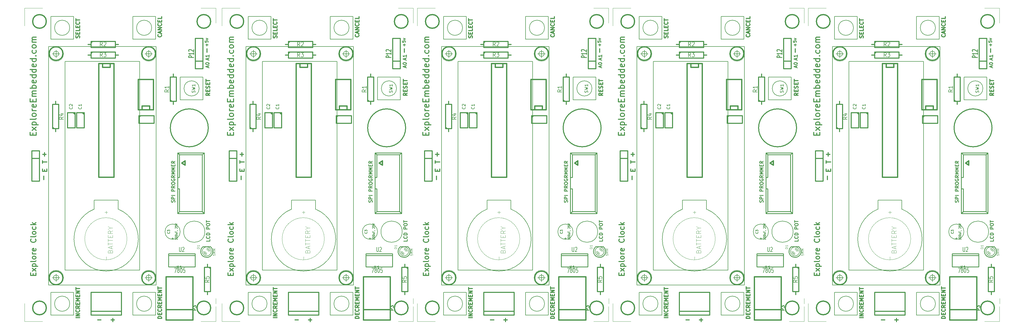
<source format=gto>
G04 (created by PCBNEW (2013-07-07 BZR 4022)-stable) date 5/4/2015 1:16:15 PM*
%MOIN*%
G04 Gerber Fmt 3.4, Leading zero omitted, Abs format*
%FSLAX34Y34*%
G01*
G70*
G90*
G04 APERTURE LIST*
%ADD10C,0.00590551*%
%ADD11C,0.011811*%
%ADD12C,0.00393701*%
%ADD13C,0.01*%
%ADD14C,0.01125*%
%ADD15C,0.016*%
%ADD16C,0.008*%
%ADD17C,0.012*%
%ADD18C,0.015*%
%ADD19C,0.004*%
%ADD20C,0.005*%
%ADD21C,0.0025*%
%ADD22C,0.0125*%
%ADD23C,0.006*%
%ADD24C,0.0035*%
%ADD25C,0.0107*%
%ADD26C,0.0075*%
G04 APERTURE END LIST*
G54D10*
G54D11*
X13166Y-68216D02*
X13166Y-67983D01*
X13533Y-67883D02*
X13533Y-68216D01*
X12833Y-68216D01*
X12833Y-67883D01*
X13533Y-67650D02*
X13066Y-67283D01*
X13066Y-67650D02*
X13533Y-67283D01*
X13066Y-67016D02*
X13766Y-67016D01*
X13100Y-67016D02*
X13066Y-66950D01*
X13066Y-66816D01*
X13100Y-66750D01*
X13133Y-66716D01*
X13200Y-66683D01*
X13400Y-66683D01*
X13466Y-66716D01*
X13500Y-66750D01*
X13533Y-66816D01*
X13533Y-66950D01*
X13500Y-67016D01*
X13533Y-66283D02*
X13500Y-66350D01*
X13433Y-66383D01*
X12833Y-66383D01*
X13533Y-65916D02*
X13500Y-65983D01*
X13466Y-66016D01*
X13400Y-66050D01*
X13200Y-66050D01*
X13133Y-66016D01*
X13100Y-65983D01*
X13066Y-65916D01*
X13066Y-65816D01*
X13100Y-65750D01*
X13133Y-65716D01*
X13200Y-65683D01*
X13400Y-65683D01*
X13466Y-65716D01*
X13500Y-65750D01*
X13533Y-65816D01*
X13533Y-65916D01*
X13533Y-65383D02*
X13066Y-65383D01*
X13200Y-65383D02*
X13133Y-65350D01*
X13100Y-65316D01*
X13066Y-65250D01*
X13066Y-65183D01*
X13500Y-64683D02*
X13533Y-64750D01*
X13533Y-64883D01*
X13500Y-64950D01*
X13433Y-64983D01*
X13166Y-64983D01*
X13100Y-64950D01*
X13066Y-64883D01*
X13066Y-64750D01*
X13100Y-64683D01*
X13166Y-64650D01*
X13233Y-64650D01*
X13300Y-64983D01*
X13466Y-63416D02*
X13500Y-63449D01*
X13533Y-63549D01*
X13533Y-63616D01*
X13500Y-63716D01*
X13433Y-63783D01*
X13366Y-63816D01*
X13233Y-63849D01*
X13133Y-63849D01*
X13000Y-63816D01*
X12933Y-63783D01*
X12866Y-63716D01*
X12833Y-63616D01*
X12833Y-63549D01*
X12866Y-63449D01*
X12900Y-63416D01*
X13533Y-63016D02*
X13500Y-63083D01*
X13433Y-63116D01*
X12833Y-63116D01*
X13533Y-62650D02*
X13500Y-62716D01*
X13466Y-62750D01*
X13400Y-62783D01*
X13200Y-62783D01*
X13133Y-62750D01*
X13100Y-62716D01*
X13066Y-62650D01*
X13066Y-62550D01*
X13100Y-62483D01*
X13133Y-62450D01*
X13200Y-62416D01*
X13400Y-62416D01*
X13466Y-62450D01*
X13500Y-62483D01*
X13533Y-62550D01*
X13533Y-62650D01*
X13500Y-61816D02*
X13533Y-61883D01*
X13533Y-62016D01*
X13500Y-62083D01*
X13466Y-62116D01*
X13400Y-62149D01*
X13200Y-62149D01*
X13133Y-62116D01*
X13100Y-62083D01*
X13066Y-62016D01*
X13066Y-61883D01*
X13100Y-61816D01*
X13533Y-61516D02*
X12833Y-61516D01*
X13266Y-61449D02*
X13533Y-61249D01*
X13066Y-61249D02*
X13333Y-61516D01*
G54D12*
X37250Y-71950D02*
X37250Y-71250D01*
G54D11*
X14664Y-52474D02*
X14664Y-52025D01*
X14889Y-52250D02*
X14439Y-52250D01*
X14398Y-53418D02*
X14398Y-53081D01*
X14989Y-53249D02*
X14398Y-53249D01*
X14679Y-54476D02*
X14679Y-54279D01*
X14989Y-54195D02*
X14989Y-54476D01*
X14398Y-54476D01*
X14398Y-54195D01*
X14564Y-55574D02*
X14564Y-55125D01*
G54D12*
X12046Y-32941D02*
X12046Y-35303D01*
X12440Y-32941D02*
X12046Y-32941D01*
X12046Y-74279D02*
X12046Y-71917D01*
X12440Y-74279D02*
X12046Y-74279D01*
X37243Y-32941D02*
X37243Y-34909D01*
X35275Y-32941D02*
X37243Y-32941D01*
X37243Y-32941D02*
X35275Y-32941D01*
X37243Y-74279D02*
X37243Y-72311D01*
X37243Y-74279D02*
X35275Y-74279D01*
X12440Y-74279D02*
X14409Y-74279D01*
X12440Y-32941D02*
X14409Y-32941D01*
G54D11*
X13154Y-49726D02*
X13154Y-49459D01*
X13573Y-49345D02*
X13573Y-49726D01*
X12773Y-49726D01*
X12773Y-49345D01*
X13573Y-49078D02*
X13040Y-48659D01*
X13040Y-49078D02*
X13573Y-48659D01*
X13040Y-48354D02*
X13840Y-48354D01*
X13078Y-48354D02*
X13040Y-48278D01*
X13040Y-48126D01*
X13078Y-48049D01*
X13116Y-48011D01*
X13192Y-47973D01*
X13421Y-47973D01*
X13497Y-48011D01*
X13535Y-48049D01*
X13573Y-48126D01*
X13573Y-48278D01*
X13535Y-48354D01*
X13573Y-47516D02*
X13535Y-47592D01*
X13459Y-47630D01*
X12773Y-47630D01*
X13573Y-47097D02*
X13535Y-47173D01*
X13497Y-47211D01*
X13421Y-47249D01*
X13192Y-47249D01*
X13116Y-47211D01*
X13078Y-47173D01*
X13040Y-47097D01*
X13040Y-46983D01*
X13078Y-46907D01*
X13116Y-46869D01*
X13192Y-46830D01*
X13421Y-46830D01*
X13497Y-46869D01*
X13535Y-46907D01*
X13573Y-46983D01*
X13573Y-47097D01*
X13573Y-46488D02*
X13040Y-46488D01*
X13192Y-46488D02*
X13116Y-46449D01*
X13078Y-46411D01*
X13040Y-46335D01*
X13040Y-46259D01*
X13535Y-45688D02*
X13573Y-45764D01*
X13573Y-45916D01*
X13535Y-45992D01*
X13459Y-46030D01*
X13154Y-46030D01*
X13078Y-45992D01*
X13040Y-45916D01*
X13040Y-45764D01*
X13078Y-45688D01*
X13154Y-45649D01*
X13230Y-45649D01*
X13307Y-46030D01*
X13154Y-45307D02*
X13154Y-45040D01*
X13573Y-44926D02*
X13573Y-45307D01*
X12773Y-45307D01*
X12773Y-44926D01*
X13573Y-44583D02*
X13040Y-44583D01*
X13116Y-44583D02*
X13078Y-44545D01*
X13040Y-44469D01*
X13040Y-44354D01*
X13078Y-44278D01*
X13154Y-44240D01*
X13573Y-44240D01*
X13154Y-44240D02*
X13078Y-44202D01*
X13040Y-44126D01*
X13040Y-44011D01*
X13078Y-43935D01*
X13154Y-43897D01*
X13573Y-43897D01*
X13573Y-43516D02*
X12773Y-43516D01*
X13078Y-43516D02*
X13040Y-43440D01*
X13040Y-43288D01*
X13078Y-43211D01*
X13116Y-43173D01*
X13192Y-43135D01*
X13421Y-43135D01*
X13497Y-43173D01*
X13535Y-43211D01*
X13573Y-43288D01*
X13573Y-43440D01*
X13535Y-43516D01*
X13535Y-42488D02*
X13573Y-42564D01*
X13573Y-42716D01*
X13535Y-42792D01*
X13459Y-42830D01*
X13154Y-42830D01*
X13078Y-42792D01*
X13040Y-42716D01*
X13040Y-42564D01*
X13078Y-42488D01*
X13154Y-42449D01*
X13230Y-42449D01*
X13307Y-42830D01*
X13573Y-41764D02*
X12773Y-41764D01*
X13535Y-41764D02*
X13573Y-41840D01*
X13573Y-41992D01*
X13535Y-42069D01*
X13497Y-42107D01*
X13421Y-42145D01*
X13192Y-42145D01*
X13116Y-42107D01*
X13078Y-42069D01*
X13040Y-41992D01*
X13040Y-41840D01*
X13078Y-41764D01*
X13573Y-41040D02*
X12773Y-41040D01*
X13535Y-41040D02*
X13573Y-41116D01*
X13573Y-41269D01*
X13535Y-41345D01*
X13497Y-41383D01*
X13421Y-41421D01*
X13192Y-41421D01*
X13116Y-41383D01*
X13078Y-41345D01*
X13040Y-41269D01*
X13040Y-41116D01*
X13078Y-41040D01*
X13535Y-40354D02*
X13573Y-40430D01*
X13573Y-40583D01*
X13535Y-40659D01*
X13459Y-40697D01*
X13154Y-40697D01*
X13078Y-40659D01*
X13040Y-40583D01*
X13040Y-40430D01*
X13078Y-40354D01*
X13154Y-40316D01*
X13230Y-40316D01*
X13307Y-40697D01*
X13573Y-39630D02*
X12773Y-39630D01*
X13535Y-39630D02*
X13573Y-39707D01*
X13573Y-39859D01*
X13535Y-39935D01*
X13497Y-39973D01*
X13421Y-40011D01*
X13192Y-40011D01*
X13116Y-39973D01*
X13078Y-39935D01*
X13040Y-39859D01*
X13040Y-39707D01*
X13078Y-39630D01*
X13497Y-39250D02*
X13535Y-39211D01*
X13573Y-39250D01*
X13535Y-39288D01*
X13497Y-39250D01*
X13573Y-39250D01*
X13535Y-38526D02*
X13573Y-38602D01*
X13573Y-38754D01*
X13535Y-38830D01*
X13497Y-38869D01*
X13421Y-38907D01*
X13192Y-38907D01*
X13116Y-38869D01*
X13078Y-38830D01*
X13040Y-38754D01*
X13040Y-38602D01*
X13078Y-38526D01*
X13573Y-38069D02*
X13535Y-38145D01*
X13497Y-38183D01*
X13421Y-38221D01*
X13192Y-38221D01*
X13116Y-38183D01*
X13078Y-38145D01*
X13040Y-38069D01*
X13040Y-37954D01*
X13078Y-37878D01*
X13116Y-37840D01*
X13192Y-37802D01*
X13421Y-37802D01*
X13497Y-37840D01*
X13535Y-37878D01*
X13573Y-37954D01*
X13573Y-38069D01*
X13573Y-37459D02*
X13040Y-37459D01*
X13116Y-37459D02*
X13078Y-37421D01*
X13040Y-37345D01*
X13040Y-37230D01*
X13078Y-37154D01*
X13154Y-37116D01*
X13573Y-37116D01*
X13154Y-37116D02*
X13078Y-37078D01*
X13040Y-37002D01*
X13040Y-36888D01*
X13078Y-36811D01*
X13154Y-36773D01*
X13573Y-36773D01*
X22124Y-74085D02*
X21675Y-74085D01*
G54D13*
X31810Y-58560D02*
X31832Y-58496D01*
X31832Y-58389D01*
X31810Y-58346D01*
X31789Y-58325D01*
X31746Y-58303D01*
X31703Y-58303D01*
X31660Y-58325D01*
X31639Y-58346D01*
X31617Y-58389D01*
X31596Y-58475D01*
X31575Y-58517D01*
X31553Y-58539D01*
X31510Y-58560D01*
X31467Y-58560D01*
X31425Y-58539D01*
X31403Y-58517D01*
X31382Y-58475D01*
X31382Y-58367D01*
X31403Y-58303D01*
X31832Y-58110D02*
X31382Y-58110D01*
X31382Y-57939D01*
X31403Y-57896D01*
X31425Y-57875D01*
X31467Y-57853D01*
X31532Y-57853D01*
X31575Y-57875D01*
X31596Y-57896D01*
X31617Y-57939D01*
X31617Y-58110D01*
X31832Y-57660D02*
X31382Y-57660D01*
X31832Y-57103D02*
X31382Y-57103D01*
X31382Y-56932D01*
X31403Y-56889D01*
X31425Y-56867D01*
X31467Y-56846D01*
X31532Y-56846D01*
X31575Y-56867D01*
X31596Y-56889D01*
X31617Y-56932D01*
X31617Y-57103D01*
X31832Y-56396D02*
X31617Y-56546D01*
X31832Y-56653D02*
X31382Y-56653D01*
X31382Y-56482D01*
X31403Y-56439D01*
X31425Y-56417D01*
X31467Y-56396D01*
X31532Y-56396D01*
X31575Y-56417D01*
X31596Y-56439D01*
X31617Y-56482D01*
X31617Y-56653D01*
X31382Y-56117D02*
X31382Y-56032D01*
X31403Y-55989D01*
X31446Y-55946D01*
X31532Y-55925D01*
X31682Y-55925D01*
X31767Y-55946D01*
X31810Y-55989D01*
X31832Y-56032D01*
X31832Y-56117D01*
X31810Y-56160D01*
X31767Y-56203D01*
X31682Y-56225D01*
X31532Y-56225D01*
X31446Y-56203D01*
X31403Y-56160D01*
X31382Y-56117D01*
X31403Y-55496D02*
X31382Y-55539D01*
X31382Y-55603D01*
X31403Y-55667D01*
X31446Y-55710D01*
X31489Y-55732D01*
X31575Y-55753D01*
X31639Y-55753D01*
X31725Y-55732D01*
X31767Y-55710D01*
X31810Y-55667D01*
X31832Y-55603D01*
X31832Y-55560D01*
X31810Y-55496D01*
X31789Y-55475D01*
X31639Y-55475D01*
X31639Y-55560D01*
X31832Y-55025D02*
X31617Y-55175D01*
X31832Y-55282D02*
X31382Y-55282D01*
X31382Y-55110D01*
X31403Y-55067D01*
X31425Y-55046D01*
X31467Y-55025D01*
X31532Y-55025D01*
X31575Y-55046D01*
X31596Y-55067D01*
X31617Y-55110D01*
X31617Y-55282D01*
X31832Y-54832D02*
X31382Y-54832D01*
X31703Y-54682D01*
X31382Y-54532D01*
X31832Y-54532D01*
X31832Y-54317D02*
X31382Y-54317D01*
X31703Y-54167D01*
X31382Y-54017D01*
X31832Y-54017D01*
X31596Y-53803D02*
X31596Y-53653D01*
X31832Y-53589D02*
X31832Y-53803D01*
X31382Y-53803D01*
X31382Y-53589D01*
X31832Y-53139D02*
X31617Y-53289D01*
X31832Y-53396D02*
X31382Y-53396D01*
X31382Y-53225D01*
X31403Y-53182D01*
X31425Y-53160D01*
X31467Y-53139D01*
X31532Y-53139D01*
X31575Y-53160D01*
X31596Y-53182D01*
X31617Y-53225D01*
X31617Y-53396D01*
G54D14*
X36432Y-63464D02*
X36432Y-63678D01*
X35982Y-63678D01*
X36389Y-63057D02*
X36410Y-63078D01*
X36432Y-63142D01*
X36432Y-63185D01*
X36410Y-63249D01*
X36367Y-63292D01*
X36325Y-63314D01*
X36239Y-63335D01*
X36175Y-63335D01*
X36089Y-63314D01*
X36046Y-63292D01*
X36003Y-63249D01*
X35982Y-63185D01*
X35982Y-63142D01*
X36003Y-63078D01*
X36025Y-63057D01*
X36432Y-62864D02*
X35982Y-62864D01*
X35982Y-62757D01*
X36003Y-62692D01*
X36046Y-62649D01*
X36089Y-62628D01*
X36175Y-62607D01*
X36239Y-62607D01*
X36325Y-62628D01*
X36367Y-62649D01*
X36410Y-62692D01*
X36432Y-62757D01*
X36432Y-62864D01*
X36432Y-62071D02*
X35982Y-62071D01*
X35982Y-61900D01*
X36003Y-61857D01*
X36025Y-61835D01*
X36067Y-61814D01*
X36132Y-61814D01*
X36175Y-61835D01*
X36196Y-61857D01*
X36217Y-61900D01*
X36217Y-62071D01*
X35982Y-61535D02*
X35982Y-61450D01*
X36003Y-61407D01*
X36046Y-61364D01*
X36132Y-61342D01*
X36282Y-61342D01*
X36367Y-61364D01*
X36410Y-61407D01*
X36432Y-61450D01*
X36432Y-61535D01*
X36410Y-61578D01*
X36367Y-61621D01*
X36282Y-61642D01*
X36132Y-61642D01*
X36046Y-61621D01*
X36003Y-61578D01*
X35982Y-61535D01*
X35982Y-61214D02*
X35982Y-60957D01*
X36432Y-61085D02*
X35982Y-61085D01*
G54D11*
X36452Y-44176D02*
X36214Y-44342D01*
X36452Y-44461D02*
X35952Y-44461D01*
X35952Y-44271D01*
X35976Y-44223D01*
X36000Y-44200D01*
X36047Y-44176D01*
X36119Y-44176D01*
X36166Y-44200D01*
X36190Y-44223D01*
X36214Y-44271D01*
X36214Y-44461D01*
X36190Y-43961D02*
X36190Y-43795D01*
X36452Y-43723D02*
X36452Y-43961D01*
X35952Y-43961D01*
X35952Y-43723D01*
X36428Y-43533D02*
X36452Y-43461D01*
X36452Y-43342D01*
X36428Y-43295D01*
X36404Y-43271D01*
X36357Y-43247D01*
X36309Y-43247D01*
X36261Y-43271D01*
X36238Y-43295D01*
X36214Y-43342D01*
X36190Y-43438D01*
X36166Y-43485D01*
X36142Y-43509D01*
X36095Y-43533D01*
X36047Y-43533D01*
X36000Y-43509D01*
X35976Y-43485D01*
X35952Y-43438D01*
X35952Y-43319D01*
X35976Y-43247D01*
X36190Y-43033D02*
X36190Y-42866D01*
X36452Y-42795D02*
X36452Y-43033D01*
X35952Y-43033D01*
X35952Y-42795D01*
X35952Y-42652D02*
X35952Y-42366D01*
X36452Y-42509D02*
X35952Y-42509D01*
G54D13*
X36059Y-37945D02*
X36059Y-37640D01*
X36211Y-37792D02*
X35907Y-37792D01*
X35811Y-37259D02*
X35811Y-37449D01*
X36002Y-37469D01*
X35983Y-37449D01*
X35964Y-37411D01*
X35964Y-37316D01*
X35983Y-37278D01*
X36002Y-37259D01*
X36040Y-37240D01*
X36135Y-37240D01*
X36173Y-37259D01*
X36192Y-37278D01*
X36211Y-37316D01*
X36211Y-37411D01*
X36192Y-37449D01*
X36173Y-37469D01*
X35945Y-37107D02*
X36211Y-37011D01*
X35945Y-36916D01*
G54D11*
X36064Y-38774D02*
X36064Y-38325D01*
G54D14*
X36203Y-39771D02*
X36203Y-39557D01*
X36332Y-39814D02*
X35882Y-39664D01*
X36332Y-39514D01*
X36332Y-39128D02*
X36332Y-39385D01*
X36332Y-39257D02*
X35882Y-39257D01*
X35946Y-39299D01*
X35989Y-39342D01*
X36010Y-39385D01*
X36203Y-40771D02*
X36203Y-40557D01*
X36332Y-40814D02*
X35882Y-40664D01*
X36332Y-40514D01*
X35882Y-40278D02*
X35882Y-40235D01*
X35903Y-40192D01*
X35925Y-40171D01*
X35967Y-40149D01*
X36053Y-40128D01*
X36160Y-40128D01*
X36246Y-40149D01*
X36289Y-40171D01*
X36310Y-40192D01*
X36332Y-40235D01*
X36332Y-40278D01*
X36310Y-40321D01*
X36289Y-40342D01*
X36246Y-40364D01*
X36160Y-40385D01*
X36053Y-40385D01*
X35967Y-40364D01*
X35925Y-40342D01*
X35903Y-40321D01*
X35882Y-40278D01*
G54D11*
X23664Y-74324D02*
X23664Y-73875D01*
X23889Y-74100D02*
X23439Y-74100D01*
X30102Y-73897D02*
X29602Y-73897D01*
X29602Y-73778D01*
X29626Y-73707D01*
X29673Y-73659D01*
X29721Y-73635D01*
X29816Y-73611D01*
X29888Y-73611D01*
X29983Y-73635D01*
X30030Y-73659D01*
X30078Y-73707D01*
X30102Y-73778D01*
X30102Y-73897D01*
X29840Y-73397D02*
X29840Y-73230D01*
X30102Y-73159D02*
X30102Y-73397D01*
X29602Y-73397D01*
X29602Y-73159D01*
X30054Y-72659D02*
X30078Y-72683D01*
X30102Y-72754D01*
X30102Y-72802D01*
X30078Y-72873D01*
X30030Y-72921D01*
X29983Y-72945D01*
X29888Y-72969D01*
X29816Y-72969D01*
X29721Y-72945D01*
X29673Y-72921D01*
X29626Y-72873D01*
X29602Y-72802D01*
X29602Y-72754D01*
X29626Y-72683D01*
X29650Y-72659D01*
X30102Y-72159D02*
X29864Y-72326D01*
X30102Y-72445D02*
X29602Y-72445D01*
X29602Y-72254D01*
X29626Y-72207D01*
X29650Y-72183D01*
X29697Y-72159D01*
X29769Y-72159D01*
X29816Y-72183D01*
X29840Y-72207D01*
X29864Y-72254D01*
X29864Y-72445D01*
X29840Y-71945D02*
X29840Y-71778D01*
X30102Y-71707D02*
X30102Y-71945D01*
X29602Y-71945D01*
X29602Y-71707D01*
X30102Y-71492D02*
X29602Y-71492D01*
X29959Y-71326D01*
X29602Y-71159D01*
X30102Y-71159D01*
X29840Y-70921D02*
X29840Y-70754D01*
X30102Y-70683D02*
X30102Y-70921D01*
X29602Y-70921D01*
X29602Y-70683D01*
X30102Y-70469D02*
X29602Y-70469D01*
X30102Y-70183D01*
X29602Y-70183D01*
X29602Y-70016D02*
X29602Y-69730D01*
X30102Y-69873D02*
X29602Y-69873D01*
X19302Y-73802D02*
X18802Y-73802D01*
X19302Y-73564D02*
X18802Y-73564D01*
X19302Y-73278D01*
X18802Y-73278D01*
X19254Y-72754D02*
X19278Y-72778D01*
X19302Y-72850D01*
X19302Y-72897D01*
X19278Y-72969D01*
X19230Y-73016D01*
X19183Y-73040D01*
X19088Y-73064D01*
X19016Y-73064D01*
X18921Y-73040D01*
X18873Y-73016D01*
X18826Y-72969D01*
X18802Y-72897D01*
X18802Y-72850D01*
X18826Y-72778D01*
X18850Y-72754D01*
X19302Y-72254D02*
X19064Y-72421D01*
X19302Y-72540D02*
X18802Y-72540D01*
X18802Y-72350D01*
X18826Y-72302D01*
X18850Y-72278D01*
X18897Y-72254D01*
X18969Y-72254D01*
X19016Y-72278D01*
X19040Y-72302D01*
X19064Y-72350D01*
X19064Y-72540D01*
X19040Y-72040D02*
X19040Y-71873D01*
X19302Y-71802D02*
X19302Y-72040D01*
X18802Y-72040D01*
X18802Y-71802D01*
X19302Y-71588D02*
X18802Y-71588D01*
X19159Y-71421D01*
X18802Y-71254D01*
X19302Y-71254D01*
X19040Y-71016D02*
X19040Y-70850D01*
X19302Y-70778D02*
X19302Y-71016D01*
X18802Y-71016D01*
X18802Y-70778D01*
X19302Y-70564D02*
X18802Y-70564D01*
X19302Y-70278D01*
X18802Y-70278D01*
X18802Y-70111D02*
X18802Y-69826D01*
X19302Y-69969D02*
X18802Y-69969D01*
X30054Y-36450D02*
X30078Y-36473D01*
X30102Y-36545D01*
X30102Y-36592D01*
X30078Y-36664D01*
X30030Y-36711D01*
X29983Y-36735D01*
X29888Y-36759D01*
X29816Y-36759D01*
X29721Y-36735D01*
X29673Y-36711D01*
X29626Y-36664D01*
X29602Y-36592D01*
X29602Y-36545D01*
X29626Y-36473D01*
X29650Y-36450D01*
X29959Y-36259D02*
X29959Y-36021D01*
X30102Y-36307D02*
X29602Y-36140D01*
X30102Y-35973D01*
X30102Y-35807D02*
X29602Y-35807D01*
X30102Y-35521D01*
X29602Y-35521D01*
X30054Y-34997D02*
X30078Y-35021D01*
X30102Y-35092D01*
X30102Y-35140D01*
X30078Y-35211D01*
X30030Y-35259D01*
X29983Y-35283D01*
X29888Y-35307D01*
X29816Y-35307D01*
X29721Y-35283D01*
X29673Y-35259D01*
X29626Y-35211D01*
X29602Y-35140D01*
X29602Y-35092D01*
X29626Y-35021D01*
X29650Y-34997D01*
X29840Y-34783D02*
X29840Y-34616D01*
X30102Y-34545D02*
X30102Y-34783D01*
X29602Y-34783D01*
X29602Y-34545D01*
X30102Y-34092D02*
X30102Y-34330D01*
X29602Y-34330D01*
X19278Y-36888D02*
X19302Y-36816D01*
X19302Y-36697D01*
X19278Y-36650D01*
X19254Y-36626D01*
X19207Y-36602D01*
X19159Y-36602D01*
X19111Y-36626D01*
X19088Y-36650D01*
X19064Y-36697D01*
X19040Y-36792D01*
X19016Y-36840D01*
X18992Y-36864D01*
X18945Y-36888D01*
X18897Y-36888D01*
X18850Y-36864D01*
X18826Y-36840D01*
X18802Y-36792D01*
X18802Y-36673D01*
X18826Y-36602D01*
X19040Y-36388D02*
X19040Y-36221D01*
X19302Y-36150D02*
X19302Y-36388D01*
X18802Y-36388D01*
X18802Y-36150D01*
X19302Y-35697D02*
X19302Y-35935D01*
X18802Y-35935D01*
X19040Y-35530D02*
X19040Y-35364D01*
X19302Y-35292D02*
X19302Y-35530D01*
X18802Y-35530D01*
X18802Y-35292D01*
X19254Y-34792D02*
X19278Y-34816D01*
X19302Y-34888D01*
X19302Y-34935D01*
X19278Y-35007D01*
X19230Y-35054D01*
X19183Y-35078D01*
X19088Y-35102D01*
X19016Y-35102D01*
X18921Y-35078D01*
X18873Y-35054D01*
X18826Y-35007D01*
X18802Y-34935D01*
X18802Y-34888D01*
X18826Y-34816D01*
X18850Y-34792D01*
X18802Y-34650D02*
X18802Y-34364D01*
X19302Y-34507D02*
X18802Y-34507D01*
X116416Y-68216D02*
X116416Y-67983D01*
X116783Y-67883D02*
X116783Y-68216D01*
X116083Y-68216D01*
X116083Y-67883D01*
X116783Y-67650D02*
X116316Y-67283D01*
X116316Y-67650D02*
X116783Y-67283D01*
X116316Y-67016D02*
X117016Y-67016D01*
X116350Y-67016D02*
X116316Y-66950D01*
X116316Y-66816D01*
X116350Y-66750D01*
X116383Y-66716D01*
X116450Y-66683D01*
X116650Y-66683D01*
X116716Y-66716D01*
X116750Y-66750D01*
X116783Y-66816D01*
X116783Y-66950D01*
X116750Y-67016D01*
X116783Y-66283D02*
X116750Y-66350D01*
X116683Y-66383D01*
X116083Y-66383D01*
X116783Y-65916D02*
X116750Y-65983D01*
X116716Y-66016D01*
X116650Y-66050D01*
X116450Y-66050D01*
X116383Y-66016D01*
X116350Y-65983D01*
X116316Y-65916D01*
X116316Y-65816D01*
X116350Y-65750D01*
X116383Y-65716D01*
X116450Y-65683D01*
X116650Y-65683D01*
X116716Y-65716D01*
X116750Y-65750D01*
X116783Y-65816D01*
X116783Y-65916D01*
X116783Y-65383D02*
X116316Y-65383D01*
X116450Y-65383D02*
X116383Y-65350D01*
X116350Y-65316D01*
X116316Y-65250D01*
X116316Y-65183D01*
X116750Y-64683D02*
X116783Y-64750D01*
X116783Y-64883D01*
X116750Y-64950D01*
X116683Y-64983D01*
X116416Y-64983D01*
X116350Y-64950D01*
X116316Y-64883D01*
X116316Y-64750D01*
X116350Y-64683D01*
X116416Y-64650D01*
X116483Y-64650D01*
X116550Y-64983D01*
X116716Y-63416D02*
X116750Y-63449D01*
X116783Y-63549D01*
X116783Y-63616D01*
X116750Y-63716D01*
X116683Y-63783D01*
X116616Y-63816D01*
X116483Y-63849D01*
X116383Y-63849D01*
X116250Y-63816D01*
X116183Y-63783D01*
X116116Y-63716D01*
X116083Y-63616D01*
X116083Y-63549D01*
X116116Y-63449D01*
X116150Y-63416D01*
X116783Y-63016D02*
X116750Y-63083D01*
X116683Y-63116D01*
X116083Y-63116D01*
X116783Y-62650D02*
X116750Y-62716D01*
X116716Y-62750D01*
X116650Y-62783D01*
X116450Y-62783D01*
X116383Y-62750D01*
X116350Y-62716D01*
X116316Y-62650D01*
X116316Y-62550D01*
X116350Y-62483D01*
X116383Y-62450D01*
X116450Y-62416D01*
X116650Y-62416D01*
X116716Y-62450D01*
X116750Y-62483D01*
X116783Y-62550D01*
X116783Y-62650D01*
X116750Y-61816D02*
X116783Y-61883D01*
X116783Y-62016D01*
X116750Y-62083D01*
X116716Y-62116D01*
X116650Y-62149D01*
X116450Y-62149D01*
X116383Y-62116D01*
X116350Y-62083D01*
X116316Y-62016D01*
X116316Y-61883D01*
X116350Y-61816D01*
X116783Y-61516D02*
X116083Y-61516D01*
X116516Y-61449D02*
X116783Y-61249D01*
X116316Y-61249D02*
X116583Y-61516D01*
G54D12*
X140500Y-71950D02*
X140500Y-71250D01*
G54D11*
X117914Y-52474D02*
X117914Y-52025D01*
X118139Y-52250D02*
X117689Y-52250D01*
X117648Y-53418D02*
X117648Y-53081D01*
X118239Y-53249D02*
X117648Y-53249D01*
X117929Y-54476D02*
X117929Y-54279D01*
X118239Y-54195D02*
X118239Y-54476D01*
X117648Y-54476D01*
X117648Y-54195D01*
X117814Y-55574D02*
X117814Y-55125D01*
G54D12*
X115296Y-32941D02*
X115296Y-35303D01*
X115690Y-32941D02*
X115296Y-32941D01*
X115296Y-74279D02*
X115296Y-71917D01*
X115690Y-74279D02*
X115296Y-74279D01*
X140493Y-32941D02*
X140493Y-34909D01*
X138525Y-32941D02*
X140493Y-32941D01*
X140493Y-32941D02*
X138525Y-32941D01*
X140493Y-74279D02*
X140493Y-72311D01*
X140493Y-74279D02*
X138525Y-74279D01*
X115690Y-74279D02*
X117659Y-74279D01*
X115690Y-32941D02*
X117659Y-32941D01*
G54D11*
X116404Y-49726D02*
X116404Y-49459D01*
X116823Y-49345D02*
X116823Y-49726D01*
X116023Y-49726D01*
X116023Y-49345D01*
X116823Y-49078D02*
X116290Y-48659D01*
X116290Y-49078D02*
X116823Y-48659D01*
X116290Y-48354D02*
X117090Y-48354D01*
X116328Y-48354D02*
X116290Y-48278D01*
X116290Y-48126D01*
X116328Y-48049D01*
X116366Y-48011D01*
X116442Y-47973D01*
X116671Y-47973D01*
X116747Y-48011D01*
X116785Y-48049D01*
X116823Y-48126D01*
X116823Y-48278D01*
X116785Y-48354D01*
X116823Y-47516D02*
X116785Y-47592D01*
X116709Y-47630D01*
X116023Y-47630D01*
X116823Y-47097D02*
X116785Y-47173D01*
X116747Y-47211D01*
X116671Y-47249D01*
X116442Y-47249D01*
X116366Y-47211D01*
X116328Y-47173D01*
X116290Y-47097D01*
X116290Y-46983D01*
X116328Y-46907D01*
X116366Y-46869D01*
X116442Y-46830D01*
X116671Y-46830D01*
X116747Y-46869D01*
X116785Y-46907D01*
X116823Y-46983D01*
X116823Y-47097D01*
X116823Y-46488D02*
X116290Y-46488D01*
X116442Y-46488D02*
X116366Y-46449D01*
X116328Y-46411D01*
X116290Y-46335D01*
X116290Y-46259D01*
X116785Y-45688D02*
X116823Y-45764D01*
X116823Y-45916D01*
X116785Y-45992D01*
X116709Y-46030D01*
X116404Y-46030D01*
X116328Y-45992D01*
X116290Y-45916D01*
X116290Y-45764D01*
X116328Y-45688D01*
X116404Y-45649D01*
X116480Y-45649D01*
X116557Y-46030D01*
X116404Y-45307D02*
X116404Y-45040D01*
X116823Y-44926D02*
X116823Y-45307D01*
X116023Y-45307D01*
X116023Y-44926D01*
X116823Y-44583D02*
X116290Y-44583D01*
X116366Y-44583D02*
X116328Y-44545D01*
X116290Y-44469D01*
X116290Y-44354D01*
X116328Y-44278D01*
X116404Y-44240D01*
X116823Y-44240D01*
X116404Y-44240D02*
X116328Y-44202D01*
X116290Y-44126D01*
X116290Y-44011D01*
X116328Y-43935D01*
X116404Y-43897D01*
X116823Y-43897D01*
X116823Y-43516D02*
X116023Y-43516D01*
X116328Y-43516D02*
X116290Y-43440D01*
X116290Y-43288D01*
X116328Y-43211D01*
X116366Y-43173D01*
X116442Y-43135D01*
X116671Y-43135D01*
X116747Y-43173D01*
X116785Y-43211D01*
X116823Y-43288D01*
X116823Y-43440D01*
X116785Y-43516D01*
X116785Y-42488D02*
X116823Y-42564D01*
X116823Y-42716D01*
X116785Y-42792D01*
X116709Y-42830D01*
X116404Y-42830D01*
X116328Y-42792D01*
X116290Y-42716D01*
X116290Y-42564D01*
X116328Y-42488D01*
X116404Y-42449D01*
X116480Y-42449D01*
X116557Y-42830D01*
X116823Y-41764D02*
X116023Y-41764D01*
X116785Y-41764D02*
X116823Y-41840D01*
X116823Y-41992D01*
X116785Y-42069D01*
X116747Y-42107D01*
X116671Y-42145D01*
X116442Y-42145D01*
X116366Y-42107D01*
X116328Y-42069D01*
X116290Y-41992D01*
X116290Y-41840D01*
X116328Y-41764D01*
X116823Y-41040D02*
X116023Y-41040D01*
X116785Y-41040D02*
X116823Y-41116D01*
X116823Y-41269D01*
X116785Y-41345D01*
X116747Y-41383D01*
X116671Y-41421D01*
X116442Y-41421D01*
X116366Y-41383D01*
X116328Y-41345D01*
X116290Y-41269D01*
X116290Y-41116D01*
X116328Y-41040D01*
X116785Y-40354D02*
X116823Y-40430D01*
X116823Y-40583D01*
X116785Y-40659D01*
X116709Y-40697D01*
X116404Y-40697D01*
X116328Y-40659D01*
X116290Y-40583D01*
X116290Y-40430D01*
X116328Y-40354D01*
X116404Y-40316D01*
X116480Y-40316D01*
X116557Y-40697D01*
X116823Y-39630D02*
X116023Y-39630D01*
X116785Y-39630D02*
X116823Y-39707D01*
X116823Y-39859D01*
X116785Y-39935D01*
X116747Y-39973D01*
X116671Y-40011D01*
X116442Y-40011D01*
X116366Y-39973D01*
X116328Y-39935D01*
X116290Y-39859D01*
X116290Y-39707D01*
X116328Y-39630D01*
X116747Y-39250D02*
X116785Y-39211D01*
X116823Y-39250D01*
X116785Y-39288D01*
X116747Y-39250D01*
X116823Y-39250D01*
X116785Y-38526D02*
X116823Y-38602D01*
X116823Y-38754D01*
X116785Y-38830D01*
X116747Y-38869D01*
X116671Y-38907D01*
X116442Y-38907D01*
X116366Y-38869D01*
X116328Y-38830D01*
X116290Y-38754D01*
X116290Y-38602D01*
X116328Y-38526D01*
X116823Y-38069D02*
X116785Y-38145D01*
X116747Y-38183D01*
X116671Y-38221D01*
X116442Y-38221D01*
X116366Y-38183D01*
X116328Y-38145D01*
X116290Y-38069D01*
X116290Y-37954D01*
X116328Y-37878D01*
X116366Y-37840D01*
X116442Y-37802D01*
X116671Y-37802D01*
X116747Y-37840D01*
X116785Y-37878D01*
X116823Y-37954D01*
X116823Y-38069D01*
X116823Y-37459D02*
X116290Y-37459D01*
X116366Y-37459D02*
X116328Y-37421D01*
X116290Y-37345D01*
X116290Y-37230D01*
X116328Y-37154D01*
X116404Y-37116D01*
X116823Y-37116D01*
X116404Y-37116D02*
X116328Y-37078D01*
X116290Y-37002D01*
X116290Y-36888D01*
X116328Y-36811D01*
X116404Y-36773D01*
X116823Y-36773D01*
X125374Y-74085D02*
X124925Y-74085D01*
G54D13*
X135060Y-58560D02*
X135082Y-58496D01*
X135082Y-58389D01*
X135060Y-58346D01*
X135039Y-58325D01*
X134996Y-58303D01*
X134953Y-58303D01*
X134910Y-58325D01*
X134889Y-58346D01*
X134867Y-58389D01*
X134846Y-58475D01*
X134825Y-58517D01*
X134803Y-58539D01*
X134760Y-58560D01*
X134717Y-58560D01*
X134675Y-58539D01*
X134653Y-58517D01*
X134632Y-58475D01*
X134632Y-58367D01*
X134653Y-58303D01*
X135082Y-58110D02*
X134632Y-58110D01*
X134632Y-57939D01*
X134653Y-57896D01*
X134675Y-57875D01*
X134717Y-57853D01*
X134782Y-57853D01*
X134825Y-57875D01*
X134846Y-57896D01*
X134867Y-57939D01*
X134867Y-58110D01*
X135082Y-57660D02*
X134632Y-57660D01*
X135082Y-57103D02*
X134632Y-57103D01*
X134632Y-56932D01*
X134653Y-56889D01*
X134675Y-56867D01*
X134717Y-56846D01*
X134782Y-56846D01*
X134825Y-56867D01*
X134846Y-56889D01*
X134867Y-56932D01*
X134867Y-57103D01*
X135082Y-56396D02*
X134867Y-56546D01*
X135082Y-56653D02*
X134632Y-56653D01*
X134632Y-56482D01*
X134653Y-56439D01*
X134675Y-56417D01*
X134717Y-56396D01*
X134782Y-56396D01*
X134825Y-56417D01*
X134846Y-56439D01*
X134867Y-56482D01*
X134867Y-56653D01*
X134632Y-56117D02*
X134632Y-56032D01*
X134653Y-55989D01*
X134696Y-55946D01*
X134782Y-55925D01*
X134932Y-55925D01*
X135017Y-55946D01*
X135060Y-55989D01*
X135082Y-56032D01*
X135082Y-56117D01*
X135060Y-56160D01*
X135017Y-56203D01*
X134932Y-56225D01*
X134782Y-56225D01*
X134696Y-56203D01*
X134653Y-56160D01*
X134632Y-56117D01*
X134653Y-55496D02*
X134632Y-55539D01*
X134632Y-55603D01*
X134653Y-55667D01*
X134696Y-55710D01*
X134739Y-55732D01*
X134825Y-55753D01*
X134889Y-55753D01*
X134975Y-55732D01*
X135017Y-55710D01*
X135060Y-55667D01*
X135082Y-55603D01*
X135082Y-55560D01*
X135060Y-55496D01*
X135039Y-55475D01*
X134889Y-55475D01*
X134889Y-55560D01*
X135082Y-55025D02*
X134867Y-55175D01*
X135082Y-55282D02*
X134632Y-55282D01*
X134632Y-55110D01*
X134653Y-55067D01*
X134675Y-55046D01*
X134717Y-55025D01*
X134782Y-55025D01*
X134825Y-55046D01*
X134846Y-55067D01*
X134867Y-55110D01*
X134867Y-55282D01*
X135082Y-54832D02*
X134632Y-54832D01*
X134953Y-54682D01*
X134632Y-54532D01*
X135082Y-54532D01*
X135082Y-54317D02*
X134632Y-54317D01*
X134953Y-54167D01*
X134632Y-54017D01*
X135082Y-54017D01*
X134846Y-53803D02*
X134846Y-53653D01*
X135082Y-53589D02*
X135082Y-53803D01*
X134632Y-53803D01*
X134632Y-53589D01*
X135082Y-53139D02*
X134867Y-53289D01*
X135082Y-53396D02*
X134632Y-53396D01*
X134632Y-53225D01*
X134653Y-53182D01*
X134675Y-53160D01*
X134717Y-53139D01*
X134782Y-53139D01*
X134825Y-53160D01*
X134846Y-53182D01*
X134867Y-53225D01*
X134867Y-53396D01*
G54D14*
X139682Y-63464D02*
X139682Y-63678D01*
X139232Y-63678D01*
X139639Y-63057D02*
X139660Y-63078D01*
X139682Y-63142D01*
X139682Y-63185D01*
X139660Y-63249D01*
X139617Y-63292D01*
X139575Y-63314D01*
X139489Y-63335D01*
X139425Y-63335D01*
X139339Y-63314D01*
X139296Y-63292D01*
X139253Y-63249D01*
X139232Y-63185D01*
X139232Y-63142D01*
X139253Y-63078D01*
X139275Y-63057D01*
X139682Y-62864D02*
X139232Y-62864D01*
X139232Y-62757D01*
X139253Y-62692D01*
X139296Y-62649D01*
X139339Y-62628D01*
X139425Y-62607D01*
X139489Y-62607D01*
X139575Y-62628D01*
X139617Y-62649D01*
X139660Y-62692D01*
X139682Y-62757D01*
X139682Y-62864D01*
X139682Y-62071D02*
X139232Y-62071D01*
X139232Y-61900D01*
X139253Y-61857D01*
X139275Y-61835D01*
X139317Y-61814D01*
X139382Y-61814D01*
X139425Y-61835D01*
X139446Y-61857D01*
X139467Y-61900D01*
X139467Y-62071D01*
X139232Y-61535D02*
X139232Y-61450D01*
X139253Y-61407D01*
X139296Y-61364D01*
X139382Y-61342D01*
X139532Y-61342D01*
X139617Y-61364D01*
X139660Y-61407D01*
X139682Y-61450D01*
X139682Y-61535D01*
X139660Y-61578D01*
X139617Y-61621D01*
X139532Y-61642D01*
X139382Y-61642D01*
X139296Y-61621D01*
X139253Y-61578D01*
X139232Y-61535D01*
X139232Y-61214D02*
X139232Y-60957D01*
X139682Y-61085D02*
X139232Y-61085D01*
G54D11*
X139702Y-44176D02*
X139464Y-44342D01*
X139702Y-44461D02*
X139202Y-44461D01*
X139202Y-44271D01*
X139226Y-44223D01*
X139250Y-44200D01*
X139297Y-44176D01*
X139369Y-44176D01*
X139416Y-44200D01*
X139440Y-44223D01*
X139464Y-44271D01*
X139464Y-44461D01*
X139440Y-43961D02*
X139440Y-43795D01*
X139702Y-43723D02*
X139702Y-43961D01*
X139202Y-43961D01*
X139202Y-43723D01*
X139678Y-43533D02*
X139702Y-43461D01*
X139702Y-43342D01*
X139678Y-43295D01*
X139654Y-43271D01*
X139607Y-43247D01*
X139559Y-43247D01*
X139511Y-43271D01*
X139488Y-43295D01*
X139464Y-43342D01*
X139440Y-43438D01*
X139416Y-43485D01*
X139392Y-43509D01*
X139345Y-43533D01*
X139297Y-43533D01*
X139250Y-43509D01*
X139226Y-43485D01*
X139202Y-43438D01*
X139202Y-43319D01*
X139226Y-43247D01*
X139440Y-43033D02*
X139440Y-42866D01*
X139702Y-42795D02*
X139702Y-43033D01*
X139202Y-43033D01*
X139202Y-42795D01*
X139202Y-42652D02*
X139202Y-42366D01*
X139702Y-42509D02*
X139202Y-42509D01*
G54D13*
X139309Y-37945D02*
X139309Y-37640D01*
X139461Y-37792D02*
X139157Y-37792D01*
X139061Y-37259D02*
X139061Y-37449D01*
X139252Y-37469D01*
X139233Y-37449D01*
X139214Y-37411D01*
X139214Y-37316D01*
X139233Y-37278D01*
X139252Y-37259D01*
X139290Y-37240D01*
X139385Y-37240D01*
X139423Y-37259D01*
X139442Y-37278D01*
X139461Y-37316D01*
X139461Y-37411D01*
X139442Y-37449D01*
X139423Y-37469D01*
X139195Y-37107D02*
X139461Y-37011D01*
X139195Y-36916D01*
G54D11*
X139314Y-38774D02*
X139314Y-38325D01*
G54D14*
X139453Y-39771D02*
X139453Y-39557D01*
X139582Y-39814D02*
X139132Y-39664D01*
X139582Y-39514D01*
X139582Y-39128D02*
X139582Y-39385D01*
X139582Y-39257D02*
X139132Y-39257D01*
X139196Y-39299D01*
X139239Y-39342D01*
X139260Y-39385D01*
X139453Y-40771D02*
X139453Y-40557D01*
X139582Y-40814D02*
X139132Y-40664D01*
X139582Y-40514D01*
X139132Y-40278D02*
X139132Y-40235D01*
X139153Y-40192D01*
X139175Y-40171D01*
X139217Y-40149D01*
X139303Y-40128D01*
X139410Y-40128D01*
X139496Y-40149D01*
X139539Y-40171D01*
X139560Y-40192D01*
X139582Y-40235D01*
X139582Y-40278D01*
X139560Y-40321D01*
X139539Y-40342D01*
X139496Y-40364D01*
X139410Y-40385D01*
X139303Y-40385D01*
X139217Y-40364D01*
X139175Y-40342D01*
X139153Y-40321D01*
X139132Y-40278D01*
G54D11*
X126914Y-74324D02*
X126914Y-73875D01*
X127139Y-74100D02*
X126689Y-74100D01*
X133352Y-73897D02*
X132852Y-73897D01*
X132852Y-73778D01*
X132876Y-73707D01*
X132923Y-73659D01*
X132971Y-73635D01*
X133066Y-73611D01*
X133138Y-73611D01*
X133233Y-73635D01*
X133280Y-73659D01*
X133328Y-73707D01*
X133352Y-73778D01*
X133352Y-73897D01*
X133090Y-73397D02*
X133090Y-73230D01*
X133352Y-73159D02*
X133352Y-73397D01*
X132852Y-73397D01*
X132852Y-73159D01*
X133304Y-72659D02*
X133328Y-72683D01*
X133352Y-72754D01*
X133352Y-72802D01*
X133328Y-72873D01*
X133280Y-72921D01*
X133233Y-72945D01*
X133138Y-72969D01*
X133066Y-72969D01*
X132971Y-72945D01*
X132923Y-72921D01*
X132876Y-72873D01*
X132852Y-72802D01*
X132852Y-72754D01*
X132876Y-72683D01*
X132900Y-72659D01*
X133352Y-72159D02*
X133114Y-72326D01*
X133352Y-72445D02*
X132852Y-72445D01*
X132852Y-72254D01*
X132876Y-72207D01*
X132900Y-72183D01*
X132947Y-72159D01*
X133019Y-72159D01*
X133066Y-72183D01*
X133090Y-72207D01*
X133114Y-72254D01*
X133114Y-72445D01*
X133090Y-71945D02*
X133090Y-71778D01*
X133352Y-71707D02*
X133352Y-71945D01*
X132852Y-71945D01*
X132852Y-71707D01*
X133352Y-71492D02*
X132852Y-71492D01*
X133209Y-71326D01*
X132852Y-71159D01*
X133352Y-71159D01*
X133090Y-70921D02*
X133090Y-70754D01*
X133352Y-70683D02*
X133352Y-70921D01*
X132852Y-70921D01*
X132852Y-70683D01*
X133352Y-70469D02*
X132852Y-70469D01*
X133352Y-70183D01*
X132852Y-70183D01*
X132852Y-70016D02*
X132852Y-69730D01*
X133352Y-69873D02*
X132852Y-69873D01*
X122552Y-73802D02*
X122052Y-73802D01*
X122552Y-73564D02*
X122052Y-73564D01*
X122552Y-73278D01*
X122052Y-73278D01*
X122504Y-72754D02*
X122528Y-72778D01*
X122552Y-72850D01*
X122552Y-72897D01*
X122528Y-72969D01*
X122480Y-73016D01*
X122433Y-73040D01*
X122338Y-73064D01*
X122266Y-73064D01*
X122171Y-73040D01*
X122123Y-73016D01*
X122076Y-72969D01*
X122052Y-72897D01*
X122052Y-72850D01*
X122076Y-72778D01*
X122100Y-72754D01*
X122552Y-72254D02*
X122314Y-72421D01*
X122552Y-72540D02*
X122052Y-72540D01*
X122052Y-72350D01*
X122076Y-72302D01*
X122100Y-72278D01*
X122147Y-72254D01*
X122219Y-72254D01*
X122266Y-72278D01*
X122290Y-72302D01*
X122314Y-72350D01*
X122314Y-72540D01*
X122290Y-72040D02*
X122290Y-71873D01*
X122552Y-71802D02*
X122552Y-72040D01*
X122052Y-72040D01*
X122052Y-71802D01*
X122552Y-71588D02*
X122052Y-71588D01*
X122409Y-71421D01*
X122052Y-71254D01*
X122552Y-71254D01*
X122290Y-71016D02*
X122290Y-70850D01*
X122552Y-70778D02*
X122552Y-71016D01*
X122052Y-71016D01*
X122052Y-70778D01*
X122552Y-70564D02*
X122052Y-70564D01*
X122552Y-70278D01*
X122052Y-70278D01*
X122052Y-70111D02*
X122052Y-69826D01*
X122552Y-69969D02*
X122052Y-69969D01*
X133304Y-36450D02*
X133328Y-36473D01*
X133352Y-36545D01*
X133352Y-36592D01*
X133328Y-36664D01*
X133280Y-36711D01*
X133233Y-36735D01*
X133138Y-36759D01*
X133066Y-36759D01*
X132971Y-36735D01*
X132923Y-36711D01*
X132876Y-36664D01*
X132852Y-36592D01*
X132852Y-36545D01*
X132876Y-36473D01*
X132900Y-36450D01*
X133209Y-36259D02*
X133209Y-36021D01*
X133352Y-36307D02*
X132852Y-36140D01*
X133352Y-35973D01*
X133352Y-35807D02*
X132852Y-35807D01*
X133352Y-35521D01*
X132852Y-35521D01*
X133304Y-34997D02*
X133328Y-35021D01*
X133352Y-35092D01*
X133352Y-35140D01*
X133328Y-35211D01*
X133280Y-35259D01*
X133233Y-35283D01*
X133138Y-35307D01*
X133066Y-35307D01*
X132971Y-35283D01*
X132923Y-35259D01*
X132876Y-35211D01*
X132852Y-35140D01*
X132852Y-35092D01*
X132876Y-35021D01*
X132900Y-34997D01*
X133090Y-34783D02*
X133090Y-34616D01*
X133352Y-34545D02*
X133352Y-34783D01*
X132852Y-34783D01*
X132852Y-34545D01*
X133352Y-34092D02*
X133352Y-34330D01*
X132852Y-34330D01*
X122528Y-36888D02*
X122552Y-36816D01*
X122552Y-36697D01*
X122528Y-36650D01*
X122504Y-36626D01*
X122457Y-36602D01*
X122409Y-36602D01*
X122361Y-36626D01*
X122338Y-36650D01*
X122314Y-36697D01*
X122290Y-36792D01*
X122266Y-36840D01*
X122242Y-36864D01*
X122195Y-36888D01*
X122147Y-36888D01*
X122100Y-36864D01*
X122076Y-36840D01*
X122052Y-36792D01*
X122052Y-36673D01*
X122076Y-36602D01*
X122290Y-36388D02*
X122290Y-36221D01*
X122552Y-36150D02*
X122552Y-36388D01*
X122052Y-36388D01*
X122052Y-36150D01*
X122552Y-35697D02*
X122552Y-35935D01*
X122052Y-35935D01*
X122290Y-35530D02*
X122290Y-35364D01*
X122552Y-35292D02*
X122552Y-35530D01*
X122052Y-35530D01*
X122052Y-35292D01*
X122504Y-34792D02*
X122528Y-34816D01*
X122552Y-34888D01*
X122552Y-34935D01*
X122528Y-35007D01*
X122480Y-35054D01*
X122433Y-35078D01*
X122338Y-35102D01*
X122266Y-35102D01*
X122171Y-35078D01*
X122123Y-35054D01*
X122076Y-35007D01*
X122052Y-34935D01*
X122052Y-34888D01*
X122076Y-34816D01*
X122100Y-34792D01*
X122052Y-34650D02*
X122052Y-34364D01*
X122552Y-34507D02*
X122052Y-34507D01*
X90666Y-68216D02*
X90666Y-67983D01*
X91033Y-67883D02*
X91033Y-68216D01*
X90333Y-68216D01*
X90333Y-67883D01*
X91033Y-67650D02*
X90566Y-67283D01*
X90566Y-67650D02*
X91033Y-67283D01*
X90566Y-67016D02*
X91266Y-67016D01*
X90600Y-67016D02*
X90566Y-66950D01*
X90566Y-66816D01*
X90600Y-66750D01*
X90633Y-66716D01*
X90700Y-66683D01*
X90900Y-66683D01*
X90966Y-66716D01*
X91000Y-66750D01*
X91033Y-66816D01*
X91033Y-66950D01*
X91000Y-67016D01*
X91033Y-66283D02*
X91000Y-66350D01*
X90933Y-66383D01*
X90333Y-66383D01*
X91033Y-65916D02*
X91000Y-65983D01*
X90966Y-66016D01*
X90900Y-66050D01*
X90700Y-66050D01*
X90633Y-66016D01*
X90600Y-65983D01*
X90566Y-65916D01*
X90566Y-65816D01*
X90600Y-65750D01*
X90633Y-65716D01*
X90700Y-65683D01*
X90900Y-65683D01*
X90966Y-65716D01*
X91000Y-65750D01*
X91033Y-65816D01*
X91033Y-65916D01*
X91033Y-65383D02*
X90566Y-65383D01*
X90700Y-65383D02*
X90633Y-65350D01*
X90600Y-65316D01*
X90566Y-65250D01*
X90566Y-65183D01*
X91000Y-64683D02*
X91033Y-64750D01*
X91033Y-64883D01*
X91000Y-64950D01*
X90933Y-64983D01*
X90666Y-64983D01*
X90600Y-64950D01*
X90566Y-64883D01*
X90566Y-64750D01*
X90600Y-64683D01*
X90666Y-64650D01*
X90733Y-64650D01*
X90800Y-64983D01*
X90966Y-63416D02*
X91000Y-63449D01*
X91033Y-63549D01*
X91033Y-63616D01*
X91000Y-63716D01*
X90933Y-63783D01*
X90866Y-63816D01*
X90733Y-63849D01*
X90633Y-63849D01*
X90500Y-63816D01*
X90433Y-63783D01*
X90366Y-63716D01*
X90333Y-63616D01*
X90333Y-63549D01*
X90366Y-63449D01*
X90400Y-63416D01*
X91033Y-63016D02*
X91000Y-63083D01*
X90933Y-63116D01*
X90333Y-63116D01*
X91033Y-62650D02*
X91000Y-62716D01*
X90966Y-62750D01*
X90900Y-62783D01*
X90700Y-62783D01*
X90633Y-62750D01*
X90600Y-62716D01*
X90566Y-62650D01*
X90566Y-62550D01*
X90600Y-62483D01*
X90633Y-62450D01*
X90700Y-62416D01*
X90900Y-62416D01*
X90966Y-62450D01*
X91000Y-62483D01*
X91033Y-62550D01*
X91033Y-62650D01*
X91000Y-61816D02*
X91033Y-61883D01*
X91033Y-62016D01*
X91000Y-62083D01*
X90966Y-62116D01*
X90900Y-62149D01*
X90700Y-62149D01*
X90633Y-62116D01*
X90600Y-62083D01*
X90566Y-62016D01*
X90566Y-61883D01*
X90600Y-61816D01*
X91033Y-61516D02*
X90333Y-61516D01*
X90766Y-61449D02*
X91033Y-61249D01*
X90566Y-61249D02*
X90833Y-61516D01*
G54D12*
X114750Y-71950D02*
X114750Y-71250D01*
G54D11*
X92164Y-52474D02*
X92164Y-52025D01*
X92389Y-52250D02*
X91939Y-52250D01*
X91898Y-53418D02*
X91898Y-53081D01*
X92489Y-53249D02*
X91898Y-53249D01*
X92179Y-54476D02*
X92179Y-54279D01*
X92489Y-54195D02*
X92489Y-54476D01*
X91898Y-54476D01*
X91898Y-54195D01*
X92064Y-55574D02*
X92064Y-55125D01*
G54D12*
X89546Y-32941D02*
X89546Y-35303D01*
X89940Y-32941D02*
X89546Y-32941D01*
X89546Y-74279D02*
X89546Y-71917D01*
X89940Y-74279D02*
X89546Y-74279D01*
X114743Y-32941D02*
X114743Y-34909D01*
X112775Y-32941D02*
X114743Y-32941D01*
X114743Y-32941D02*
X112775Y-32941D01*
X114743Y-74279D02*
X114743Y-72311D01*
X114743Y-74279D02*
X112775Y-74279D01*
X89940Y-74279D02*
X91909Y-74279D01*
X89940Y-32941D02*
X91909Y-32941D01*
G54D11*
X90654Y-49726D02*
X90654Y-49459D01*
X91073Y-49345D02*
X91073Y-49726D01*
X90273Y-49726D01*
X90273Y-49345D01*
X91073Y-49078D02*
X90540Y-48659D01*
X90540Y-49078D02*
X91073Y-48659D01*
X90540Y-48354D02*
X91340Y-48354D01*
X90578Y-48354D02*
X90540Y-48278D01*
X90540Y-48126D01*
X90578Y-48049D01*
X90616Y-48011D01*
X90692Y-47973D01*
X90921Y-47973D01*
X90997Y-48011D01*
X91035Y-48049D01*
X91073Y-48126D01*
X91073Y-48278D01*
X91035Y-48354D01*
X91073Y-47516D02*
X91035Y-47592D01*
X90959Y-47630D01*
X90273Y-47630D01*
X91073Y-47097D02*
X91035Y-47173D01*
X90997Y-47211D01*
X90921Y-47249D01*
X90692Y-47249D01*
X90616Y-47211D01*
X90578Y-47173D01*
X90540Y-47097D01*
X90540Y-46983D01*
X90578Y-46907D01*
X90616Y-46869D01*
X90692Y-46830D01*
X90921Y-46830D01*
X90997Y-46869D01*
X91035Y-46907D01*
X91073Y-46983D01*
X91073Y-47097D01*
X91073Y-46488D02*
X90540Y-46488D01*
X90692Y-46488D02*
X90616Y-46449D01*
X90578Y-46411D01*
X90540Y-46335D01*
X90540Y-46259D01*
X91035Y-45688D02*
X91073Y-45764D01*
X91073Y-45916D01*
X91035Y-45992D01*
X90959Y-46030D01*
X90654Y-46030D01*
X90578Y-45992D01*
X90540Y-45916D01*
X90540Y-45764D01*
X90578Y-45688D01*
X90654Y-45649D01*
X90730Y-45649D01*
X90807Y-46030D01*
X90654Y-45307D02*
X90654Y-45040D01*
X91073Y-44926D02*
X91073Y-45307D01*
X90273Y-45307D01*
X90273Y-44926D01*
X91073Y-44583D02*
X90540Y-44583D01*
X90616Y-44583D02*
X90578Y-44545D01*
X90540Y-44469D01*
X90540Y-44354D01*
X90578Y-44278D01*
X90654Y-44240D01*
X91073Y-44240D01*
X90654Y-44240D02*
X90578Y-44202D01*
X90540Y-44126D01*
X90540Y-44011D01*
X90578Y-43935D01*
X90654Y-43897D01*
X91073Y-43897D01*
X91073Y-43516D02*
X90273Y-43516D01*
X90578Y-43516D02*
X90540Y-43440D01*
X90540Y-43288D01*
X90578Y-43211D01*
X90616Y-43173D01*
X90692Y-43135D01*
X90921Y-43135D01*
X90997Y-43173D01*
X91035Y-43211D01*
X91073Y-43288D01*
X91073Y-43440D01*
X91035Y-43516D01*
X91035Y-42488D02*
X91073Y-42564D01*
X91073Y-42716D01*
X91035Y-42792D01*
X90959Y-42830D01*
X90654Y-42830D01*
X90578Y-42792D01*
X90540Y-42716D01*
X90540Y-42564D01*
X90578Y-42488D01*
X90654Y-42449D01*
X90730Y-42449D01*
X90807Y-42830D01*
X91073Y-41764D02*
X90273Y-41764D01*
X91035Y-41764D02*
X91073Y-41840D01*
X91073Y-41992D01*
X91035Y-42069D01*
X90997Y-42107D01*
X90921Y-42145D01*
X90692Y-42145D01*
X90616Y-42107D01*
X90578Y-42069D01*
X90540Y-41992D01*
X90540Y-41840D01*
X90578Y-41764D01*
X91073Y-41040D02*
X90273Y-41040D01*
X91035Y-41040D02*
X91073Y-41116D01*
X91073Y-41269D01*
X91035Y-41345D01*
X90997Y-41383D01*
X90921Y-41421D01*
X90692Y-41421D01*
X90616Y-41383D01*
X90578Y-41345D01*
X90540Y-41269D01*
X90540Y-41116D01*
X90578Y-41040D01*
X91035Y-40354D02*
X91073Y-40430D01*
X91073Y-40583D01*
X91035Y-40659D01*
X90959Y-40697D01*
X90654Y-40697D01*
X90578Y-40659D01*
X90540Y-40583D01*
X90540Y-40430D01*
X90578Y-40354D01*
X90654Y-40316D01*
X90730Y-40316D01*
X90807Y-40697D01*
X91073Y-39630D02*
X90273Y-39630D01*
X91035Y-39630D02*
X91073Y-39707D01*
X91073Y-39859D01*
X91035Y-39935D01*
X90997Y-39973D01*
X90921Y-40011D01*
X90692Y-40011D01*
X90616Y-39973D01*
X90578Y-39935D01*
X90540Y-39859D01*
X90540Y-39707D01*
X90578Y-39630D01*
X90997Y-39250D02*
X91035Y-39211D01*
X91073Y-39250D01*
X91035Y-39288D01*
X90997Y-39250D01*
X91073Y-39250D01*
X91035Y-38526D02*
X91073Y-38602D01*
X91073Y-38754D01*
X91035Y-38830D01*
X90997Y-38869D01*
X90921Y-38907D01*
X90692Y-38907D01*
X90616Y-38869D01*
X90578Y-38830D01*
X90540Y-38754D01*
X90540Y-38602D01*
X90578Y-38526D01*
X91073Y-38069D02*
X91035Y-38145D01*
X90997Y-38183D01*
X90921Y-38221D01*
X90692Y-38221D01*
X90616Y-38183D01*
X90578Y-38145D01*
X90540Y-38069D01*
X90540Y-37954D01*
X90578Y-37878D01*
X90616Y-37840D01*
X90692Y-37802D01*
X90921Y-37802D01*
X90997Y-37840D01*
X91035Y-37878D01*
X91073Y-37954D01*
X91073Y-38069D01*
X91073Y-37459D02*
X90540Y-37459D01*
X90616Y-37459D02*
X90578Y-37421D01*
X90540Y-37345D01*
X90540Y-37230D01*
X90578Y-37154D01*
X90654Y-37116D01*
X91073Y-37116D01*
X90654Y-37116D02*
X90578Y-37078D01*
X90540Y-37002D01*
X90540Y-36888D01*
X90578Y-36811D01*
X90654Y-36773D01*
X91073Y-36773D01*
X99624Y-74085D02*
X99175Y-74085D01*
G54D13*
X109310Y-58560D02*
X109332Y-58496D01*
X109332Y-58389D01*
X109310Y-58346D01*
X109289Y-58325D01*
X109246Y-58303D01*
X109203Y-58303D01*
X109160Y-58325D01*
X109139Y-58346D01*
X109117Y-58389D01*
X109096Y-58475D01*
X109075Y-58517D01*
X109053Y-58539D01*
X109010Y-58560D01*
X108967Y-58560D01*
X108925Y-58539D01*
X108903Y-58517D01*
X108882Y-58475D01*
X108882Y-58367D01*
X108903Y-58303D01*
X109332Y-58110D02*
X108882Y-58110D01*
X108882Y-57939D01*
X108903Y-57896D01*
X108925Y-57875D01*
X108967Y-57853D01*
X109032Y-57853D01*
X109075Y-57875D01*
X109096Y-57896D01*
X109117Y-57939D01*
X109117Y-58110D01*
X109332Y-57660D02*
X108882Y-57660D01*
X109332Y-57103D02*
X108882Y-57103D01*
X108882Y-56932D01*
X108903Y-56889D01*
X108925Y-56867D01*
X108967Y-56846D01*
X109032Y-56846D01*
X109075Y-56867D01*
X109096Y-56889D01*
X109117Y-56932D01*
X109117Y-57103D01*
X109332Y-56396D02*
X109117Y-56546D01*
X109332Y-56653D02*
X108882Y-56653D01*
X108882Y-56482D01*
X108903Y-56439D01*
X108925Y-56417D01*
X108967Y-56396D01*
X109032Y-56396D01*
X109075Y-56417D01*
X109096Y-56439D01*
X109117Y-56482D01*
X109117Y-56653D01*
X108882Y-56117D02*
X108882Y-56032D01*
X108903Y-55989D01*
X108946Y-55946D01*
X109032Y-55925D01*
X109182Y-55925D01*
X109267Y-55946D01*
X109310Y-55989D01*
X109332Y-56032D01*
X109332Y-56117D01*
X109310Y-56160D01*
X109267Y-56203D01*
X109182Y-56225D01*
X109032Y-56225D01*
X108946Y-56203D01*
X108903Y-56160D01*
X108882Y-56117D01*
X108903Y-55496D02*
X108882Y-55539D01*
X108882Y-55603D01*
X108903Y-55667D01*
X108946Y-55710D01*
X108989Y-55732D01*
X109075Y-55753D01*
X109139Y-55753D01*
X109225Y-55732D01*
X109267Y-55710D01*
X109310Y-55667D01*
X109332Y-55603D01*
X109332Y-55560D01*
X109310Y-55496D01*
X109289Y-55475D01*
X109139Y-55475D01*
X109139Y-55560D01*
X109332Y-55025D02*
X109117Y-55175D01*
X109332Y-55282D02*
X108882Y-55282D01*
X108882Y-55110D01*
X108903Y-55067D01*
X108925Y-55046D01*
X108967Y-55025D01*
X109032Y-55025D01*
X109075Y-55046D01*
X109096Y-55067D01*
X109117Y-55110D01*
X109117Y-55282D01*
X109332Y-54832D02*
X108882Y-54832D01*
X109203Y-54682D01*
X108882Y-54532D01*
X109332Y-54532D01*
X109332Y-54317D02*
X108882Y-54317D01*
X109203Y-54167D01*
X108882Y-54017D01*
X109332Y-54017D01*
X109096Y-53803D02*
X109096Y-53653D01*
X109332Y-53589D02*
X109332Y-53803D01*
X108882Y-53803D01*
X108882Y-53589D01*
X109332Y-53139D02*
X109117Y-53289D01*
X109332Y-53396D02*
X108882Y-53396D01*
X108882Y-53225D01*
X108903Y-53182D01*
X108925Y-53160D01*
X108967Y-53139D01*
X109032Y-53139D01*
X109075Y-53160D01*
X109096Y-53182D01*
X109117Y-53225D01*
X109117Y-53396D01*
G54D14*
X113932Y-63464D02*
X113932Y-63678D01*
X113482Y-63678D01*
X113889Y-63057D02*
X113910Y-63078D01*
X113932Y-63142D01*
X113932Y-63185D01*
X113910Y-63249D01*
X113867Y-63292D01*
X113825Y-63314D01*
X113739Y-63335D01*
X113675Y-63335D01*
X113589Y-63314D01*
X113546Y-63292D01*
X113503Y-63249D01*
X113482Y-63185D01*
X113482Y-63142D01*
X113503Y-63078D01*
X113525Y-63057D01*
X113932Y-62864D02*
X113482Y-62864D01*
X113482Y-62757D01*
X113503Y-62692D01*
X113546Y-62649D01*
X113589Y-62628D01*
X113675Y-62607D01*
X113739Y-62607D01*
X113825Y-62628D01*
X113867Y-62649D01*
X113910Y-62692D01*
X113932Y-62757D01*
X113932Y-62864D01*
X113932Y-62071D02*
X113482Y-62071D01*
X113482Y-61900D01*
X113503Y-61857D01*
X113525Y-61835D01*
X113567Y-61814D01*
X113632Y-61814D01*
X113675Y-61835D01*
X113696Y-61857D01*
X113717Y-61900D01*
X113717Y-62071D01*
X113482Y-61535D02*
X113482Y-61450D01*
X113503Y-61407D01*
X113546Y-61364D01*
X113632Y-61342D01*
X113782Y-61342D01*
X113867Y-61364D01*
X113910Y-61407D01*
X113932Y-61450D01*
X113932Y-61535D01*
X113910Y-61578D01*
X113867Y-61621D01*
X113782Y-61642D01*
X113632Y-61642D01*
X113546Y-61621D01*
X113503Y-61578D01*
X113482Y-61535D01*
X113482Y-61214D02*
X113482Y-60957D01*
X113932Y-61085D02*
X113482Y-61085D01*
G54D11*
X113952Y-44176D02*
X113714Y-44342D01*
X113952Y-44461D02*
X113452Y-44461D01*
X113452Y-44271D01*
X113476Y-44223D01*
X113500Y-44200D01*
X113547Y-44176D01*
X113619Y-44176D01*
X113666Y-44200D01*
X113690Y-44223D01*
X113714Y-44271D01*
X113714Y-44461D01*
X113690Y-43961D02*
X113690Y-43795D01*
X113952Y-43723D02*
X113952Y-43961D01*
X113452Y-43961D01*
X113452Y-43723D01*
X113928Y-43533D02*
X113952Y-43461D01*
X113952Y-43342D01*
X113928Y-43295D01*
X113904Y-43271D01*
X113857Y-43247D01*
X113809Y-43247D01*
X113761Y-43271D01*
X113738Y-43295D01*
X113714Y-43342D01*
X113690Y-43438D01*
X113666Y-43485D01*
X113642Y-43509D01*
X113595Y-43533D01*
X113547Y-43533D01*
X113500Y-43509D01*
X113476Y-43485D01*
X113452Y-43438D01*
X113452Y-43319D01*
X113476Y-43247D01*
X113690Y-43033D02*
X113690Y-42866D01*
X113952Y-42795D02*
X113952Y-43033D01*
X113452Y-43033D01*
X113452Y-42795D01*
X113452Y-42652D02*
X113452Y-42366D01*
X113952Y-42509D02*
X113452Y-42509D01*
G54D13*
X113559Y-37945D02*
X113559Y-37640D01*
X113711Y-37792D02*
X113407Y-37792D01*
X113311Y-37259D02*
X113311Y-37449D01*
X113502Y-37469D01*
X113483Y-37449D01*
X113464Y-37411D01*
X113464Y-37316D01*
X113483Y-37278D01*
X113502Y-37259D01*
X113540Y-37240D01*
X113635Y-37240D01*
X113673Y-37259D01*
X113692Y-37278D01*
X113711Y-37316D01*
X113711Y-37411D01*
X113692Y-37449D01*
X113673Y-37469D01*
X113445Y-37107D02*
X113711Y-37011D01*
X113445Y-36916D01*
G54D11*
X113564Y-38774D02*
X113564Y-38325D01*
G54D14*
X113703Y-39771D02*
X113703Y-39557D01*
X113832Y-39814D02*
X113382Y-39664D01*
X113832Y-39514D01*
X113832Y-39128D02*
X113832Y-39385D01*
X113832Y-39257D02*
X113382Y-39257D01*
X113446Y-39299D01*
X113489Y-39342D01*
X113510Y-39385D01*
X113703Y-40771D02*
X113703Y-40557D01*
X113832Y-40814D02*
X113382Y-40664D01*
X113832Y-40514D01*
X113382Y-40278D02*
X113382Y-40235D01*
X113403Y-40192D01*
X113425Y-40171D01*
X113467Y-40149D01*
X113553Y-40128D01*
X113660Y-40128D01*
X113746Y-40149D01*
X113789Y-40171D01*
X113810Y-40192D01*
X113832Y-40235D01*
X113832Y-40278D01*
X113810Y-40321D01*
X113789Y-40342D01*
X113746Y-40364D01*
X113660Y-40385D01*
X113553Y-40385D01*
X113467Y-40364D01*
X113425Y-40342D01*
X113403Y-40321D01*
X113382Y-40278D01*
G54D11*
X101164Y-74324D02*
X101164Y-73875D01*
X101389Y-74100D02*
X100939Y-74100D01*
X107602Y-73897D02*
X107102Y-73897D01*
X107102Y-73778D01*
X107126Y-73707D01*
X107173Y-73659D01*
X107221Y-73635D01*
X107316Y-73611D01*
X107388Y-73611D01*
X107483Y-73635D01*
X107530Y-73659D01*
X107578Y-73707D01*
X107602Y-73778D01*
X107602Y-73897D01*
X107340Y-73397D02*
X107340Y-73230D01*
X107602Y-73159D02*
X107602Y-73397D01*
X107102Y-73397D01*
X107102Y-73159D01*
X107554Y-72659D02*
X107578Y-72683D01*
X107602Y-72754D01*
X107602Y-72802D01*
X107578Y-72873D01*
X107530Y-72921D01*
X107483Y-72945D01*
X107388Y-72969D01*
X107316Y-72969D01*
X107221Y-72945D01*
X107173Y-72921D01*
X107126Y-72873D01*
X107102Y-72802D01*
X107102Y-72754D01*
X107126Y-72683D01*
X107150Y-72659D01*
X107602Y-72159D02*
X107364Y-72326D01*
X107602Y-72445D02*
X107102Y-72445D01*
X107102Y-72254D01*
X107126Y-72207D01*
X107150Y-72183D01*
X107197Y-72159D01*
X107269Y-72159D01*
X107316Y-72183D01*
X107340Y-72207D01*
X107364Y-72254D01*
X107364Y-72445D01*
X107340Y-71945D02*
X107340Y-71778D01*
X107602Y-71707D02*
X107602Y-71945D01*
X107102Y-71945D01*
X107102Y-71707D01*
X107602Y-71492D02*
X107102Y-71492D01*
X107459Y-71326D01*
X107102Y-71159D01*
X107602Y-71159D01*
X107340Y-70921D02*
X107340Y-70754D01*
X107602Y-70683D02*
X107602Y-70921D01*
X107102Y-70921D01*
X107102Y-70683D01*
X107602Y-70469D02*
X107102Y-70469D01*
X107602Y-70183D01*
X107102Y-70183D01*
X107102Y-70016D02*
X107102Y-69730D01*
X107602Y-69873D02*
X107102Y-69873D01*
X96802Y-73802D02*
X96302Y-73802D01*
X96802Y-73564D02*
X96302Y-73564D01*
X96802Y-73278D01*
X96302Y-73278D01*
X96754Y-72754D02*
X96778Y-72778D01*
X96802Y-72850D01*
X96802Y-72897D01*
X96778Y-72969D01*
X96730Y-73016D01*
X96683Y-73040D01*
X96588Y-73064D01*
X96516Y-73064D01*
X96421Y-73040D01*
X96373Y-73016D01*
X96326Y-72969D01*
X96302Y-72897D01*
X96302Y-72850D01*
X96326Y-72778D01*
X96350Y-72754D01*
X96802Y-72254D02*
X96564Y-72421D01*
X96802Y-72540D02*
X96302Y-72540D01*
X96302Y-72350D01*
X96326Y-72302D01*
X96350Y-72278D01*
X96397Y-72254D01*
X96469Y-72254D01*
X96516Y-72278D01*
X96540Y-72302D01*
X96564Y-72350D01*
X96564Y-72540D01*
X96540Y-72040D02*
X96540Y-71873D01*
X96802Y-71802D02*
X96802Y-72040D01*
X96302Y-72040D01*
X96302Y-71802D01*
X96802Y-71588D02*
X96302Y-71588D01*
X96659Y-71421D01*
X96302Y-71254D01*
X96802Y-71254D01*
X96540Y-71016D02*
X96540Y-70850D01*
X96802Y-70778D02*
X96802Y-71016D01*
X96302Y-71016D01*
X96302Y-70778D01*
X96802Y-70564D02*
X96302Y-70564D01*
X96802Y-70278D01*
X96302Y-70278D01*
X96302Y-70111D02*
X96302Y-69826D01*
X96802Y-69969D02*
X96302Y-69969D01*
X107554Y-36450D02*
X107578Y-36473D01*
X107602Y-36545D01*
X107602Y-36592D01*
X107578Y-36664D01*
X107530Y-36711D01*
X107483Y-36735D01*
X107388Y-36759D01*
X107316Y-36759D01*
X107221Y-36735D01*
X107173Y-36711D01*
X107126Y-36664D01*
X107102Y-36592D01*
X107102Y-36545D01*
X107126Y-36473D01*
X107150Y-36450D01*
X107459Y-36259D02*
X107459Y-36021D01*
X107602Y-36307D02*
X107102Y-36140D01*
X107602Y-35973D01*
X107602Y-35807D02*
X107102Y-35807D01*
X107602Y-35521D01*
X107102Y-35521D01*
X107554Y-34997D02*
X107578Y-35021D01*
X107602Y-35092D01*
X107602Y-35140D01*
X107578Y-35211D01*
X107530Y-35259D01*
X107483Y-35283D01*
X107388Y-35307D01*
X107316Y-35307D01*
X107221Y-35283D01*
X107173Y-35259D01*
X107126Y-35211D01*
X107102Y-35140D01*
X107102Y-35092D01*
X107126Y-35021D01*
X107150Y-34997D01*
X107340Y-34783D02*
X107340Y-34616D01*
X107602Y-34545D02*
X107602Y-34783D01*
X107102Y-34783D01*
X107102Y-34545D01*
X107602Y-34092D02*
X107602Y-34330D01*
X107102Y-34330D01*
X96778Y-36888D02*
X96802Y-36816D01*
X96802Y-36697D01*
X96778Y-36650D01*
X96754Y-36626D01*
X96707Y-36602D01*
X96659Y-36602D01*
X96611Y-36626D01*
X96588Y-36650D01*
X96564Y-36697D01*
X96540Y-36792D01*
X96516Y-36840D01*
X96492Y-36864D01*
X96445Y-36888D01*
X96397Y-36888D01*
X96350Y-36864D01*
X96326Y-36840D01*
X96302Y-36792D01*
X96302Y-36673D01*
X96326Y-36602D01*
X96540Y-36388D02*
X96540Y-36221D01*
X96802Y-36150D02*
X96802Y-36388D01*
X96302Y-36388D01*
X96302Y-36150D01*
X96802Y-35697D02*
X96802Y-35935D01*
X96302Y-35935D01*
X96540Y-35530D02*
X96540Y-35364D01*
X96802Y-35292D02*
X96802Y-35530D01*
X96302Y-35530D01*
X96302Y-35292D01*
X96754Y-34792D02*
X96778Y-34816D01*
X96802Y-34888D01*
X96802Y-34935D01*
X96778Y-35007D01*
X96730Y-35054D01*
X96683Y-35078D01*
X96588Y-35102D01*
X96516Y-35102D01*
X96421Y-35078D01*
X96373Y-35054D01*
X96326Y-35007D01*
X96302Y-34935D01*
X96302Y-34888D01*
X96326Y-34816D01*
X96350Y-34792D01*
X96302Y-34650D02*
X96302Y-34364D01*
X96802Y-34507D02*
X96302Y-34507D01*
X39166Y-68216D02*
X39166Y-67983D01*
X39533Y-67883D02*
X39533Y-68216D01*
X38833Y-68216D01*
X38833Y-67883D01*
X39533Y-67650D02*
X39066Y-67283D01*
X39066Y-67650D02*
X39533Y-67283D01*
X39066Y-67016D02*
X39766Y-67016D01*
X39100Y-67016D02*
X39066Y-66950D01*
X39066Y-66816D01*
X39100Y-66750D01*
X39133Y-66716D01*
X39200Y-66683D01*
X39400Y-66683D01*
X39466Y-66716D01*
X39500Y-66750D01*
X39533Y-66816D01*
X39533Y-66950D01*
X39500Y-67016D01*
X39533Y-66283D02*
X39500Y-66350D01*
X39433Y-66383D01*
X38833Y-66383D01*
X39533Y-65916D02*
X39500Y-65983D01*
X39466Y-66016D01*
X39400Y-66050D01*
X39200Y-66050D01*
X39133Y-66016D01*
X39100Y-65983D01*
X39066Y-65916D01*
X39066Y-65816D01*
X39100Y-65750D01*
X39133Y-65716D01*
X39200Y-65683D01*
X39400Y-65683D01*
X39466Y-65716D01*
X39500Y-65750D01*
X39533Y-65816D01*
X39533Y-65916D01*
X39533Y-65383D02*
X39066Y-65383D01*
X39200Y-65383D02*
X39133Y-65350D01*
X39100Y-65316D01*
X39066Y-65250D01*
X39066Y-65183D01*
X39500Y-64683D02*
X39533Y-64750D01*
X39533Y-64883D01*
X39500Y-64950D01*
X39433Y-64983D01*
X39166Y-64983D01*
X39100Y-64950D01*
X39066Y-64883D01*
X39066Y-64750D01*
X39100Y-64683D01*
X39166Y-64650D01*
X39233Y-64650D01*
X39300Y-64983D01*
X39466Y-63416D02*
X39500Y-63449D01*
X39533Y-63549D01*
X39533Y-63616D01*
X39500Y-63716D01*
X39433Y-63783D01*
X39366Y-63816D01*
X39233Y-63849D01*
X39133Y-63849D01*
X39000Y-63816D01*
X38933Y-63783D01*
X38866Y-63716D01*
X38833Y-63616D01*
X38833Y-63549D01*
X38866Y-63449D01*
X38900Y-63416D01*
X39533Y-63016D02*
X39500Y-63083D01*
X39433Y-63116D01*
X38833Y-63116D01*
X39533Y-62650D02*
X39500Y-62716D01*
X39466Y-62750D01*
X39400Y-62783D01*
X39200Y-62783D01*
X39133Y-62750D01*
X39100Y-62716D01*
X39066Y-62650D01*
X39066Y-62550D01*
X39100Y-62483D01*
X39133Y-62450D01*
X39200Y-62416D01*
X39400Y-62416D01*
X39466Y-62450D01*
X39500Y-62483D01*
X39533Y-62550D01*
X39533Y-62650D01*
X39500Y-61816D02*
X39533Y-61883D01*
X39533Y-62016D01*
X39500Y-62083D01*
X39466Y-62116D01*
X39400Y-62149D01*
X39200Y-62149D01*
X39133Y-62116D01*
X39100Y-62083D01*
X39066Y-62016D01*
X39066Y-61883D01*
X39100Y-61816D01*
X39533Y-61516D02*
X38833Y-61516D01*
X39266Y-61449D02*
X39533Y-61249D01*
X39066Y-61249D02*
X39333Y-61516D01*
G54D12*
X63250Y-71950D02*
X63250Y-71250D01*
G54D11*
X40664Y-52474D02*
X40664Y-52025D01*
X40889Y-52250D02*
X40439Y-52250D01*
X40398Y-53418D02*
X40398Y-53081D01*
X40989Y-53249D02*
X40398Y-53249D01*
X40679Y-54476D02*
X40679Y-54279D01*
X40989Y-54195D02*
X40989Y-54476D01*
X40398Y-54476D01*
X40398Y-54195D01*
X40564Y-55574D02*
X40564Y-55125D01*
G54D12*
X38046Y-32941D02*
X38046Y-35303D01*
X38440Y-32941D02*
X38046Y-32941D01*
X38046Y-74279D02*
X38046Y-71917D01*
X38440Y-74279D02*
X38046Y-74279D01*
X63243Y-32941D02*
X63243Y-34909D01*
X61275Y-32941D02*
X63243Y-32941D01*
X63243Y-32941D02*
X61275Y-32941D01*
X63243Y-74279D02*
X63243Y-72311D01*
X63243Y-74279D02*
X61275Y-74279D01*
X38440Y-74279D02*
X40409Y-74279D01*
X38440Y-32941D02*
X40409Y-32941D01*
G54D11*
X39154Y-49726D02*
X39154Y-49459D01*
X39573Y-49345D02*
X39573Y-49726D01*
X38773Y-49726D01*
X38773Y-49345D01*
X39573Y-49078D02*
X39040Y-48659D01*
X39040Y-49078D02*
X39573Y-48659D01*
X39040Y-48354D02*
X39840Y-48354D01*
X39078Y-48354D02*
X39040Y-48278D01*
X39040Y-48126D01*
X39078Y-48049D01*
X39116Y-48011D01*
X39192Y-47973D01*
X39421Y-47973D01*
X39497Y-48011D01*
X39535Y-48049D01*
X39573Y-48126D01*
X39573Y-48278D01*
X39535Y-48354D01*
X39573Y-47516D02*
X39535Y-47592D01*
X39459Y-47630D01*
X38773Y-47630D01*
X39573Y-47097D02*
X39535Y-47173D01*
X39497Y-47211D01*
X39421Y-47249D01*
X39192Y-47249D01*
X39116Y-47211D01*
X39078Y-47173D01*
X39040Y-47097D01*
X39040Y-46983D01*
X39078Y-46907D01*
X39116Y-46869D01*
X39192Y-46830D01*
X39421Y-46830D01*
X39497Y-46869D01*
X39535Y-46907D01*
X39573Y-46983D01*
X39573Y-47097D01*
X39573Y-46488D02*
X39040Y-46488D01*
X39192Y-46488D02*
X39116Y-46449D01*
X39078Y-46411D01*
X39040Y-46335D01*
X39040Y-46259D01*
X39535Y-45688D02*
X39573Y-45764D01*
X39573Y-45916D01*
X39535Y-45992D01*
X39459Y-46030D01*
X39154Y-46030D01*
X39078Y-45992D01*
X39040Y-45916D01*
X39040Y-45764D01*
X39078Y-45688D01*
X39154Y-45649D01*
X39230Y-45649D01*
X39307Y-46030D01*
X39154Y-45307D02*
X39154Y-45040D01*
X39573Y-44926D02*
X39573Y-45307D01*
X38773Y-45307D01*
X38773Y-44926D01*
X39573Y-44583D02*
X39040Y-44583D01*
X39116Y-44583D02*
X39078Y-44545D01*
X39040Y-44469D01*
X39040Y-44354D01*
X39078Y-44278D01*
X39154Y-44240D01*
X39573Y-44240D01*
X39154Y-44240D02*
X39078Y-44202D01*
X39040Y-44126D01*
X39040Y-44011D01*
X39078Y-43935D01*
X39154Y-43897D01*
X39573Y-43897D01*
X39573Y-43516D02*
X38773Y-43516D01*
X39078Y-43516D02*
X39040Y-43440D01*
X39040Y-43288D01*
X39078Y-43211D01*
X39116Y-43173D01*
X39192Y-43135D01*
X39421Y-43135D01*
X39497Y-43173D01*
X39535Y-43211D01*
X39573Y-43288D01*
X39573Y-43440D01*
X39535Y-43516D01*
X39535Y-42488D02*
X39573Y-42564D01*
X39573Y-42716D01*
X39535Y-42792D01*
X39459Y-42830D01*
X39154Y-42830D01*
X39078Y-42792D01*
X39040Y-42716D01*
X39040Y-42564D01*
X39078Y-42488D01*
X39154Y-42449D01*
X39230Y-42449D01*
X39307Y-42830D01*
X39573Y-41764D02*
X38773Y-41764D01*
X39535Y-41764D02*
X39573Y-41840D01*
X39573Y-41992D01*
X39535Y-42069D01*
X39497Y-42107D01*
X39421Y-42145D01*
X39192Y-42145D01*
X39116Y-42107D01*
X39078Y-42069D01*
X39040Y-41992D01*
X39040Y-41840D01*
X39078Y-41764D01*
X39573Y-41040D02*
X38773Y-41040D01*
X39535Y-41040D02*
X39573Y-41116D01*
X39573Y-41269D01*
X39535Y-41345D01*
X39497Y-41383D01*
X39421Y-41421D01*
X39192Y-41421D01*
X39116Y-41383D01*
X39078Y-41345D01*
X39040Y-41269D01*
X39040Y-41116D01*
X39078Y-41040D01*
X39535Y-40354D02*
X39573Y-40430D01*
X39573Y-40583D01*
X39535Y-40659D01*
X39459Y-40697D01*
X39154Y-40697D01*
X39078Y-40659D01*
X39040Y-40583D01*
X39040Y-40430D01*
X39078Y-40354D01*
X39154Y-40316D01*
X39230Y-40316D01*
X39307Y-40697D01*
X39573Y-39630D02*
X38773Y-39630D01*
X39535Y-39630D02*
X39573Y-39707D01*
X39573Y-39859D01*
X39535Y-39935D01*
X39497Y-39973D01*
X39421Y-40011D01*
X39192Y-40011D01*
X39116Y-39973D01*
X39078Y-39935D01*
X39040Y-39859D01*
X39040Y-39707D01*
X39078Y-39630D01*
X39497Y-39250D02*
X39535Y-39211D01*
X39573Y-39250D01*
X39535Y-39288D01*
X39497Y-39250D01*
X39573Y-39250D01*
X39535Y-38526D02*
X39573Y-38602D01*
X39573Y-38754D01*
X39535Y-38830D01*
X39497Y-38869D01*
X39421Y-38907D01*
X39192Y-38907D01*
X39116Y-38869D01*
X39078Y-38830D01*
X39040Y-38754D01*
X39040Y-38602D01*
X39078Y-38526D01*
X39573Y-38069D02*
X39535Y-38145D01*
X39497Y-38183D01*
X39421Y-38221D01*
X39192Y-38221D01*
X39116Y-38183D01*
X39078Y-38145D01*
X39040Y-38069D01*
X39040Y-37954D01*
X39078Y-37878D01*
X39116Y-37840D01*
X39192Y-37802D01*
X39421Y-37802D01*
X39497Y-37840D01*
X39535Y-37878D01*
X39573Y-37954D01*
X39573Y-38069D01*
X39573Y-37459D02*
X39040Y-37459D01*
X39116Y-37459D02*
X39078Y-37421D01*
X39040Y-37345D01*
X39040Y-37230D01*
X39078Y-37154D01*
X39154Y-37116D01*
X39573Y-37116D01*
X39154Y-37116D02*
X39078Y-37078D01*
X39040Y-37002D01*
X39040Y-36888D01*
X39078Y-36811D01*
X39154Y-36773D01*
X39573Y-36773D01*
X48124Y-74085D02*
X47675Y-74085D01*
G54D13*
X57810Y-58560D02*
X57832Y-58496D01*
X57832Y-58389D01*
X57810Y-58346D01*
X57789Y-58325D01*
X57746Y-58303D01*
X57703Y-58303D01*
X57660Y-58325D01*
X57639Y-58346D01*
X57617Y-58389D01*
X57596Y-58475D01*
X57575Y-58517D01*
X57553Y-58539D01*
X57510Y-58560D01*
X57467Y-58560D01*
X57425Y-58539D01*
X57403Y-58517D01*
X57382Y-58475D01*
X57382Y-58367D01*
X57403Y-58303D01*
X57832Y-58110D02*
X57382Y-58110D01*
X57382Y-57939D01*
X57403Y-57896D01*
X57425Y-57875D01*
X57467Y-57853D01*
X57532Y-57853D01*
X57575Y-57875D01*
X57596Y-57896D01*
X57617Y-57939D01*
X57617Y-58110D01*
X57832Y-57660D02*
X57382Y-57660D01*
X57832Y-57103D02*
X57382Y-57103D01*
X57382Y-56932D01*
X57403Y-56889D01*
X57425Y-56867D01*
X57467Y-56846D01*
X57532Y-56846D01*
X57575Y-56867D01*
X57596Y-56889D01*
X57617Y-56932D01*
X57617Y-57103D01*
X57832Y-56396D02*
X57617Y-56546D01*
X57832Y-56653D02*
X57382Y-56653D01*
X57382Y-56482D01*
X57403Y-56439D01*
X57425Y-56417D01*
X57467Y-56396D01*
X57532Y-56396D01*
X57575Y-56417D01*
X57596Y-56439D01*
X57617Y-56482D01*
X57617Y-56653D01*
X57382Y-56117D02*
X57382Y-56032D01*
X57403Y-55989D01*
X57446Y-55946D01*
X57532Y-55925D01*
X57682Y-55925D01*
X57767Y-55946D01*
X57810Y-55989D01*
X57832Y-56032D01*
X57832Y-56117D01*
X57810Y-56160D01*
X57767Y-56203D01*
X57682Y-56225D01*
X57532Y-56225D01*
X57446Y-56203D01*
X57403Y-56160D01*
X57382Y-56117D01*
X57403Y-55496D02*
X57382Y-55539D01*
X57382Y-55603D01*
X57403Y-55667D01*
X57446Y-55710D01*
X57489Y-55732D01*
X57575Y-55753D01*
X57639Y-55753D01*
X57725Y-55732D01*
X57767Y-55710D01*
X57810Y-55667D01*
X57832Y-55603D01*
X57832Y-55560D01*
X57810Y-55496D01*
X57789Y-55475D01*
X57639Y-55475D01*
X57639Y-55560D01*
X57832Y-55025D02*
X57617Y-55175D01*
X57832Y-55282D02*
X57382Y-55282D01*
X57382Y-55110D01*
X57403Y-55067D01*
X57425Y-55046D01*
X57467Y-55025D01*
X57532Y-55025D01*
X57575Y-55046D01*
X57596Y-55067D01*
X57617Y-55110D01*
X57617Y-55282D01*
X57832Y-54832D02*
X57382Y-54832D01*
X57703Y-54682D01*
X57382Y-54532D01*
X57832Y-54532D01*
X57832Y-54317D02*
X57382Y-54317D01*
X57703Y-54167D01*
X57382Y-54017D01*
X57832Y-54017D01*
X57596Y-53803D02*
X57596Y-53653D01*
X57832Y-53589D02*
X57832Y-53803D01*
X57382Y-53803D01*
X57382Y-53589D01*
X57832Y-53139D02*
X57617Y-53289D01*
X57832Y-53396D02*
X57382Y-53396D01*
X57382Y-53225D01*
X57403Y-53182D01*
X57425Y-53160D01*
X57467Y-53139D01*
X57532Y-53139D01*
X57575Y-53160D01*
X57596Y-53182D01*
X57617Y-53225D01*
X57617Y-53396D01*
G54D14*
X62432Y-63464D02*
X62432Y-63678D01*
X61982Y-63678D01*
X62389Y-63057D02*
X62410Y-63078D01*
X62432Y-63142D01*
X62432Y-63185D01*
X62410Y-63249D01*
X62367Y-63292D01*
X62325Y-63314D01*
X62239Y-63335D01*
X62175Y-63335D01*
X62089Y-63314D01*
X62046Y-63292D01*
X62003Y-63249D01*
X61982Y-63185D01*
X61982Y-63142D01*
X62003Y-63078D01*
X62025Y-63057D01*
X62432Y-62864D02*
X61982Y-62864D01*
X61982Y-62757D01*
X62003Y-62692D01*
X62046Y-62649D01*
X62089Y-62628D01*
X62175Y-62607D01*
X62239Y-62607D01*
X62325Y-62628D01*
X62367Y-62649D01*
X62410Y-62692D01*
X62432Y-62757D01*
X62432Y-62864D01*
X62432Y-62071D02*
X61982Y-62071D01*
X61982Y-61900D01*
X62003Y-61857D01*
X62025Y-61835D01*
X62067Y-61814D01*
X62132Y-61814D01*
X62175Y-61835D01*
X62196Y-61857D01*
X62217Y-61900D01*
X62217Y-62071D01*
X61982Y-61535D02*
X61982Y-61450D01*
X62003Y-61407D01*
X62046Y-61364D01*
X62132Y-61342D01*
X62282Y-61342D01*
X62367Y-61364D01*
X62410Y-61407D01*
X62432Y-61450D01*
X62432Y-61535D01*
X62410Y-61578D01*
X62367Y-61621D01*
X62282Y-61642D01*
X62132Y-61642D01*
X62046Y-61621D01*
X62003Y-61578D01*
X61982Y-61535D01*
X61982Y-61214D02*
X61982Y-60957D01*
X62432Y-61085D02*
X61982Y-61085D01*
G54D11*
X62452Y-44176D02*
X62214Y-44342D01*
X62452Y-44461D02*
X61952Y-44461D01*
X61952Y-44271D01*
X61976Y-44223D01*
X62000Y-44200D01*
X62047Y-44176D01*
X62119Y-44176D01*
X62166Y-44200D01*
X62190Y-44223D01*
X62214Y-44271D01*
X62214Y-44461D01*
X62190Y-43961D02*
X62190Y-43795D01*
X62452Y-43723D02*
X62452Y-43961D01*
X61952Y-43961D01*
X61952Y-43723D01*
X62428Y-43533D02*
X62452Y-43461D01*
X62452Y-43342D01*
X62428Y-43295D01*
X62404Y-43271D01*
X62357Y-43247D01*
X62309Y-43247D01*
X62261Y-43271D01*
X62238Y-43295D01*
X62214Y-43342D01*
X62190Y-43438D01*
X62166Y-43485D01*
X62142Y-43509D01*
X62095Y-43533D01*
X62047Y-43533D01*
X62000Y-43509D01*
X61976Y-43485D01*
X61952Y-43438D01*
X61952Y-43319D01*
X61976Y-43247D01*
X62190Y-43033D02*
X62190Y-42866D01*
X62452Y-42795D02*
X62452Y-43033D01*
X61952Y-43033D01*
X61952Y-42795D01*
X61952Y-42652D02*
X61952Y-42366D01*
X62452Y-42509D02*
X61952Y-42509D01*
G54D13*
X62059Y-37945D02*
X62059Y-37640D01*
X62211Y-37792D02*
X61907Y-37792D01*
X61811Y-37259D02*
X61811Y-37449D01*
X62002Y-37469D01*
X61983Y-37449D01*
X61964Y-37411D01*
X61964Y-37316D01*
X61983Y-37278D01*
X62002Y-37259D01*
X62040Y-37240D01*
X62135Y-37240D01*
X62173Y-37259D01*
X62192Y-37278D01*
X62211Y-37316D01*
X62211Y-37411D01*
X62192Y-37449D01*
X62173Y-37469D01*
X61945Y-37107D02*
X62211Y-37011D01*
X61945Y-36916D01*
G54D11*
X62064Y-38774D02*
X62064Y-38325D01*
G54D14*
X62203Y-39771D02*
X62203Y-39557D01*
X62332Y-39814D02*
X61882Y-39664D01*
X62332Y-39514D01*
X62332Y-39128D02*
X62332Y-39385D01*
X62332Y-39257D02*
X61882Y-39257D01*
X61946Y-39299D01*
X61989Y-39342D01*
X62010Y-39385D01*
X62203Y-40771D02*
X62203Y-40557D01*
X62332Y-40814D02*
X61882Y-40664D01*
X62332Y-40514D01*
X61882Y-40278D02*
X61882Y-40235D01*
X61903Y-40192D01*
X61925Y-40171D01*
X61967Y-40149D01*
X62053Y-40128D01*
X62160Y-40128D01*
X62246Y-40149D01*
X62289Y-40171D01*
X62310Y-40192D01*
X62332Y-40235D01*
X62332Y-40278D01*
X62310Y-40321D01*
X62289Y-40342D01*
X62246Y-40364D01*
X62160Y-40385D01*
X62053Y-40385D01*
X61967Y-40364D01*
X61925Y-40342D01*
X61903Y-40321D01*
X61882Y-40278D01*
G54D11*
X49664Y-74324D02*
X49664Y-73875D01*
X49889Y-74100D02*
X49439Y-74100D01*
X56102Y-73897D02*
X55602Y-73897D01*
X55602Y-73778D01*
X55626Y-73707D01*
X55673Y-73659D01*
X55721Y-73635D01*
X55816Y-73611D01*
X55888Y-73611D01*
X55983Y-73635D01*
X56030Y-73659D01*
X56078Y-73707D01*
X56102Y-73778D01*
X56102Y-73897D01*
X55840Y-73397D02*
X55840Y-73230D01*
X56102Y-73159D02*
X56102Y-73397D01*
X55602Y-73397D01*
X55602Y-73159D01*
X56054Y-72659D02*
X56078Y-72683D01*
X56102Y-72754D01*
X56102Y-72802D01*
X56078Y-72873D01*
X56030Y-72921D01*
X55983Y-72945D01*
X55888Y-72969D01*
X55816Y-72969D01*
X55721Y-72945D01*
X55673Y-72921D01*
X55626Y-72873D01*
X55602Y-72802D01*
X55602Y-72754D01*
X55626Y-72683D01*
X55650Y-72659D01*
X56102Y-72159D02*
X55864Y-72326D01*
X56102Y-72445D02*
X55602Y-72445D01*
X55602Y-72254D01*
X55626Y-72207D01*
X55650Y-72183D01*
X55697Y-72159D01*
X55769Y-72159D01*
X55816Y-72183D01*
X55840Y-72207D01*
X55864Y-72254D01*
X55864Y-72445D01*
X55840Y-71945D02*
X55840Y-71778D01*
X56102Y-71707D02*
X56102Y-71945D01*
X55602Y-71945D01*
X55602Y-71707D01*
X56102Y-71492D02*
X55602Y-71492D01*
X55959Y-71326D01*
X55602Y-71159D01*
X56102Y-71159D01*
X55840Y-70921D02*
X55840Y-70754D01*
X56102Y-70683D02*
X56102Y-70921D01*
X55602Y-70921D01*
X55602Y-70683D01*
X56102Y-70469D02*
X55602Y-70469D01*
X56102Y-70183D01*
X55602Y-70183D01*
X55602Y-70016D02*
X55602Y-69730D01*
X56102Y-69873D02*
X55602Y-69873D01*
X45302Y-73802D02*
X44802Y-73802D01*
X45302Y-73564D02*
X44802Y-73564D01*
X45302Y-73278D01*
X44802Y-73278D01*
X45254Y-72754D02*
X45278Y-72778D01*
X45302Y-72850D01*
X45302Y-72897D01*
X45278Y-72969D01*
X45230Y-73016D01*
X45183Y-73040D01*
X45088Y-73064D01*
X45016Y-73064D01*
X44921Y-73040D01*
X44873Y-73016D01*
X44826Y-72969D01*
X44802Y-72897D01*
X44802Y-72850D01*
X44826Y-72778D01*
X44850Y-72754D01*
X45302Y-72254D02*
X45064Y-72421D01*
X45302Y-72540D02*
X44802Y-72540D01*
X44802Y-72350D01*
X44826Y-72302D01*
X44850Y-72278D01*
X44897Y-72254D01*
X44969Y-72254D01*
X45016Y-72278D01*
X45040Y-72302D01*
X45064Y-72350D01*
X45064Y-72540D01*
X45040Y-72040D02*
X45040Y-71873D01*
X45302Y-71802D02*
X45302Y-72040D01*
X44802Y-72040D01*
X44802Y-71802D01*
X45302Y-71588D02*
X44802Y-71588D01*
X45159Y-71421D01*
X44802Y-71254D01*
X45302Y-71254D01*
X45040Y-71016D02*
X45040Y-70850D01*
X45302Y-70778D02*
X45302Y-71016D01*
X44802Y-71016D01*
X44802Y-70778D01*
X45302Y-70564D02*
X44802Y-70564D01*
X45302Y-70278D01*
X44802Y-70278D01*
X44802Y-70111D02*
X44802Y-69826D01*
X45302Y-69969D02*
X44802Y-69969D01*
X56054Y-36450D02*
X56078Y-36473D01*
X56102Y-36545D01*
X56102Y-36592D01*
X56078Y-36664D01*
X56030Y-36711D01*
X55983Y-36735D01*
X55888Y-36759D01*
X55816Y-36759D01*
X55721Y-36735D01*
X55673Y-36711D01*
X55626Y-36664D01*
X55602Y-36592D01*
X55602Y-36545D01*
X55626Y-36473D01*
X55650Y-36450D01*
X55959Y-36259D02*
X55959Y-36021D01*
X56102Y-36307D02*
X55602Y-36140D01*
X56102Y-35973D01*
X56102Y-35807D02*
X55602Y-35807D01*
X56102Y-35521D01*
X55602Y-35521D01*
X56054Y-34997D02*
X56078Y-35021D01*
X56102Y-35092D01*
X56102Y-35140D01*
X56078Y-35211D01*
X56030Y-35259D01*
X55983Y-35283D01*
X55888Y-35307D01*
X55816Y-35307D01*
X55721Y-35283D01*
X55673Y-35259D01*
X55626Y-35211D01*
X55602Y-35140D01*
X55602Y-35092D01*
X55626Y-35021D01*
X55650Y-34997D01*
X55840Y-34783D02*
X55840Y-34616D01*
X56102Y-34545D02*
X56102Y-34783D01*
X55602Y-34783D01*
X55602Y-34545D01*
X56102Y-34092D02*
X56102Y-34330D01*
X55602Y-34330D01*
X45278Y-36888D02*
X45302Y-36816D01*
X45302Y-36697D01*
X45278Y-36650D01*
X45254Y-36626D01*
X45207Y-36602D01*
X45159Y-36602D01*
X45111Y-36626D01*
X45088Y-36650D01*
X45064Y-36697D01*
X45040Y-36792D01*
X45016Y-36840D01*
X44992Y-36864D01*
X44945Y-36888D01*
X44897Y-36888D01*
X44850Y-36864D01*
X44826Y-36840D01*
X44802Y-36792D01*
X44802Y-36673D01*
X44826Y-36602D01*
X45040Y-36388D02*
X45040Y-36221D01*
X45302Y-36150D02*
X45302Y-36388D01*
X44802Y-36388D01*
X44802Y-36150D01*
X45302Y-35697D02*
X45302Y-35935D01*
X44802Y-35935D01*
X45040Y-35530D02*
X45040Y-35364D01*
X45302Y-35292D02*
X45302Y-35530D01*
X44802Y-35530D01*
X44802Y-35292D01*
X45254Y-34792D02*
X45278Y-34816D01*
X45302Y-34888D01*
X45302Y-34935D01*
X45278Y-35007D01*
X45230Y-35054D01*
X45183Y-35078D01*
X45088Y-35102D01*
X45016Y-35102D01*
X44921Y-35078D01*
X44873Y-35054D01*
X44826Y-35007D01*
X44802Y-34935D01*
X44802Y-34888D01*
X44826Y-34816D01*
X44850Y-34792D01*
X44802Y-34650D02*
X44802Y-34364D01*
X45302Y-34507D02*
X44802Y-34507D01*
X64916Y-68216D02*
X64916Y-67983D01*
X65283Y-67883D02*
X65283Y-68216D01*
X64583Y-68216D01*
X64583Y-67883D01*
X65283Y-67650D02*
X64816Y-67283D01*
X64816Y-67650D02*
X65283Y-67283D01*
X64816Y-67016D02*
X65516Y-67016D01*
X64850Y-67016D02*
X64816Y-66950D01*
X64816Y-66816D01*
X64850Y-66750D01*
X64883Y-66716D01*
X64950Y-66683D01*
X65150Y-66683D01*
X65216Y-66716D01*
X65250Y-66750D01*
X65283Y-66816D01*
X65283Y-66950D01*
X65250Y-67016D01*
X65283Y-66283D02*
X65250Y-66350D01*
X65183Y-66383D01*
X64583Y-66383D01*
X65283Y-65916D02*
X65250Y-65983D01*
X65216Y-66016D01*
X65150Y-66050D01*
X64950Y-66050D01*
X64883Y-66016D01*
X64850Y-65983D01*
X64816Y-65916D01*
X64816Y-65816D01*
X64850Y-65750D01*
X64883Y-65716D01*
X64950Y-65683D01*
X65150Y-65683D01*
X65216Y-65716D01*
X65250Y-65750D01*
X65283Y-65816D01*
X65283Y-65916D01*
X65283Y-65383D02*
X64816Y-65383D01*
X64950Y-65383D02*
X64883Y-65350D01*
X64850Y-65316D01*
X64816Y-65250D01*
X64816Y-65183D01*
X65250Y-64683D02*
X65283Y-64750D01*
X65283Y-64883D01*
X65250Y-64950D01*
X65183Y-64983D01*
X64916Y-64983D01*
X64850Y-64950D01*
X64816Y-64883D01*
X64816Y-64750D01*
X64850Y-64683D01*
X64916Y-64650D01*
X64983Y-64650D01*
X65050Y-64983D01*
X65216Y-63416D02*
X65250Y-63449D01*
X65283Y-63549D01*
X65283Y-63616D01*
X65250Y-63716D01*
X65183Y-63783D01*
X65116Y-63816D01*
X64983Y-63849D01*
X64883Y-63849D01*
X64750Y-63816D01*
X64683Y-63783D01*
X64616Y-63716D01*
X64583Y-63616D01*
X64583Y-63549D01*
X64616Y-63449D01*
X64650Y-63416D01*
X65283Y-63016D02*
X65250Y-63083D01*
X65183Y-63116D01*
X64583Y-63116D01*
X65283Y-62650D02*
X65250Y-62716D01*
X65216Y-62750D01*
X65150Y-62783D01*
X64950Y-62783D01*
X64883Y-62750D01*
X64850Y-62716D01*
X64816Y-62650D01*
X64816Y-62550D01*
X64850Y-62483D01*
X64883Y-62450D01*
X64950Y-62416D01*
X65150Y-62416D01*
X65216Y-62450D01*
X65250Y-62483D01*
X65283Y-62550D01*
X65283Y-62650D01*
X65250Y-61816D02*
X65283Y-61883D01*
X65283Y-62016D01*
X65250Y-62083D01*
X65216Y-62116D01*
X65150Y-62149D01*
X64950Y-62149D01*
X64883Y-62116D01*
X64850Y-62083D01*
X64816Y-62016D01*
X64816Y-61883D01*
X64850Y-61816D01*
X65283Y-61516D02*
X64583Y-61516D01*
X65016Y-61449D02*
X65283Y-61249D01*
X64816Y-61249D02*
X65083Y-61516D01*
G54D12*
X89000Y-71950D02*
X89000Y-71250D01*
G54D11*
X66414Y-52474D02*
X66414Y-52025D01*
X66639Y-52250D02*
X66189Y-52250D01*
X66148Y-53418D02*
X66148Y-53081D01*
X66739Y-53249D02*
X66148Y-53249D01*
X66429Y-54476D02*
X66429Y-54279D01*
X66739Y-54195D02*
X66739Y-54476D01*
X66148Y-54476D01*
X66148Y-54195D01*
X66314Y-55574D02*
X66314Y-55125D01*
G54D12*
X63796Y-32941D02*
X63796Y-35303D01*
X64190Y-32941D02*
X63796Y-32941D01*
X63796Y-74279D02*
X63796Y-71917D01*
X64190Y-74279D02*
X63796Y-74279D01*
X88993Y-32941D02*
X88993Y-34909D01*
X87025Y-32941D02*
X88993Y-32941D01*
X88993Y-32941D02*
X87025Y-32941D01*
X88993Y-74279D02*
X88993Y-72311D01*
X88993Y-74279D02*
X87025Y-74279D01*
X64190Y-74279D02*
X66159Y-74279D01*
X64190Y-32941D02*
X66159Y-32941D01*
G54D11*
X64904Y-49726D02*
X64904Y-49459D01*
X65323Y-49345D02*
X65323Y-49726D01*
X64523Y-49726D01*
X64523Y-49345D01*
X65323Y-49078D02*
X64790Y-48659D01*
X64790Y-49078D02*
X65323Y-48659D01*
X64790Y-48354D02*
X65590Y-48354D01*
X64828Y-48354D02*
X64790Y-48278D01*
X64790Y-48126D01*
X64828Y-48049D01*
X64866Y-48011D01*
X64942Y-47973D01*
X65171Y-47973D01*
X65247Y-48011D01*
X65285Y-48049D01*
X65323Y-48126D01*
X65323Y-48278D01*
X65285Y-48354D01*
X65323Y-47516D02*
X65285Y-47592D01*
X65209Y-47630D01*
X64523Y-47630D01*
X65323Y-47097D02*
X65285Y-47173D01*
X65247Y-47211D01*
X65171Y-47249D01*
X64942Y-47249D01*
X64866Y-47211D01*
X64828Y-47173D01*
X64790Y-47097D01*
X64790Y-46983D01*
X64828Y-46907D01*
X64866Y-46869D01*
X64942Y-46830D01*
X65171Y-46830D01*
X65247Y-46869D01*
X65285Y-46907D01*
X65323Y-46983D01*
X65323Y-47097D01*
X65323Y-46488D02*
X64790Y-46488D01*
X64942Y-46488D02*
X64866Y-46449D01*
X64828Y-46411D01*
X64790Y-46335D01*
X64790Y-46259D01*
X65285Y-45688D02*
X65323Y-45764D01*
X65323Y-45916D01*
X65285Y-45992D01*
X65209Y-46030D01*
X64904Y-46030D01*
X64828Y-45992D01*
X64790Y-45916D01*
X64790Y-45764D01*
X64828Y-45688D01*
X64904Y-45649D01*
X64980Y-45649D01*
X65057Y-46030D01*
X64904Y-45307D02*
X64904Y-45040D01*
X65323Y-44926D02*
X65323Y-45307D01*
X64523Y-45307D01*
X64523Y-44926D01*
X65323Y-44583D02*
X64790Y-44583D01*
X64866Y-44583D02*
X64828Y-44545D01*
X64790Y-44469D01*
X64790Y-44354D01*
X64828Y-44278D01*
X64904Y-44240D01*
X65323Y-44240D01*
X64904Y-44240D02*
X64828Y-44202D01*
X64790Y-44126D01*
X64790Y-44011D01*
X64828Y-43935D01*
X64904Y-43897D01*
X65323Y-43897D01*
X65323Y-43516D02*
X64523Y-43516D01*
X64828Y-43516D02*
X64790Y-43440D01*
X64790Y-43288D01*
X64828Y-43211D01*
X64866Y-43173D01*
X64942Y-43135D01*
X65171Y-43135D01*
X65247Y-43173D01*
X65285Y-43211D01*
X65323Y-43288D01*
X65323Y-43440D01*
X65285Y-43516D01*
X65285Y-42488D02*
X65323Y-42564D01*
X65323Y-42716D01*
X65285Y-42792D01*
X65209Y-42830D01*
X64904Y-42830D01*
X64828Y-42792D01*
X64790Y-42716D01*
X64790Y-42564D01*
X64828Y-42488D01*
X64904Y-42449D01*
X64980Y-42449D01*
X65057Y-42830D01*
X65323Y-41764D02*
X64523Y-41764D01*
X65285Y-41764D02*
X65323Y-41840D01*
X65323Y-41992D01*
X65285Y-42069D01*
X65247Y-42107D01*
X65171Y-42145D01*
X64942Y-42145D01*
X64866Y-42107D01*
X64828Y-42069D01*
X64790Y-41992D01*
X64790Y-41840D01*
X64828Y-41764D01*
X65323Y-41040D02*
X64523Y-41040D01*
X65285Y-41040D02*
X65323Y-41116D01*
X65323Y-41269D01*
X65285Y-41345D01*
X65247Y-41383D01*
X65171Y-41421D01*
X64942Y-41421D01*
X64866Y-41383D01*
X64828Y-41345D01*
X64790Y-41269D01*
X64790Y-41116D01*
X64828Y-41040D01*
X65285Y-40354D02*
X65323Y-40430D01*
X65323Y-40583D01*
X65285Y-40659D01*
X65209Y-40697D01*
X64904Y-40697D01*
X64828Y-40659D01*
X64790Y-40583D01*
X64790Y-40430D01*
X64828Y-40354D01*
X64904Y-40316D01*
X64980Y-40316D01*
X65057Y-40697D01*
X65323Y-39630D02*
X64523Y-39630D01*
X65285Y-39630D02*
X65323Y-39707D01*
X65323Y-39859D01*
X65285Y-39935D01*
X65247Y-39973D01*
X65171Y-40011D01*
X64942Y-40011D01*
X64866Y-39973D01*
X64828Y-39935D01*
X64790Y-39859D01*
X64790Y-39707D01*
X64828Y-39630D01*
X65247Y-39250D02*
X65285Y-39211D01*
X65323Y-39250D01*
X65285Y-39288D01*
X65247Y-39250D01*
X65323Y-39250D01*
X65285Y-38526D02*
X65323Y-38602D01*
X65323Y-38754D01*
X65285Y-38830D01*
X65247Y-38869D01*
X65171Y-38907D01*
X64942Y-38907D01*
X64866Y-38869D01*
X64828Y-38830D01*
X64790Y-38754D01*
X64790Y-38602D01*
X64828Y-38526D01*
X65323Y-38069D02*
X65285Y-38145D01*
X65247Y-38183D01*
X65171Y-38221D01*
X64942Y-38221D01*
X64866Y-38183D01*
X64828Y-38145D01*
X64790Y-38069D01*
X64790Y-37954D01*
X64828Y-37878D01*
X64866Y-37840D01*
X64942Y-37802D01*
X65171Y-37802D01*
X65247Y-37840D01*
X65285Y-37878D01*
X65323Y-37954D01*
X65323Y-38069D01*
X65323Y-37459D02*
X64790Y-37459D01*
X64866Y-37459D02*
X64828Y-37421D01*
X64790Y-37345D01*
X64790Y-37230D01*
X64828Y-37154D01*
X64904Y-37116D01*
X65323Y-37116D01*
X64904Y-37116D02*
X64828Y-37078D01*
X64790Y-37002D01*
X64790Y-36888D01*
X64828Y-36811D01*
X64904Y-36773D01*
X65323Y-36773D01*
X73874Y-74085D02*
X73425Y-74085D01*
G54D13*
X83560Y-58560D02*
X83582Y-58496D01*
X83582Y-58389D01*
X83560Y-58346D01*
X83539Y-58325D01*
X83496Y-58303D01*
X83453Y-58303D01*
X83410Y-58325D01*
X83389Y-58346D01*
X83367Y-58389D01*
X83346Y-58475D01*
X83325Y-58517D01*
X83303Y-58539D01*
X83260Y-58560D01*
X83217Y-58560D01*
X83175Y-58539D01*
X83153Y-58517D01*
X83132Y-58475D01*
X83132Y-58367D01*
X83153Y-58303D01*
X83582Y-58110D02*
X83132Y-58110D01*
X83132Y-57939D01*
X83153Y-57896D01*
X83175Y-57875D01*
X83217Y-57853D01*
X83282Y-57853D01*
X83325Y-57875D01*
X83346Y-57896D01*
X83367Y-57939D01*
X83367Y-58110D01*
X83582Y-57660D02*
X83132Y-57660D01*
X83582Y-57103D02*
X83132Y-57103D01*
X83132Y-56932D01*
X83153Y-56889D01*
X83175Y-56867D01*
X83217Y-56846D01*
X83282Y-56846D01*
X83325Y-56867D01*
X83346Y-56889D01*
X83367Y-56932D01*
X83367Y-57103D01*
X83582Y-56396D02*
X83367Y-56546D01*
X83582Y-56653D02*
X83132Y-56653D01*
X83132Y-56482D01*
X83153Y-56439D01*
X83175Y-56417D01*
X83217Y-56396D01*
X83282Y-56396D01*
X83325Y-56417D01*
X83346Y-56439D01*
X83367Y-56482D01*
X83367Y-56653D01*
X83132Y-56117D02*
X83132Y-56032D01*
X83153Y-55989D01*
X83196Y-55946D01*
X83282Y-55925D01*
X83432Y-55925D01*
X83517Y-55946D01*
X83560Y-55989D01*
X83582Y-56032D01*
X83582Y-56117D01*
X83560Y-56160D01*
X83517Y-56203D01*
X83432Y-56225D01*
X83282Y-56225D01*
X83196Y-56203D01*
X83153Y-56160D01*
X83132Y-56117D01*
X83153Y-55496D02*
X83132Y-55539D01*
X83132Y-55603D01*
X83153Y-55667D01*
X83196Y-55710D01*
X83239Y-55732D01*
X83325Y-55753D01*
X83389Y-55753D01*
X83475Y-55732D01*
X83517Y-55710D01*
X83560Y-55667D01*
X83582Y-55603D01*
X83582Y-55560D01*
X83560Y-55496D01*
X83539Y-55475D01*
X83389Y-55475D01*
X83389Y-55560D01*
X83582Y-55025D02*
X83367Y-55175D01*
X83582Y-55282D02*
X83132Y-55282D01*
X83132Y-55110D01*
X83153Y-55067D01*
X83175Y-55046D01*
X83217Y-55025D01*
X83282Y-55025D01*
X83325Y-55046D01*
X83346Y-55067D01*
X83367Y-55110D01*
X83367Y-55282D01*
X83582Y-54832D02*
X83132Y-54832D01*
X83453Y-54682D01*
X83132Y-54532D01*
X83582Y-54532D01*
X83582Y-54317D02*
X83132Y-54317D01*
X83453Y-54167D01*
X83132Y-54017D01*
X83582Y-54017D01*
X83346Y-53803D02*
X83346Y-53653D01*
X83582Y-53589D02*
X83582Y-53803D01*
X83132Y-53803D01*
X83132Y-53589D01*
X83582Y-53139D02*
X83367Y-53289D01*
X83582Y-53396D02*
X83132Y-53396D01*
X83132Y-53225D01*
X83153Y-53182D01*
X83175Y-53160D01*
X83217Y-53139D01*
X83282Y-53139D01*
X83325Y-53160D01*
X83346Y-53182D01*
X83367Y-53225D01*
X83367Y-53396D01*
G54D14*
X88182Y-63464D02*
X88182Y-63678D01*
X87732Y-63678D01*
X88139Y-63057D02*
X88160Y-63078D01*
X88182Y-63142D01*
X88182Y-63185D01*
X88160Y-63249D01*
X88117Y-63292D01*
X88075Y-63314D01*
X87989Y-63335D01*
X87925Y-63335D01*
X87839Y-63314D01*
X87796Y-63292D01*
X87753Y-63249D01*
X87732Y-63185D01*
X87732Y-63142D01*
X87753Y-63078D01*
X87775Y-63057D01*
X88182Y-62864D02*
X87732Y-62864D01*
X87732Y-62757D01*
X87753Y-62692D01*
X87796Y-62649D01*
X87839Y-62628D01*
X87925Y-62607D01*
X87989Y-62607D01*
X88075Y-62628D01*
X88117Y-62649D01*
X88160Y-62692D01*
X88182Y-62757D01*
X88182Y-62864D01*
X88182Y-62071D02*
X87732Y-62071D01*
X87732Y-61900D01*
X87753Y-61857D01*
X87775Y-61835D01*
X87817Y-61814D01*
X87882Y-61814D01*
X87925Y-61835D01*
X87946Y-61857D01*
X87967Y-61900D01*
X87967Y-62071D01*
X87732Y-61535D02*
X87732Y-61450D01*
X87753Y-61407D01*
X87796Y-61364D01*
X87882Y-61342D01*
X88032Y-61342D01*
X88117Y-61364D01*
X88160Y-61407D01*
X88182Y-61450D01*
X88182Y-61535D01*
X88160Y-61578D01*
X88117Y-61621D01*
X88032Y-61642D01*
X87882Y-61642D01*
X87796Y-61621D01*
X87753Y-61578D01*
X87732Y-61535D01*
X87732Y-61214D02*
X87732Y-60957D01*
X88182Y-61085D02*
X87732Y-61085D01*
G54D11*
X88202Y-44176D02*
X87964Y-44342D01*
X88202Y-44461D02*
X87702Y-44461D01*
X87702Y-44271D01*
X87726Y-44223D01*
X87750Y-44200D01*
X87797Y-44176D01*
X87869Y-44176D01*
X87916Y-44200D01*
X87940Y-44223D01*
X87964Y-44271D01*
X87964Y-44461D01*
X87940Y-43961D02*
X87940Y-43795D01*
X88202Y-43723D02*
X88202Y-43961D01*
X87702Y-43961D01*
X87702Y-43723D01*
X88178Y-43533D02*
X88202Y-43461D01*
X88202Y-43342D01*
X88178Y-43295D01*
X88154Y-43271D01*
X88107Y-43247D01*
X88059Y-43247D01*
X88011Y-43271D01*
X87988Y-43295D01*
X87964Y-43342D01*
X87940Y-43438D01*
X87916Y-43485D01*
X87892Y-43509D01*
X87845Y-43533D01*
X87797Y-43533D01*
X87750Y-43509D01*
X87726Y-43485D01*
X87702Y-43438D01*
X87702Y-43319D01*
X87726Y-43247D01*
X87940Y-43033D02*
X87940Y-42866D01*
X88202Y-42795D02*
X88202Y-43033D01*
X87702Y-43033D01*
X87702Y-42795D01*
X87702Y-42652D02*
X87702Y-42366D01*
X88202Y-42509D02*
X87702Y-42509D01*
G54D13*
X87809Y-37945D02*
X87809Y-37640D01*
X87961Y-37792D02*
X87657Y-37792D01*
X87561Y-37259D02*
X87561Y-37449D01*
X87752Y-37469D01*
X87733Y-37449D01*
X87714Y-37411D01*
X87714Y-37316D01*
X87733Y-37278D01*
X87752Y-37259D01*
X87790Y-37240D01*
X87885Y-37240D01*
X87923Y-37259D01*
X87942Y-37278D01*
X87961Y-37316D01*
X87961Y-37411D01*
X87942Y-37449D01*
X87923Y-37469D01*
X87695Y-37107D02*
X87961Y-37011D01*
X87695Y-36916D01*
G54D11*
X87814Y-38774D02*
X87814Y-38325D01*
G54D14*
X87953Y-39771D02*
X87953Y-39557D01*
X88082Y-39814D02*
X87632Y-39664D01*
X88082Y-39514D01*
X88082Y-39128D02*
X88082Y-39385D01*
X88082Y-39257D02*
X87632Y-39257D01*
X87696Y-39299D01*
X87739Y-39342D01*
X87760Y-39385D01*
X87953Y-40771D02*
X87953Y-40557D01*
X88082Y-40814D02*
X87632Y-40664D01*
X88082Y-40514D01*
X87632Y-40278D02*
X87632Y-40235D01*
X87653Y-40192D01*
X87675Y-40171D01*
X87717Y-40149D01*
X87803Y-40128D01*
X87910Y-40128D01*
X87996Y-40149D01*
X88039Y-40171D01*
X88060Y-40192D01*
X88082Y-40235D01*
X88082Y-40278D01*
X88060Y-40321D01*
X88039Y-40342D01*
X87996Y-40364D01*
X87910Y-40385D01*
X87803Y-40385D01*
X87717Y-40364D01*
X87675Y-40342D01*
X87653Y-40321D01*
X87632Y-40278D01*
G54D11*
X75414Y-74324D02*
X75414Y-73875D01*
X75639Y-74100D02*
X75189Y-74100D01*
X81852Y-73897D02*
X81352Y-73897D01*
X81352Y-73778D01*
X81376Y-73707D01*
X81423Y-73659D01*
X81471Y-73635D01*
X81566Y-73611D01*
X81638Y-73611D01*
X81733Y-73635D01*
X81780Y-73659D01*
X81828Y-73707D01*
X81852Y-73778D01*
X81852Y-73897D01*
X81590Y-73397D02*
X81590Y-73230D01*
X81852Y-73159D02*
X81852Y-73397D01*
X81352Y-73397D01*
X81352Y-73159D01*
X81804Y-72659D02*
X81828Y-72683D01*
X81852Y-72754D01*
X81852Y-72802D01*
X81828Y-72873D01*
X81780Y-72921D01*
X81733Y-72945D01*
X81638Y-72969D01*
X81566Y-72969D01*
X81471Y-72945D01*
X81423Y-72921D01*
X81376Y-72873D01*
X81352Y-72802D01*
X81352Y-72754D01*
X81376Y-72683D01*
X81400Y-72659D01*
X81852Y-72159D02*
X81614Y-72326D01*
X81852Y-72445D02*
X81352Y-72445D01*
X81352Y-72254D01*
X81376Y-72207D01*
X81400Y-72183D01*
X81447Y-72159D01*
X81519Y-72159D01*
X81566Y-72183D01*
X81590Y-72207D01*
X81614Y-72254D01*
X81614Y-72445D01*
X81590Y-71945D02*
X81590Y-71778D01*
X81852Y-71707D02*
X81852Y-71945D01*
X81352Y-71945D01*
X81352Y-71707D01*
X81852Y-71492D02*
X81352Y-71492D01*
X81709Y-71326D01*
X81352Y-71159D01*
X81852Y-71159D01*
X81590Y-70921D02*
X81590Y-70754D01*
X81852Y-70683D02*
X81852Y-70921D01*
X81352Y-70921D01*
X81352Y-70683D01*
X81852Y-70469D02*
X81352Y-70469D01*
X81852Y-70183D01*
X81352Y-70183D01*
X81352Y-70016D02*
X81352Y-69730D01*
X81852Y-69873D02*
X81352Y-69873D01*
X71052Y-73802D02*
X70552Y-73802D01*
X71052Y-73564D02*
X70552Y-73564D01*
X71052Y-73278D01*
X70552Y-73278D01*
X71004Y-72754D02*
X71028Y-72778D01*
X71052Y-72850D01*
X71052Y-72897D01*
X71028Y-72969D01*
X70980Y-73016D01*
X70933Y-73040D01*
X70838Y-73064D01*
X70766Y-73064D01*
X70671Y-73040D01*
X70623Y-73016D01*
X70576Y-72969D01*
X70552Y-72897D01*
X70552Y-72850D01*
X70576Y-72778D01*
X70600Y-72754D01*
X71052Y-72254D02*
X70814Y-72421D01*
X71052Y-72540D02*
X70552Y-72540D01*
X70552Y-72350D01*
X70576Y-72302D01*
X70600Y-72278D01*
X70647Y-72254D01*
X70719Y-72254D01*
X70766Y-72278D01*
X70790Y-72302D01*
X70814Y-72350D01*
X70814Y-72540D01*
X70790Y-72040D02*
X70790Y-71873D01*
X71052Y-71802D02*
X71052Y-72040D01*
X70552Y-72040D01*
X70552Y-71802D01*
X71052Y-71588D02*
X70552Y-71588D01*
X70909Y-71421D01*
X70552Y-71254D01*
X71052Y-71254D01*
X70790Y-71016D02*
X70790Y-70850D01*
X71052Y-70778D02*
X71052Y-71016D01*
X70552Y-71016D01*
X70552Y-70778D01*
X71052Y-70564D02*
X70552Y-70564D01*
X71052Y-70278D01*
X70552Y-70278D01*
X70552Y-70111D02*
X70552Y-69826D01*
X71052Y-69969D02*
X70552Y-69969D01*
X81804Y-36450D02*
X81828Y-36473D01*
X81852Y-36545D01*
X81852Y-36592D01*
X81828Y-36664D01*
X81780Y-36711D01*
X81733Y-36735D01*
X81638Y-36759D01*
X81566Y-36759D01*
X81471Y-36735D01*
X81423Y-36711D01*
X81376Y-36664D01*
X81352Y-36592D01*
X81352Y-36545D01*
X81376Y-36473D01*
X81400Y-36450D01*
X81709Y-36259D02*
X81709Y-36021D01*
X81852Y-36307D02*
X81352Y-36140D01*
X81852Y-35973D01*
X81852Y-35807D02*
X81352Y-35807D01*
X81852Y-35521D01*
X81352Y-35521D01*
X81804Y-34997D02*
X81828Y-35021D01*
X81852Y-35092D01*
X81852Y-35140D01*
X81828Y-35211D01*
X81780Y-35259D01*
X81733Y-35283D01*
X81638Y-35307D01*
X81566Y-35307D01*
X81471Y-35283D01*
X81423Y-35259D01*
X81376Y-35211D01*
X81352Y-35140D01*
X81352Y-35092D01*
X81376Y-35021D01*
X81400Y-34997D01*
X81590Y-34783D02*
X81590Y-34616D01*
X81852Y-34545D02*
X81852Y-34783D01*
X81352Y-34783D01*
X81352Y-34545D01*
X81852Y-34092D02*
X81852Y-34330D01*
X81352Y-34330D01*
X71028Y-36888D02*
X71052Y-36816D01*
X71052Y-36697D01*
X71028Y-36650D01*
X71004Y-36626D01*
X70957Y-36602D01*
X70909Y-36602D01*
X70861Y-36626D01*
X70838Y-36650D01*
X70814Y-36697D01*
X70790Y-36792D01*
X70766Y-36840D01*
X70742Y-36864D01*
X70695Y-36888D01*
X70647Y-36888D01*
X70600Y-36864D01*
X70576Y-36840D01*
X70552Y-36792D01*
X70552Y-36673D01*
X70576Y-36602D01*
X70790Y-36388D02*
X70790Y-36221D01*
X71052Y-36150D02*
X71052Y-36388D01*
X70552Y-36388D01*
X70552Y-36150D01*
X71052Y-35697D02*
X71052Y-35935D01*
X70552Y-35935D01*
X70790Y-35530D02*
X70790Y-35364D01*
X71052Y-35292D02*
X71052Y-35530D01*
X70552Y-35530D01*
X70552Y-35292D01*
X71004Y-34792D02*
X71028Y-34816D01*
X71052Y-34888D01*
X71052Y-34935D01*
X71028Y-35007D01*
X70980Y-35054D01*
X70933Y-35078D01*
X70838Y-35102D01*
X70766Y-35102D01*
X70671Y-35078D01*
X70623Y-35054D01*
X70576Y-35007D01*
X70552Y-34935D01*
X70552Y-34888D01*
X70576Y-34816D01*
X70600Y-34792D01*
X70552Y-34650D02*
X70552Y-34364D01*
X71052Y-34507D02*
X70552Y-34507D01*
G54D13*
X35450Y-52300D02*
X35700Y-52050D01*
X32450Y-52300D02*
X32200Y-52050D01*
X32450Y-59800D02*
X32200Y-60050D01*
X35450Y-59800D02*
X35700Y-60050D01*
X32200Y-56800D02*
X32450Y-56800D01*
X32450Y-56800D02*
X32450Y-59800D01*
X32450Y-59800D02*
X35450Y-59800D01*
X35450Y-59800D02*
X35450Y-52300D01*
X35450Y-52300D02*
X32450Y-52300D01*
X32450Y-52300D02*
X32450Y-55300D01*
X32450Y-55300D02*
X32200Y-55300D01*
X32200Y-52050D02*
X32200Y-60050D01*
X35700Y-60050D02*
X35700Y-52050D01*
X35700Y-52050D02*
X32200Y-52050D01*
X35700Y-60050D02*
X32200Y-60050D01*
G54D15*
X33175Y-53098D02*
X32754Y-53373D01*
X32754Y-53373D02*
X33175Y-53649D01*
X33175Y-53649D02*
X33175Y-53098D01*
G54D16*
X35800Y-62450D02*
G75*
G03X35800Y-62450I-1400J0D01*
G74*
G01*
G54D17*
X16150Y-49250D02*
X16150Y-48850D01*
X16150Y-48850D02*
X15750Y-48850D01*
X15750Y-48850D02*
X15750Y-45650D01*
X15750Y-45650D02*
X16550Y-45650D01*
X16550Y-45650D02*
X16550Y-48850D01*
X16550Y-48850D02*
X16150Y-48850D01*
X15950Y-48850D02*
X15750Y-48650D01*
X16150Y-45250D02*
X16150Y-45650D01*
X20400Y-39150D02*
X20800Y-39150D01*
X20800Y-39150D02*
X20800Y-38750D01*
X20800Y-38750D02*
X24000Y-38750D01*
X24000Y-38750D02*
X24000Y-39550D01*
X24000Y-39550D02*
X20800Y-39550D01*
X20800Y-39550D02*
X20800Y-39150D01*
X20800Y-38950D02*
X21000Y-38750D01*
X24400Y-39150D02*
X24000Y-39150D01*
X20400Y-37750D02*
X20800Y-37750D01*
X20800Y-37750D02*
X20800Y-37350D01*
X20800Y-37350D02*
X24000Y-37350D01*
X24000Y-37350D02*
X24000Y-38150D01*
X24000Y-38150D02*
X20800Y-38150D01*
X20800Y-38150D02*
X20800Y-37750D01*
X20800Y-37550D02*
X21000Y-37350D01*
X24400Y-37750D02*
X24000Y-37750D01*
X31650Y-45650D02*
X31650Y-45250D01*
X31650Y-45250D02*
X31250Y-45250D01*
X31250Y-45250D02*
X31250Y-42050D01*
X31250Y-42050D02*
X32050Y-42050D01*
X32050Y-42050D02*
X32050Y-45250D01*
X32050Y-45250D02*
X31650Y-45250D01*
X31450Y-45250D02*
X31250Y-45050D01*
X31650Y-41650D02*
X31650Y-42050D01*
G54D18*
X27500Y-46350D02*
X27500Y-45850D01*
X27500Y-45850D02*
X28500Y-45850D01*
X28500Y-45850D02*
X28500Y-46350D01*
X27000Y-46350D02*
X27000Y-42350D01*
X27000Y-42350D02*
X29000Y-42350D01*
X29000Y-42350D02*
X29000Y-46350D01*
X29000Y-46350D02*
X27000Y-46350D01*
X23800Y-40250D02*
X23800Y-55250D01*
X23800Y-55250D02*
X21800Y-55250D01*
X21800Y-55250D02*
X21800Y-40250D01*
X21800Y-40250D02*
X23800Y-40250D01*
X23300Y-40250D02*
X23300Y-40750D01*
X23300Y-40750D02*
X22300Y-40750D01*
X22300Y-40750D02*
X22300Y-40250D01*
G54D17*
X27120Y-47150D02*
X29100Y-47150D01*
X29100Y-47150D02*
X29100Y-48150D01*
X29100Y-48150D02*
X27100Y-48150D01*
X27100Y-48150D02*
X27100Y-47150D01*
X27100Y-47400D02*
X27350Y-47150D01*
X18700Y-46770D02*
X18700Y-48750D01*
X18700Y-48750D02*
X17700Y-48750D01*
X17700Y-48750D02*
X17700Y-46750D01*
X17700Y-46750D02*
X18700Y-46750D01*
X18450Y-46750D02*
X18700Y-47000D01*
X19900Y-46770D02*
X19900Y-48750D01*
X19900Y-48750D02*
X18900Y-48750D01*
X18900Y-48750D02*
X18900Y-46750D01*
X18900Y-46750D02*
X19900Y-46750D01*
X19650Y-46750D02*
X19900Y-47000D01*
G54D16*
X21226Y-59470D02*
X21226Y-58289D01*
X21226Y-58289D02*
X24374Y-58289D01*
X24374Y-58289D02*
X24374Y-59470D01*
G54D19*
X25544Y-63384D02*
G75*
G03X25544Y-63384I-2783J0D01*
G74*
G01*
G54D16*
X21218Y-59472D02*
G75*
G03X24374Y-59470I1581J-3934D01*
G74*
G01*
G54D20*
X15216Y-69499D02*
X15216Y-38004D01*
X15216Y-38004D02*
X29388Y-38004D01*
X29388Y-38004D02*
X29388Y-69499D01*
X29388Y-69499D02*
X15216Y-69499D01*
X17381Y-67531D02*
X17381Y-39973D01*
X17381Y-39973D02*
X27223Y-39973D01*
X17381Y-67531D02*
X27223Y-67531D01*
X27223Y-67531D02*
X27223Y-39973D01*
G54D21*
X17192Y-68515D02*
G75*
G03X17192Y-68515I-992J0D01*
G74*
G01*
X17194Y-38988D02*
G75*
G03X17194Y-38988I-994J0D01*
G74*
G01*
X29398Y-38988D02*
G75*
G03X29398Y-38988I-994J0D01*
G74*
G01*
X29396Y-68515D02*
G75*
G03X29396Y-68515I-992J0D01*
G74*
G01*
G54D20*
X16547Y-68515D02*
G75*
G03X16547Y-68515I-347J0D01*
G74*
G01*
X16200Y-69007D02*
X16200Y-68023D01*
X16692Y-68515D02*
X15708Y-68515D01*
X16547Y-38988D02*
G75*
G03X16547Y-38988I-347J0D01*
G74*
G01*
X16200Y-39480D02*
X16200Y-38496D01*
X16692Y-38988D02*
X15708Y-38988D01*
X28751Y-68515D02*
G75*
G03X28751Y-68515I-347J0D01*
G74*
G01*
X28404Y-69007D02*
X28404Y-68023D01*
X28896Y-68515D02*
X27912Y-68515D01*
X28751Y-38988D02*
G75*
G03X28751Y-38988I-347J0D01*
G74*
G01*
X28404Y-39480D02*
X28404Y-38496D01*
X28896Y-38988D02*
X27912Y-38988D01*
X28800Y-71950D02*
G75*
G03X28800Y-71950I-1000J0D01*
G74*
G01*
X26300Y-73450D02*
X26300Y-70450D01*
X26300Y-70450D02*
X29300Y-70450D01*
X29300Y-70450D02*
X29300Y-73450D01*
X26300Y-73450D02*
X29300Y-73450D01*
X28800Y-35550D02*
G75*
G03X28800Y-35550I-1000J0D01*
G74*
G01*
X26300Y-37050D02*
X26300Y-34050D01*
X26300Y-34050D02*
X29300Y-34050D01*
X29300Y-34050D02*
X29300Y-37050D01*
X26300Y-37050D02*
X29300Y-37050D01*
X18000Y-71950D02*
G75*
G03X18000Y-71950I-1000J0D01*
G74*
G01*
X18500Y-70450D02*
X18500Y-73450D01*
X18500Y-73450D02*
X15500Y-73450D01*
X15500Y-73450D02*
X15500Y-70450D01*
X18500Y-70450D02*
X15500Y-70450D01*
X18000Y-35550D02*
G75*
G03X18000Y-35550I-1000J0D01*
G74*
G01*
X15500Y-37050D02*
X15500Y-34050D01*
X15500Y-34050D02*
X18500Y-34050D01*
X18500Y-34050D02*
X18500Y-37050D01*
X15500Y-37050D02*
X18500Y-37050D01*
X35050Y-43550D02*
G75*
G03X35050Y-43550I-1000J0D01*
G74*
G01*
X35550Y-42050D02*
X35550Y-45050D01*
X35550Y-45050D02*
X32550Y-45050D01*
X32550Y-45050D02*
X32550Y-42050D01*
X35550Y-42050D02*
X32550Y-42050D01*
G54D17*
X24800Y-72950D02*
X20800Y-72950D01*
X24800Y-73450D02*
X24800Y-70450D01*
X24800Y-70450D02*
X20800Y-70450D01*
X20800Y-70450D02*
X20800Y-73450D01*
X20800Y-73450D02*
X24800Y-73450D01*
G54D18*
X36568Y-72508D02*
G75*
G03X36568Y-72508I-900J0D01*
G74*
G01*
X14915Y-72508D02*
G75*
G03X14915Y-72508I-900J0D01*
G74*
G01*
X14915Y-34712D02*
G75*
G03X14915Y-34712I-900J0D01*
G74*
G01*
X36568Y-34712D02*
G75*
G03X36568Y-34712I-900J0D01*
G74*
G01*
X17100Y-38950D02*
G75*
G03X17100Y-38950I-900J0D01*
G74*
G01*
X17100Y-68550D02*
G75*
G03X17100Y-68550I-900J0D01*
G74*
G01*
X29300Y-68550D02*
G75*
G03X29300Y-68550I-900J0D01*
G74*
G01*
X29300Y-38950D02*
G75*
G03X29300Y-38950I-900J0D01*
G74*
G01*
G54D22*
X36250Y-48750D02*
G75*
G03X36250Y-48750I-2500J0D01*
G74*
G01*
G54D17*
X34550Y-40950D02*
X34550Y-40950D01*
X35550Y-40950D02*
X34550Y-40950D01*
X34550Y-40950D02*
X34550Y-40950D01*
X34550Y-40950D02*
X34550Y-36950D01*
X34550Y-36950D02*
X35550Y-36950D01*
X35550Y-36950D02*
X35550Y-40950D01*
X35550Y-39950D02*
X34550Y-39950D01*
X14000Y-51800D02*
X14000Y-51800D01*
X13000Y-51800D02*
X14000Y-51800D01*
X14000Y-51800D02*
X14000Y-51800D01*
X14000Y-51800D02*
X14000Y-55800D01*
X14000Y-55800D02*
X13000Y-55800D01*
X13000Y-55800D02*
X13000Y-51800D01*
X13000Y-52800D02*
X14000Y-52800D01*
X36150Y-66750D02*
X36150Y-67150D01*
X36150Y-67150D02*
X36550Y-67150D01*
X36550Y-67150D02*
X36550Y-70350D01*
X36550Y-70350D02*
X35750Y-70350D01*
X35750Y-70350D02*
X35750Y-67150D01*
X35750Y-67150D02*
X36150Y-67150D01*
X36350Y-67150D02*
X36550Y-67350D01*
X36150Y-70750D02*
X36150Y-70350D01*
G54D13*
X36550Y-64430D02*
X35550Y-64430D01*
G54D23*
X35665Y-65510D02*
G75*
G03X36050Y-65650I384J460D01*
G74*
G01*
X36050Y-65649D02*
G75*
G03X36447Y-65498I0J599D01*
G74*
G01*
X36050Y-64450D02*
G75*
G03X35660Y-64594I0J-599D01*
G74*
G01*
X36434Y-64589D02*
G75*
G03X36050Y-64450I-384J-460D01*
G74*
G01*
X35700Y-64562D02*
G75*
G03X35450Y-65050I349J-487D01*
G74*
G01*
X35450Y-65050D02*
G75*
G03X35689Y-65529I600J0D01*
G74*
G01*
X36649Y-65050D02*
G75*
G03X36418Y-64577I-599J0D01*
G74*
G01*
X36418Y-65523D02*
G75*
G03X36650Y-65050I-368J473D01*
G74*
G01*
X35800Y-65050D02*
G75*
G03X36050Y-65300I250J0D01*
G74*
G01*
X35650Y-65050D02*
G75*
G03X36050Y-65450I400J0D01*
G74*
G01*
X36300Y-65050D02*
G75*
G03X36050Y-64800I-250J0D01*
G74*
G01*
X36450Y-65050D02*
G75*
G03X36050Y-64650I-400J0D01*
G74*
G01*
G54D13*
X35536Y-64436D02*
G75*
G03X35250Y-65050I513J-613D01*
G74*
G01*
X35251Y-65050D02*
G75*
G03X35673Y-65754I799J0D01*
G74*
G01*
X36848Y-65048D02*
G75*
G03X36565Y-64439I-798J-1D01*
G74*
G01*
X36447Y-65744D02*
G75*
G03X36850Y-65050I-397J694D01*
G74*
G01*
X35670Y-65754D02*
G75*
G03X36050Y-65850I379J704D01*
G74*
G01*
X36050Y-65849D02*
G75*
G03X36468Y-65731I0J799D01*
G74*
G01*
G54D20*
X32551Y-62450D02*
G75*
G03X32551Y-62450I-1001J0D01*
G74*
G01*
G54D18*
X30678Y-72725D02*
X34222Y-72725D01*
X30678Y-74103D02*
X34222Y-74103D01*
X34222Y-74103D02*
X34222Y-68394D01*
X34222Y-68394D02*
X30678Y-68394D01*
X30678Y-68394D02*
X30678Y-74103D01*
G54D13*
X31000Y-65600D02*
X31000Y-65350D01*
X31000Y-65350D02*
X34500Y-65350D01*
X34500Y-65350D02*
X34500Y-65600D01*
X31000Y-67100D02*
X31000Y-65600D01*
X31000Y-65600D02*
X34500Y-65600D01*
X34500Y-65600D02*
X34500Y-67100D01*
X34500Y-67100D02*
X31000Y-67100D01*
X138700Y-52300D02*
X138950Y-52050D01*
X135700Y-52300D02*
X135450Y-52050D01*
X135700Y-59800D02*
X135450Y-60050D01*
X138700Y-59800D02*
X138950Y-60050D01*
X135450Y-56800D02*
X135700Y-56800D01*
X135700Y-56800D02*
X135700Y-59800D01*
X135700Y-59800D02*
X138700Y-59800D01*
X138700Y-59800D02*
X138700Y-52300D01*
X138700Y-52300D02*
X135700Y-52300D01*
X135700Y-52300D02*
X135700Y-55300D01*
X135700Y-55300D02*
X135450Y-55300D01*
X135450Y-52050D02*
X135450Y-60050D01*
X138950Y-60050D02*
X138950Y-52050D01*
X138950Y-52050D02*
X135450Y-52050D01*
X138950Y-60050D02*
X135450Y-60050D01*
G54D15*
X136425Y-53098D02*
X136004Y-53373D01*
X136004Y-53373D02*
X136425Y-53649D01*
X136425Y-53649D02*
X136425Y-53098D01*
G54D16*
X139050Y-62450D02*
G75*
G03X139050Y-62450I-1400J0D01*
G74*
G01*
G54D17*
X119400Y-49250D02*
X119400Y-48850D01*
X119400Y-48850D02*
X119000Y-48850D01*
X119000Y-48850D02*
X119000Y-45650D01*
X119000Y-45650D02*
X119800Y-45650D01*
X119800Y-45650D02*
X119800Y-48850D01*
X119800Y-48850D02*
X119400Y-48850D01*
X119200Y-48850D02*
X119000Y-48650D01*
X119400Y-45250D02*
X119400Y-45650D01*
X123650Y-39150D02*
X124050Y-39150D01*
X124050Y-39150D02*
X124050Y-38750D01*
X124050Y-38750D02*
X127250Y-38750D01*
X127250Y-38750D02*
X127250Y-39550D01*
X127250Y-39550D02*
X124050Y-39550D01*
X124050Y-39550D02*
X124050Y-39150D01*
X124050Y-38950D02*
X124250Y-38750D01*
X127650Y-39150D02*
X127250Y-39150D01*
X123650Y-37750D02*
X124050Y-37750D01*
X124050Y-37750D02*
X124050Y-37350D01*
X124050Y-37350D02*
X127250Y-37350D01*
X127250Y-37350D02*
X127250Y-38150D01*
X127250Y-38150D02*
X124050Y-38150D01*
X124050Y-38150D02*
X124050Y-37750D01*
X124050Y-37550D02*
X124250Y-37350D01*
X127650Y-37750D02*
X127250Y-37750D01*
X134900Y-45650D02*
X134900Y-45250D01*
X134900Y-45250D02*
X134500Y-45250D01*
X134500Y-45250D02*
X134500Y-42050D01*
X134500Y-42050D02*
X135300Y-42050D01*
X135300Y-42050D02*
X135300Y-45250D01*
X135300Y-45250D02*
X134900Y-45250D01*
X134700Y-45250D02*
X134500Y-45050D01*
X134900Y-41650D02*
X134900Y-42050D01*
G54D18*
X130750Y-46350D02*
X130750Y-45850D01*
X130750Y-45850D02*
X131750Y-45850D01*
X131750Y-45850D02*
X131750Y-46350D01*
X130250Y-46350D02*
X130250Y-42350D01*
X130250Y-42350D02*
X132250Y-42350D01*
X132250Y-42350D02*
X132250Y-46350D01*
X132250Y-46350D02*
X130250Y-46350D01*
X127050Y-40250D02*
X127050Y-55250D01*
X127050Y-55250D02*
X125050Y-55250D01*
X125050Y-55250D02*
X125050Y-40250D01*
X125050Y-40250D02*
X127050Y-40250D01*
X126550Y-40250D02*
X126550Y-40750D01*
X126550Y-40750D02*
X125550Y-40750D01*
X125550Y-40750D02*
X125550Y-40250D01*
G54D17*
X130370Y-47150D02*
X132350Y-47150D01*
X132350Y-47150D02*
X132350Y-48150D01*
X132350Y-48150D02*
X130350Y-48150D01*
X130350Y-48150D02*
X130350Y-47150D01*
X130350Y-47400D02*
X130600Y-47150D01*
X121950Y-46770D02*
X121950Y-48750D01*
X121950Y-48750D02*
X120950Y-48750D01*
X120950Y-48750D02*
X120950Y-46750D01*
X120950Y-46750D02*
X121950Y-46750D01*
X121700Y-46750D02*
X121950Y-47000D01*
X123150Y-46770D02*
X123150Y-48750D01*
X123150Y-48750D02*
X122150Y-48750D01*
X122150Y-48750D02*
X122150Y-46750D01*
X122150Y-46750D02*
X123150Y-46750D01*
X122900Y-46750D02*
X123150Y-47000D01*
G54D16*
X124476Y-59470D02*
X124476Y-58289D01*
X124476Y-58289D02*
X127624Y-58289D01*
X127624Y-58289D02*
X127624Y-59470D01*
G54D19*
X128794Y-63384D02*
G75*
G03X128794Y-63384I-2783J0D01*
G74*
G01*
G54D16*
X124468Y-59472D02*
G75*
G03X127624Y-59470I1581J-3934D01*
G74*
G01*
G54D20*
X118466Y-69499D02*
X118466Y-38004D01*
X118466Y-38004D02*
X132638Y-38004D01*
X132638Y-38004D02*
X132638Y-69499D01*
X132638Y-69499D02*
X118466Y-69499D01*
X120631Y-67531D02*
X120631Y-39973D01*
X120631Y-39973D02*
X130473Y-39973D01*
X120631Y-67531D02*
X130473Y-67531D01*
X130473Y-67531D02*
X130473Y-39973D01*
G54D21*
X120442Y-68515D02*
G75*
G03X120442Y-68515I-992J0D01*
G74*
G01*
X120444Y-38988D02*
G75*
G03X120444Y-38988I-994J0D01*
G74*
G01*
X132648Y-38988D02*
G75*
G03X132648Y-38988I-994J0D01*
G74*
G01*
X132646Y-68515D02*
G75*
G03X132646Y-68515I-992J0D01*
G74*
G01*
G54D20*
X119797Y-68515D02*
G75*
G03X119797Y-68515I-347J0D01*
G74*
G01*
X119450Y-69007D02*
X119450Y-68023D01*
X119942Y-68515D02*
X118958Y-68515D01*
X119797Y-38988D02*
G75*
G03X119797Y-38988I-347J0D01*
G74*
G01*
X119450Y-39480D02*
X119450Y-38496D01*
X119942Y-38988D02*
X118958Y-38988D01*
X132001Y-68515D02*
G75*
G03X132001Y-68515I-347J0D01*
G74*
G01*
X131654Y-69007D02*
X131654Y-68023D01*
X132146Y-68515D02*
X131162Y-68515D01*
X132001Y-38988D02*
G75*
G03X132001Y-38988I-347J0D01*
G74*
G01*
X131654Y-39480D02*
X131654Y-38496D01*
X132146Y-38988D02*
X131162Y-38988D01*
X132050Y-71950D02*
G75*
G03X132050Y-71950I-1000J0D01*
G74*
G01*
X129550Y-73450D02*
X129550Y-70450D01*
X129550Y-70450D02*
X132550Y-70450D01*
X132550Y-70450D02*
X132550Y-73450D01*
X129550Y-73450D02*
X132550Y-73450D01*
X132050Y-35550D02*
G75*
G03X132050Y-35550I-1000J0D01*
G74*
G01*
X129550Y-37050D02*
X129550Y-34050D01*
X129550Y-34050D02*
X132550Y-34050D01*
X132550Y-34050D02*
X132550Y-37050D01*
X129550Y-37050D02*
X132550Y-37050D01*
X121250Y-71950D02*
G75*
G03X121250Y-71950I-1000J0D01*
G74*
G01*
X121750Y-70450D02*
X121750Y-73450D01*
X121750Y-73450D02*
X118750Y-73450D01*
X118750Y-73450D02*
X118750Y-70450D01*
X121750Y-70450D02*
X118750Y-70450D01*
X121250Y-35550D02*
G75*
G03X121250Y-35550I-1000J0D01*
G74*
G01*
X118750Y-37050D02*
X118750Y-34050D01*
X118750Y-34050D02*
X121750Y-34050D01*
X121750Y-34050D02*
X121750Y-37050D01*
X118750Y-37050D02*
X121750Y-37050D01*
X138300Y-43550D02*
G75*
G03X138300Y-43550I-1000J0D01*
G74*
G01*
X138800Y-42050D02*
X138800Y-45050D01*
X138800Y-45050D02*
X135800Y-45050D01*
X135800Y-45050D02*
X135800Y-42050D01*
X138800Y-42050D02*
X135800Y-42050D01*
G54D17*
X128050Y-72950D02*
X124050Y-72950D01*
X128050Y-73450D02*
X128050Y-70450D01*
X128050Y-70450D02*
X124050Y-70450D01*
X124050Y-70450D02*
X124050Y-73450D01*
X124050Y-73450D02*
X128050Y-73450D01*
G54D18*
X139818Y-72508D02*
G75*
G03X139818Y-72508I-900J0D01*
G74*
G01*
X118165Y-72508D02*
G75*
G03X118165Y-72508I-900J0D01*
G74*
G01*
X118165Y-34712D02*
G75*
G03X118165Y-34712I-900J0D01*
G74*
G01*
X139818Y-34712D02*
G75*
G03X139818Y-34712I-900J0D01*
G74*
G01*
X120350Y-38950D02*
G75*
G03X120350Y-38950I-900J0D01*
G74*
G01*
X120350Y-68550D02*
G75*
G03X120350Y-68550I-900J0D01*
G74*
G01*
X132550Y-68550D02*
G75*
G03X132550Y-68550I-900J0D01*
G74*
G01*
X132550Y-38950D02*
G75*
G03X132550Y-38950I-900J0D01*
G74*
G01*
G54D22*
X139500Y-48750D02*
G75*
G03X139500Y-48750I-2500J0D01*
G74*
G01*
G54D17*
X137800Y-40950D02*
X137800Y-40950D01*
X138800Y-40950D02*
X137800Y-40950D01*
X137800Y-40950D02*
X137800Y-40950D01*
X137800Y-40950D02*
X137800Y-36950D01*
X137800Y-36950D02*
X138800Y-36950D01*
X138800Y-36950D02*
X138800Y-40950D01*
X138800Y-39950D02*
X137800Y-39950D01*
X117250Y-51800D02*
X117250Y-51800D01*
X116250Y-51800D02*
X117250Y-51800D01*
X117250Y-51800D02*
X117250Y-51800D01*
X117250Y-51800D02*
X117250Y-55800D01*
X117250Y-55800D02*
X116250Y-55800D01*
X116250Y-55800D02*
X116250Y-51800D01*
X116250Y-52800D02*
X117250Y-52800D01*
X139400Y-66750D02*
X139400Y-67150D01*
X139400Y-67150D02*
X139800Y-67150D01*
X139800Y-67150D02*
X139800Y-70350D01*
X139800Y-70350D02*
X139000Y-70350D01*
X139000Y-70350D02*
X139000Y-67150D01*
X139000Y-67150D02*
X139400Y-67150D01*
X139600Y-67150D02*
X139800Y-67350D01*
X139400Y-70750D02*
X139400Y-70350D01*
G54D13*
X139800Y-64430D02*
X138800Y-64430D01*
G54D23*
X138915Y-65510D02*
G75*
G03X139300Y-65650I384J460D01*
G74*
G01*
X139300Y-65649D02*
G75*
G03X139697Y-65498I0J599D01*
G74*
G01*
X139300Y-64450D02*
G75*
G03X138910Y-64594I0J-599D01*
G74*
G01*
X139684Y-64589D02*
G75*
G03X139300Y-64450I-384J-460D01*
G74*
G01*
X138950Y-64562D02*
G75*
G03X138700Y-65050I349J-487D01*
G74*
G01*
X138700Y-65050D02*
G75*
G03X138939Y-65529I600J0D01*
G74*
G01*
X139899Y-65050D02*
G75*
G03X139668Y-64577I-599J0D01*
G74*
G01*
X139668Y-65523D02*
G75*
G03X139900Y-65050I-368J473D01*
G74*
G01*
X139050Y-65050D02*
G75*
G03X139300Y-65300I250J0D01*
G74*
G01*
X138900Y-65050D02*
G75*
G03X139300Y-65450I400J0D01*
G74*
G01*
X139550Y-65050D02*
G75*
G03X139300Y-64800I-250J0D01*
G74*
G01*
X139700Y-65050D02*
G75*
G03X139300Y-64650I-400J0D01*
G74*
G01*
G54D13*
X138786Y-64436D02*
G75*
G03X138500Y-65050I513J-613D01*
G74*
G01*
X138501Y-65050D02*
G75*
G03X138923Y-65754I799J0D01*
G74*
G01*
X140098Y-65048D02*
G75*
G03X139815Y-64439I-798J-1D01*
G74*
G01*
X139697Y-65744D02*
G75*
G03X140100Y-65050I-397J694D01*
G74*
G01*
X138920Y-65754D02*
G75*
G03X139300Y-65850I379J704D01*
G74*
G01*
X139300Y-65849D02*
G75*
G03X139718Y-65731I0J799D01*
G74*
G01*
G54D20*
X135801Y-62450D02*
G75*
G03X135801Y-62450I-1001J0D01*
G74*
G01*
G54D18*
X133928Y-72725D02*
X137472Y-72725D01*
X133928Y-74103D02*
X137472Y-74103D01*
X137472Y-74103D02*
X137472Y-68394D01*
X137472Y-68394D02*
X133928Y-68394D01*
X133928Y-68394D02*
X133928Y-74103D01*
G54D13*
X134250Y-65600D02*
X134250Y-65350D01*
X134250Y-65350D02*
X137750Y-65350D01*
X137750Y-65350D02*
X137750Y-65600D01*
X134250Y-67100D02*
X134250Y-65600D01*
X134250Y-65600D02*
X137750Y-65600D01*
X137750Y-65600D02*
X137750Y-67100D01*
X137750Y-67100D02*
X134250Y-67100D01*
X112950Y-52300D02*
X113200Y-52050D01*
X109950Y-52300D02*
X109700Y-52050D01*
X109950Y-59800D02*
X109700Y-60050D01*
X112950Y-59800D02*
X113200Y-60050D01*
X109700Y-56800D02*
X109950Y-56800D01*
X109950Y-56800D02*
X109950Y-59800D01*
X109950Y-59800D02*
X112950Y-59800D01*
X112950Y-59800D02*
X112950Y-52300D01*
X112950Y-52300D02*
X109950Y-52300D01*
X109950Y-52300D02*
X109950Y-55300D01*
X109950Y-55300D02*
X109700Y-55300D01*
X109700Y-52050D02*
X109700Y-60050D01*
X113200Y-60050D02*
X113200Y-52050D01*
X113200Y-52050D02*
X109700Y-52050D01*
X113200Y-60050D02*
X109700Y-60050D01*
G54D15*
X110675Y-53098D02*
X110254Y-53373D01*
X110254Y-53373D02*
X110675Y-53649D01*
X110675Y-53649D02*
X110675Y-53098D01*
G54D16*
X113300Y-62450D02*
G75*
G03X113300Y-62450I-1400J0D01*
G74*
G01*
G54D17*
X93650Y-49250D02*
X93650Y-48850D01*
X93650Y-48850D02*
X93250Y-48850D01*
X93250Y-48850D02*
X93250Y-45650D01*
X93250Y-45650D02*
X94050Y-45650D01*
X94050Y-45650D02*
X94050Y-48850D01*
X94050Y-48850D02*
X93650Y-48850D01*
X93450Y-48850D02*
X93250Y-48650D01*
X93650Y-45250D02*
X93650Y-45650D01*
X97900Y-39150D02*
X98300Y-39150D01*
X98300Y-39150D02*
X98300Y-38750D01*
X98300Y-38750D02*
X101500Y-38750D01*
X101500Y-38750D02*
X101500Y-39550D01*
X101500Y-39550D02*
X98300Y-39550D01*
X98300Y-39550D02*
X98300Y-39150D01*
X98300Y-38950D02*
X98500Y-38750D01*
X101900Y-39150D02*
X101500Y-39150D01*
X97900Y-37750D02*
X98300Y-37750D01*
X98300Y-37750D02*
X98300Y-37350D01*
X98300Y-37350D02*
X101500Y-37350D01*
X101500Y-37350D02*
X101500Y-38150D01*
X101500Y-38150D02*
X98300Y-38150D01*
X98300Y-38150D02*
X98300Y-37750D01*
X98300Y-37550D02*
X98500Y-37350D01*
X101900Y-37750D02*
X101500Y-37750D01*
X109150Y-45650D02*
X109150Y-45250D01*
X109150Y-45250D02*
X108750Y-45250D01*
X108750Y-45250D02*
X108750Y-42050D01*
X108750Y-42050D02*
X109550Y-42050D01*
X109550Y-42050D02*
X109550Y-45250D01*
X109550Y-45250D02*
X109150Y-45250D01*
X108950Y-45250D02*
X108750Y-45050D01*
X109150Y-41650D02*
X109150Y-42050D01*
G54D18*
X105000Y-46350D02*
X105000Y-45850D01*
X105000Y-45850D02*
X106000Y-45850D01*
X106000Y-45850D02*
X106000Y-46350D01*
X104500Y-46350D02*
X104500Y-42350D01*
X104500Y-42350D02*
X106500Y-42350D01*
X106500Y-42350D02*
X106500Y-46350D01*
X106500Y-46350D02*
X104500Y-46350D01*
X101300Y-40250D02*
X101300Y-55250D01*
X101300Y-55250D02*
X99300Y-55250D01*
X99300Y-55250D02*
X99300Y-40250D01*
X99300Y-40250D02*
X101300Y-40250D01*
X100800Y-40250D02*
X100800Y-40750D01*
X100800Y-40750D02*
X99800Y-40750D01*
X99800Y-40750D02*
X99800Y-40250D01*
G54D17*
X104620Y-47150D02*
X106600Y-47150D01*
X106600Y-47150D02*
X106600Y-48150D01*
X106600Y-48150D02*
X104600Y-48150D01*
X104600Y-48150D02*
X104600Y-47150D01*
X104600Y-47400D02*
X104850Y-47150D01*
X96200Y-46770D02*
X96200Y-48750D01*
X96200Y-48750D02*
X95200Y-48750D01*
X95200Y-48750D02*
X95200Y-46750D01*
X95200Y-46750D02*
X96200Y-46750D01*
X95950Y-46750D02*
X96200Y-47000D01*
X97400Y-46770D02*
X97400Y-48750D01*
X97400Y-48750D02*
X96400Y-48750D01*
X96400Y-48750D02*
X96400Y-46750D01*
X96400Y-46750D02*
X97400Y-46750D01*
X97150Y-46750D02*
X97400Y-47000D01*
G54D16*
X98726Y-59470D02*
X98726Y-58289D01*
X98726Y-58289D02*
X101874Y-58289D01*
X101874Y-58289D02*
X101874Y-59470D01*
G54D19*
X103044Y-63384D02*
G75*
G03X103044Y-63384I-2783J0D01*
G74*
G01*
G54D16*
X98718Y-59472D02*
G75*
G03X101874Y-59470I1581J-3934D01*
G74*
G01*
G54D20*
X92716Y-69499D02*
X92716Y-38004D01*
X92716Y-38004D02*
X106888Y-38004D01*
X106888Y-38004D02*
X106888Y-69499D01*
X106888Y-69499D02*
X92716Y-69499D01*
X94881Y-67531D02*
X94881Y-39973D01*
X94881Y-39973D02*
X104723Y-39973D01*
X94881Y-67531D02*
X104723Y-67531D01*
X104723Y-67531D02*
X104723Y-39973D01*
G54D21*
X94692Y-68515D02*
G75*
G03X94692Y-68515I-992J0D01*
G74*
G01*
X94694Y-38988D02*
G75*
G03X94694Y-38988I-994J0D01*
G74*
G01*
X106898Y-38988D02*
G75*
G03X106898Y-38988I-994J0D01*
G74*
G01*
X106896Y-68515D02*
G75*
G03X106896Y-68515I-992J0D01*
G74*
G01*
G54D20*
X94047Y-68515D02*
G75*
G03X94047Y-68515I-347J0D01*
G74*
G01*
X93700Y-69007D02*
X93700Y-68023D01*
X94192Y-68515D02*
X93208Y-68515D01*
X94047Y-38988D02*
G75*
G03X94047Y-38988I-347J0D01*
G74*
G01*
X93700Y-39480D02*
X93700Y-38496D01*
X94192Y-38988D02*
X93208Y-38988D01*
X106251Y-68515D02*
G75*
G03X106251Y-68515I-347J0D01*
G74*
G01*
X105904Y-69007D02*
X105904Y-68023D01*
X106396Y-68515D02*
X105412Y-68515D01*
X106251Y-38988D02*
G75*
G03X106251Y-38988I-347J0D01*
G74*
G01*
X105904Y-39480D02*
X105904Y-38496D01*
X106396Y-38988D02*
X105412Y-38988D01*
X106300Y-71950D02*
G75*
G03X106300Y-71950I-1000J0D01*
G74*
G01*
X103800Y-73450D02*
X103800Y-70450D01*
X103800Y-70450D02*
X106800Y-70450D01*
X106800Y-70450D02*
X106800Y-73450D01*
X103800Y-73450D02*
X106800Y-73450D01*
X106300Y-35550D02*
G75*
G03X106300Y-35550I-1000J0D01*
G74*
G01*
X103800Y-37050D02*
X103800Y-34050D01*
X103800Y-34050D02*
X106800Y-34050D01*
X106800Y-34050D02*
X106800Y-37050D01*
X103800Y-37050D02*
X106800Y-37050D01*
X95500Y-71950D02*
G75*
G03X95500Y-71950I-1000J0D01*
G74*
G01*
X96000Y-70450D02*
X96000Y-73450D01*
X96000Y-73450D02*
X93000Y-73450D01*
X93000Y-73450D02*
X93000Y-70450D01*
X96000Y-70450D02*
X93000Y-70450D01*
X95500Y-35550D02*
G75*
G03X95500Y-35550I-1000J0D01*
G74*
G01*
X93000Y-37050D02*
X93000Y-34050D01*
X93000Y-34050D02*
X96000Y-34050D01*
X96000Y-34050D02*
X96000Y-37050D01*
X93000Y-37050D02*
X96000Y-37050D01*
X112550Y-43550D02*
G75*
G03X112550Y-43550I-1000J0D01*
G74*
G01*
X113050Y-42050D02*
X113050Y-45050D01*
X113050Y-45050D02*
X110050Y-45050D01*
X110050Y-45050D02*
X110050Y-42050D01*
X113050Y-42050D02*
X110050Y-42050D01*
G54D17*
X102300Y-72950D02*
X98300Y-72950D01*
X102300Y-73450D02*
X102300Y-70450D01*
X102300Y-70450D02*
X98300Y-70450D01*
X98300Y-70450D02*
X98300Y-73450D01*
X98300Y-73450D02*
X102300Y-73450D01*
G54D18*
X114068Y-72508D02*
G75*
G03X114068Y-72508I-900J0D01*
G74*
G01*
X92415Y-72508D02*
G75*
G03X92415Y-72508I-900J0D01*
G74*
G01*
X92415Y-34712D02*
G75*
G03X92415Y-34712I-900J0D01*
G74*
G01*
X114068Y-34712D02*
G75*
G03X114068Y-34712I-900J0D01*
G74*
G01*
X94600Y-38950D02*
G75*
G03X94600Y-38950I-900J0D01*
G74*
G01*
X94600Y-68550D02*
G75*
G03X94600Y-68550I-900J0D01*
G74*
G01*
X106800Y-68550D02*
G75*
G03X106800Y-68550I-900J0D01*
G74*
G01*
X106800Y-38950D02*
G75*
G03X106800Y-38950I-900J0D01*
G74*
G01*
G54D22*
X113750Y-48750D02*
G75*
G03X113750Y-48750I-2500J0D01*
G74*
G01*
G54D17*
X112050Y-40950D02*
X112050Y-40950D01*
X113050Y-40950D02*
X112050Y-40950D01*
X112050Y-40950D02*
X112050Y-40950D01*
X112050Y-40950D02*
X112050Y-36950D01*
X112050Y-36950D02*
X113050Y-36950D01*
X113050Y-36950D02*
X113050Y-40950D01*
X113050Y-39950D02*
X112050Y-39950D01*
X91500Y-51800D02*
X91500Y-51800D01*
X90500Y-51800D02*
X91500Y-51800D01*
X91500Y-51800D02*
X91500Y-51800D01*
X91500Y-51800D02*
X91500Y-55800D01*
X91500Y-55800D02*
X90500Y-55800D01*
X90500Y-55800D02*
X90500Y-51800D01*
X90500Y-52800D02*
X91500Y-52800D01*
X113650Y-66750D02*
X113650Y-67150D01*
X113650Y-67150D02*
X114050Y-67150D01*
X114050Y-67150D02*
X114050Y-70350D01*
X114050Y-70350D02*
X113250Y-70350D01*
X113250Y-70350D02*
X113250Y-67150D01*
X113250Y-67150D02*
X113650Y-67150D01*
X113850Y-67150D02*
X114050Y-67350D01*
X113650Y-70750D02*
X113650Y-70350D01*
G54D13*
X114050Y-64430D02*
X113050Y-64430D01*
G54D23*
X113165Y-65510D02*
G75*
G03X113550Y-65650I384J460D01*
G74*
G01*
X113550Y-65649D02*
G75*
G03X113947Y-65498I0J599D01*
G74*
G01*
X113550Y-64450D02*
G75*
G03X113160Y-64594I0J-599D01*
G74*
G01*
X113934Y-64589D02*
G75*
G03X113550Y-64450I-384J-460D01*
G74*
G01*
X113200Y-64562D02*
G75*
G03X112950Y-65050I349J-487D01*
G74*
G01*
X112950Y-65050D02*
G75*
G03X113189Y-65529I600J0D01*
G74*
G01*
X114149Y-65050D02*
G75*
G03X113918Y-64577I-599J0D01*
G74*
G01*
X113918Y-65523D02*
G75*
G03X114150Y-65050I-368J473D01*
G74*
G01*
X113300Y-65050D02*
G75*
G03X113550Y-65300I250J0D01*
G74*
G01*
X113150Y-65050D02*
G75*
G03X113550Y-65450I400J0D01*
G74*
G01*
X113800Y-65050D02*
G75*
G03X113550Y-64800I-250J0D01*
G74*
G01*
X113950Y-65050D02*
G75*
G03X113550Y-64650I-400J0D01*
G74*
G01*
G54D13*
X113036Y-64436D02*
G75*
G03X112750Y-65050I513J-613D01*
G74*
G01*
X112751Y-65050D02*
G75*
G03X113173Y-65754I799J0D01*
G74*
G01*
X114348Y-65048D02*
G75*
G03X114065Y-64439I-798J-1D01*
G74*
G01*
X113947Y-65744D02*
G75*
G03X114350Y-65050I-397J694D01*
G74*
G01*
X113170Y-65754D02*
G75*
G03X113550Y-65850I379J704D01*
G74*
G01*
X113550Y-65849D02*
G75*
G03X113968Y-65731I0J799D01*
G74*
G01*
G54D20*
X110051Y-62450D02*
G75*
G03X110051Y-62450I-1001J0D01*
G74*
G01*
G54D18*
X108178Y-72725D02*
X111722Y-72725D01*
X108178Y-74103D02*
X111722Y-74103D01*
X111722Y-74103D02*
X111722Y-68394D01*
X111722Y-68394D02*
X108178Y-68394D01*
X108178Y-68394D02*
X108178Y-74103D01*
G54D13*
X108500Y-65600D02*
X108500Y-65350D01*
X108500Y-65350D02*
X112000Y-65350D01*
X112000Y-65350D02*
X112000Y-65600D01*
X108500Y-67100D02*
X108500Y-65600D01*
X108500Y-65600D02*
X112000Y-65600D01*
X112000Y-65600D02*
X112000Y-67100D01*
X112000Y-67100D02*
X108500Y-67100D01*
X61450Y-52300D02*
X61700Y-52050D01*
X58450Y-52300D02*
X58200Y-52050D01*
X58450Y-59800D02*
X58200Y-60050D01*
X61450Y-59800D02*
X61700Y-60050D01*
X58200Y-56800D02*
X58450Y-56800D01*
X58450Y-56800D02*
X58450Y-59800D01*
X58450Y-59800D02*
X61450Y-59800D01*
X61450Y-59800D02*
X61450Y-52300D01*
X61450Y-52300D02*
X58450Y-52300D01*
X58450Y-52300D02*
X58450Y-55300D01*
X58450Y-55300D02*
X58200Y-55300D01*
X58200Y-52050D02*
X58200Y-60050D01*
X61700Y-60050D02*
X61700Y-52050D01*
X61700Y-52050D02*
X58200Y-52050D01*
X61700Y-60050D02*
X58200Y-60050D01*
G54D15*
X59175Y-53098D02*
X58754Y-53373D01*
X58754Y-53373D02*
X59175Y-53649D01*
X59175Y-53649D02*
X59175Y-53098D01*
G54D16*
X61800Y-62450D02*
G75*
G03X61800Y-62450I-1400J0D01*
G74*
G01*
G54D17*
X42150Y-49250D02*
X42150Y-48850D01*
X42150Y-48850D02*
X41750Y-48850D01*
X41750Y-48850D02*
X41750Y-45650D01*
X41750Y-45650D02*
X42550Y-45650D01*
X42550Y-45650D02*
X42550Y-48850D01*
X42550Y-48850D02*
X42150Y-48850D01*
X41950Y-48850D02*
X41750Y-48650D01*
X42150Y-45250D02*
X42150Y-45650D01*
X46400Y-39150D02*
X46800Y-39150D01*
X46800Y-39150D02*
X46800Y-38750D01*
X46800Y-38750D02*
X50000Y-38750D01*
X50000Y-38750D02*
X50000Y-39550D01*
X50000Y-39550D02*
X46800Y-39550D01*
X46800Y-39550D02*
X46800Y-39150D01*
X46800Y-38950D02*
X47000Y-38750D01*
X50400Y-39150D02*
X50000Y-39150D01*
X46400Y-37750D02*
X46800Y-37750D01*
X46800Y-37750D02*
X46800Y-37350D01*
X46800Y-37350D02*
X50000Y-37350D01*
X50000Y-37350D02*
X50000Y-38150D01*
X50000Y-38150D02*
X46800Y-38150D01*
X46800Y-38150D02*
X46800Y-37750D01*
X46800Y-37550D02*
X47000Y-37350D01*
X50400Y-37750D02*
X50000Y-37750D01*
X57650Y-45650D02*
X57650Y-45250D01*
X57650Y-45250D02*
X57250Y-45250D01*
X57250Y-45250D02*
X57250Y-42050D01*
X57250Y-42050D02*
X58050Y-42050D01*
X58050Y-42050D02*
X58050Y-45250D01*
X58050Y-45250D02*
X57650Y-45250D01*
X57450Y-45250D02*
X57250Y-45050D01*
X57650Y-41650D02*
X57650Y-42050D01*
G54D18*
X53500Y-46350D02*
X53500Y-45850D01*
X53500Y-45850D02*
X54500Y-45850D01*
X54500Y-45850D02*
X54500Y-46350D01*
X53000Y-46350D02*
X53000Y-42350D01*
X53000Y-42350D02*
X55000Y-42350D01*
X55000Y-42350D02*
X55000Y-46350D01*
X55000Y-46350D02*
X53000Y-46350D01*
X49800Y-40250D02*
X49800Y-55250D01*
X49800Y-55250D02*
X47800Y-55250D01*
X47800Y-55250D02*
X47800Y-40250D01*
X47800Y-40250D02*
X49800Y-40250D01*
X49300Y-40250D02*
X49300Y-40750D01*
X49300Y-40750D02*
X48300Y-40750D01*
X48300Y-40750D02*
X48300Y-40250D01*
G54D17*
X53120Y-47150D02*
X55100Y-47150D01*
X55100Y-47150D02*
X55100Y-48150D01*
X55100Y-48150D02*
X53100Y-48150D01*
X53100Y-48150D02*
X53100Y-47150D01*
X53100Y-47400D02*
X53350Y-47150D01*
X44700Y-46770D02*
X44700Y-48750D01*
X44700Y-48750D02*
X43700Y-48750D01*
X43700Y-48750D02*
X43700Y-46750D01*
X43700Y-46750D02*
X44700Y-46750D01*
X44450Y-46750D02*
X44700Y-47000D01*
X45900Y-46770D02*
X45900Y-48750D01*
X45900Y-48750D02*
X44900Y-48750D01*
X44900Y-48750D02*
X44900Y-46750D01*
X44900Y-46750D02*
X45900Y-46750D01*
X45650Y-46750D02*
X45900Y-47000D01*
G54D16*
X47226Y-59470D02*
X47226Y-58289D01*
X47226Y-58289D02*
X50374Y-58289D01*
X50374Y-58289D02*
X50374Y-59470D01*
G54D19*
X51544Y-63384D02*
G75*
G03X51544Y-63384I-2783J0D01*
G74*
G01*
G54D16*
X47218Y-59472D02*
G75*
G03X50374Y-59470I1581J-3934D01*
G74*
G01*
G54D20*
X41216Y-69499D02*
X41216Y-38004D01*
X41216Y-38004D02*
X55388Y-38004D01*
X55388Y-38004D02*
X55388Y-69499D01*
X55388Y-69499D02*
X41216Y-69499D01*
X43381Y-67531D02*
X43381Y-39973D01*
X43381Y-39973D02*
X53223Y-39973D01*
X43381Y-67531D02*
X53223Y-67531D01*
X53223Y-67531D02*
X53223Y-39973D01*
G54D21*
X43192Y-68515D02*
G75*
G03X43192Y-68515I-992J0D01*
G74*
G01*
X43194Y-38988D02*
G75*
G03X43194Y-38988I-994J0D01*
G74*
G01*
X55398Y-38988D02*
G75*
G03X55398Y-38988I-994J0D01*
G74*
G01*
X55396Y-68515D02*
G75*
G03X55396Y-68515I-992J0D01*
G74*
G01*
G54D20*
X42547Y-68515D02*
G75*
G03X42547Y-68515I-347J0D01*
G74*
G01*
X42200Y-69007D02*
X42200Y-68023D01*
X42692Y-68515D02*
X41708Y-68515D01*
X42547Y-38988D02*
G75*
G03X42547Y-38988I-347J0D01*
G74*
G01*
X42200Y-39480D02*
X42200Y-38496D01*
X42692Y-38988D02*
X41708Y-38988D01*
X54751Y-68515D02*
G75*
G03X54751Y-68515I-347J0D01*
G74*
G01*
X54404Y-69007D02*
X54404Y-68023D01*
X54896Y-68515D02*
X53912Y-68515D01*
X54751Y-38988D02*
G75*
G03X54751Y-38988I-347J0D01*
G74*
G01*
X54404Y-39480D02*
X54404Y-38496D01*
X54896Y-38988D02*
X53912Y-38988D01*
X54800Y-71950D02*
G75*
G03X54800Y-71950I-1000J0D01*
G74*
G01*
X52300Y-73450D02*
X52300Y-70450D01*
X52300Y-70450D02*
X55300Y-70450D01*
X55300Y-70450D02*
X55300Y-73450D01*
X52300Y-73450D02*
X55300Y-73450D01*
X54800Y-35550D02*
G75*
G03X54800Y-35550I-1000J0D01*
G74*
G01*
X52300Y-37050D02*
X52300Y-34050D01*
X52300Y-34050D02*
X55300Y-34050D01*
X55300Y-34050D02*
X55300Y-37050D01*
X52300Y-37050D02*
X55300Y-37050D01*
X44000Y-71950D02*
G75*
G03X44000Y-71950I-1000J0D01*
G74*
G01*
X44500Y-70450D02*
X44500Y-73450D01*
X44500Y-73450D02*
X41500Y-73450D01*
X41500Y-73450D02*
X41500Y-70450D01*
X44500Y-70450D02*
X41500Y-70450D01*
X44000Y-35550D02*
G75*
G03X44000Y-35550I-1000J0D01*
G74*
G01*
X41500Y-37050D02*
X41500Y-34050D01*
X41500Y-34050D02*
X44500Y-34050D01*
X44500Y-34050D02*
X44500Y-37050D01*
X41500Y-37050D02*
X44500Y-37050D01*
X61050Y-43550D02*
G75*
G03X61050Y-43550I-1000J0D01*
G74*
G01*
X61550Y-42050D02*
X61550Y-45050D01*
X61550Y-45050D02*
X58550Y-45050D01*
X58550Y-45050D02*
X58550Y-42050D01*
X61550Y-42050D02*
X58550Y-42050D01*
G54D17*
X50800Y-72950D02*
X46800Y-72950D01*
X50800Y-73450D02*
X50800Y-70450D01*
X50800Y-70450D02*
X46800Y-70450D01*
X46800Y-70450D02*
X46800Y-73450D01*
X46800Y-73450D02*
X50800Y-73450D01*
G54D18*
X62568Y-72508D02*
G75*
G03X62568Y-72508I-900J0D01*
G74*
G01*
X40915Y-72508D02*
G75*
G03X40915Y-72508I-900J0D01*
G74*
G01*
X40915Y-34712D02*
G75*
G03X40915Y-34712I-900J0D01*
G74*
G01*
X62568Y-34712D02*
G75*
G03X62568Y-34712I-900J0D01*
G74*
G01*
X43100Y-38950D02*
G75*
G03X43100Y-38950I-900J0D01*
G74*
G01*
X43100Y-68550D02*
G75*
G03X43100Y-68550I-900J0D01*
G74*
G01*
X55300Y-68550D02*
G75*
G03X55300Y-68550I-900J0D01*
G74*
G01*
X55300Y-38950D02*
G75*
G03X55300Y-38950I-900J0D01*
G74*
G01*
G54D22*
X62250Y-48750D02*
G75*
G03X62250Y-48750I-2500J0D01*
G74*
G01*
G54D17*
X60550Y-40950D02*
X60550Y-40950D01*
X61550Y-40950D02*
X60550Y-40950D01*
X60550Y-40950D02*
X60550Y-40950D01*
X60550Y-40950D02*
X60550Y-36950D01*
X60550Y-36950D02*
X61550Y-36950D01*
X61550Y-36950D02*
X61550Y-40950D01*
X61550Y-39950D02*
X60550Y-39950D01*
X40000Y-51800D02*
X40000Y-51800D01*
X39000Y-51800D02*
X40000Y-51800D01*
X40000Y-51800D02*
X40000Y-51800D01*
X40000Y-51800D02*
X40000Y-55800D01*
X40000Y-55800D02*
X39000Y-55800D01*
X39000Y-55800D02*
X39000Y-51800D01*
X39000Y-52800D02*
X40000Y-52800D01*
X62150Y-66750D02*
X62150Y-67150D01*
X62150Y-67150D02*
X62550Y-67150D01*
X62550Y-67150D02*
X62550Y-70350D01*
X62550Y-70350D02*
X61750Y-70350D01*
X61750Y-70350D02*
X61750Y-67150D01*
X61750Y-67150D02*
X62150Y-67150D01*
X62350Y-67150D02*
X62550Y-67350D01*
X62150Y-70750D02*
X62150Y-70350D01*
G54D13*
X62550Y-64430D02*
X61550Y-64430D01*
G54D23*
X61665Y-65510D02*
G75*
G03X62050Y-65650I384J460D01*
G74*
G01*
X62050Y-65649D02*
G75*
G03X62447Y-65498I0J599D01*
G74*
G01*
X62050Y-64450D02*
G75*
G03X61660Y-64594I0J-599D01*
G74*
G01*
X62434Y-64589D02*
G75*
G03X62050Y-64450I-384J-460D01*
G74*
G01*
X61700Y-64562D02*
G75*
G03X61450Y-65050I349J-487D01*
G74*
G01*
X61450Y-65050D02*
G75*
G03X61689Y-65529I600J0D01*
G74*
G01*
X62649Y-65050D02*
G75*
G03X62418Y-64577I-599J0D01*
G74*
G01*
X62418Y-65523D02*
G75*
G03X62650Y-65050I-368J473D01*
G74*
G01*
X61800Y-65050D02*
G75*
G03X62050Y-65300I250J0D01*
G74*
G01*
X61650Y-65050D02*
G75*
G03X62050Y-65450I400J0D01*
G74*
G01*
X62300Y-65050D02*
G75*
G03X62050Y-64800I-250J0D01*
G74*
G01*
X62450Y-65050D02*
G75*
G03X62050Y-64650I-400J0D01*
G74*
G01*
G54D13*
X61536Y-64436D02*
G75*
G03X61250Y-65050I513J-613D01*
G74*
G01*
X61251Y-65050D02*
G75*
G03X61673Y-65754I799J0D01*
G74*
G01*
X62848Y-65048D02*
G75*
G03X62565Y-64439I-798J-1D01*
G74*
G01*
X62447Y-65744D02*
G75*
G03X62850Y-65050I-397J694D01*
G74*
G01*
X61670Y-65754D02*
G75*
G03X62050Y-65850I379J704D01*
G74*
G01*
X62050Y-65849D02*
G75*
G03X62468Y-65731I0J799D01*
G74*
G01*
G54D20*
X58551Y-62450D02*
G75*
G03X58551Y-62450I-1001J0D01*
G74*
G01*
G54D18*
X56678Y-72725D02*
X60222Y-72725D01*
X56678Y-74103D02*
X60222Y-74103D01*
X60222Y-74103D02*
X60222Y-68394D01*
X60222Y-68394D02*
X56678Y-68394D01*
X56678Y-68394D02*
X56678Y-74103D01*
G54D13*
X57000Y-65600D02*
X57000Y-65350D01*
X57000Y-65350D02*
X60500Y-65350D01*
X60500Y-65350D02*
X60500Y-65600D01*
X57000Y-67100D02*
X57000Y-65600D01*
X57000Y-65600D02*
X60500Y-65600D01*
X60500Y-65600D02*
X60500Y-67100D01*
X60500Y-67100D02*
X57000Y-67100D01*
X87200Y-52300D02*
X87450Y-52050D01*
X84200Y-52300D02*
X83950Y-52050D01*
X84200Y-59800D02*
X83950Y-60050D01*
X87200Y-59800D02*
X87450Y-60050D01*
X83950Y-56800D02*
X84200Y-56800D01*
X84200Y-56800D02*
X84200Y-59800D01*
X84200Y-59800D02*
X87200Y-59800D01*
X87200Y-59800D02*
X87200Y-52300D01*
X87200Y-52300D02*
X84200Y-52300D01*
X84200Y-52300D02*
X84200Y-55300D01*
X84200Y-55300D02*
X83950Y-55300D01*
X83950Y-52050D02*
X83950Y-60050D01*
X87450Y-60050D02*
X87450Y-52050D01*
X87450Y-52050D02*
X83950Y-52050D01*
X87450Y-60050D02*
X83950Y-60050D01*
G54D15*
X84925Y-53098D02*
X84504Y-53373D01*
X84504Y-53373D02*
X84925Y-53649D01*
X84925Y-53649D02*
X84925Y-53098D01*
G54D16*
X87550Y-62450D02*
G75*
G03X87550Y-62450I-1400J0D01*
G74*
G01*
G54D17*
X67900Y-49250D02*
X67900Y-48850D01*
X67900Y-48850D02*
X67500Y-48850D01*
X67500Y-48850D02*
X67500Y-45650D01*
X67500Y-45650D02*
X68300Y-45650D01*
X68300Y-45650D02*
X68300Y-48850D01*
X68300Y-48850D02*
X67900Y-48850D01*
X67700Y-48850D02*
X67500Y-48650D01*
X67900Y-45250D02*
X67900Y-45650D01*
X72150Y-39150D02*
X72550Y-39150D01*
X72550Y-39150D02*
X72550Y-38750D01*
X72550Y-38750D02*
X75750Y-38750D01*
X75750Y-38750D02*
X75750Y-39550D01*
X75750Y-39550D02*
X72550Y-39550D01*
X72550Y-39550D02*
X72550Y-39150D01*
X72550Y-38950D02*
X72750Y-38750D01*
X76150Y-39150D02*
X75750Y-39150D01*
X72150Y-37750D02*
X72550Y-37750D01*
X72550Y-37750D02*
X72550Y-37350D01*
X72550Y-37350D02*
X75750Y-37350D01*
X75750Y-37350D02*
X75750Y-38150D01*
X75750Y-38150D02*
X72550Y-38150D01*
X72550Y-38150D02*
X72550Y-37750D01*
X72550Y-37550D02*
X72750Y-37350D01*
X76150Y-37750D02*
X75750Y-37750D01*
X83400Y-45650D02*
X83400Y-45250D01*
X83400Y-45250D02*
X83000Y-45250D01*
X83000Y-45250D02*
X83000Y-42050D01*
X83000Y-42050D02*
X83800Y-42050D01*
X83800Y-42050D02*
X83800Y-45250D01*
X83800Y-45250D02*
X83400Y-45250D01*
X83200Y-45250D02*
X83000Y-45050D01*
X83400Y-41650D02*
X83400Y-42050D01*
G54D18*
X79250Y-46350D02*
X79250Y-45850D01*
X79250Y-45850D02*
X80250Y-45850D01*
X80250Y-45850D02*
X80250Y-46350D01*
X78750Y-46350D02*
X78750Y-42350D01*
X78750Y-42350D02*
X80750Y-42350D01*
X80750Y-42350D02*
X80750Y-46350D01*
X80750Y-46350D02*
X78750Y-46350D01*
X75550Y-40250D02*
X75550Y-55250D01*
X75550Y-55250D02*
X73550Y-55250D01*
X73550Y-55250D02*
X73550Y-40250D01*
X73550Y-40250D02*
X75550Y-40250D01*
X75050Y-40250D02*
X75050Y-40750D01*
X75050Y-40750D02*
X74050Y-40750D01*
X74050Y-40750D02*
X74050Y-40250D01*
G54D17*
X78870Y-47150D02*
X80850Y-47150D01*
X80850Y-47150D02*
X80850Y-48150D01*
X80850Y-48150D02*
X78850Y-48150D01*
X78850Y-48150D02*
X78850Y-47150D01*
X78850Y-47400D02*
X79100Y-47150D01*
X70450Y-46770D02*
X70450Y-48750D01*
X70450Y-48750D02*
X69450Y-48750D01*
X69450Y-48750D02*
X69450Y-46750D01*
X69450Y-46750D02*
X70450Y-46750D01*
X70200Y-46750D02*
X70450Y-47000D01*
X71650Y-46770D02*
X71650Y-48750D01*
X71650Y-48750D02*
X70650Y-48750D01*
X70650Y-48750D02*
X70650Y-46750D01*
X70650Y-46750D02*
X71650Y-46750D01*
X71400Y-46750D02*
X71650Y-47000D01*
G54D16*
X72976Y-59470D02*
X72976Y-58289D01*
X72976Y-58289D02*
X76124Y-58289D01*
X76124Y-58289D02*
X76124Y-59470D01*
G54D19*
X77294Y-63384D02*
G75*
G03X77294Y-63384I-2783J0D01*
G74*
G01*
G54D16*
X72968Y-59472D02*
G75*
G03X76124Y-59470I1581J-3934D01*
G74*
G01*
G54D20*
X66966Y-69499D02*
X66966Y-38004D01*
X66966Y-38004D02*
X81138Y-38004D01*
X81138Y-38004D02*
X81138Y-69499D01*
X81138Y-69499D02*
X66966Y-69499D01*
X69131Y-67531D02*
X69131Y-39973D01*
X69131Y-39973D02*
X78973Y-39973D01*
X69131Y-67531D02*
X78973Y-67531D01*
X78973Y-67531D02*
X78973Y-39973D01*
G54D21*
X68942Y-68515D02*
G75*
G03X68942Y-68515I-992J0D01*
G74*
G01*
X68944Y-38988D02*
G75*
G03X68944Y-38988I-994J0D01*
G74*
G01*
X81148Y-38988D02*
G75*
G03X81148Y-38988I-994J0D01*
G74*
G01*
X81146Y-68515D02*
G75*
G03X81146Y-68515I-992J0D01*
G74*
G01*
G54D20*
X68297Y-68515D02*
G75*
G03X68297Y-68515I-347J0D01*
G74*
G01*
X67950Y-69007D02*
X67950Y-68023D01*
X68442Y-68515D02*
X67458Y-68515D01*
X68297Y-38988D02*
G75*
G03X68297Y-38988I-347J0D01*
G74*
G01*
X67950Y-39480D02*
X67950Y-38496D01*
X68442Y-38988D02*
X67458Y-38988D01*
X80501Y-68515D02*
G75*
G03X80501Y-68515I-347J0D01*
G74*
G01*
X80154Y-69007D02*
X80154Y-68023D01*
X80646Y-68515D02*
X79662Y-68515D01*
X80501Y-38988D02*
G75*
G03X80501Y-38988I-347J0D01*
G74*
G01*
X80154Y-39480D02*
X80154Y-38496D01*
X80646Y-38988D02*
X79662Y-38988D01*
X80550Y-71950D02*
G75*
G03X80550Y-71950I-1000J0D01*
G74*
G01*
X78050Y-73450D02*
X78050Y-70450D01*
X78050Y-70450D02*
X81050Y-70450D01*
X81050Y-70450D02*
X81050Y-73450D01*
X78050Y-73450D02*
X81050Y-73450D01*
X80550Y-35550D02*
G75*
G03X80550Y-35550I-1000J0D01*
G74*
G01*
X78050Y-37050D02*
X78050Y-34050D01*
X78050Y-34050D02*
X81050Y-34050D01*
X81050Y-34050D02*
X81050Y-37050D01*
X78050Y-37050D02*
X81050Y-37050D01*
X69750Y-71950D02*
G75*
G03X69750Y-71950I-1000J0D01*
G74*
G01*
X70250Y-70450D02*
X70250Y-73450D01*
X70250Y-73450D02*
X67250Y-73450D01*
X67250Y-73450D02*
X67250Y-70450D01*
X70250Y-70450D02*
X67250Y-70450D01*
X69750Y-35550D02*
G75*
G03X69750Y-35550I-1000J0D01*
G74*
G01*
X67250Y-37050D02*
X67250Y-34050D01*
X67250Y-34050D02*
X70250Y-34050D01*
X70250Y-34050D02*
X70250Y-37050D01*
X67250Y-37050D02*
X70250Y-37050D01*
X86800Y-43550D02*
G75*
G03X86800Y-43550I-1000J0D01*
G74*
G01*
X87300Y-42050D02*
X87300Y-45050D01*
X87300Y-45050D02*
X84300Y-45050D01*
X84300Y-45050D02*
X84300Y-42050D01*
X87300Y-42050D02*
X84300Y-42050D01*
G54D17*
X76550Y-72950D02*
X72550Y-72950D01*
X76550Y-73450D02*
X76550Y-70450D01*
X76550Y-70450D02*
X72550Y-70450D01*
X72550Y-70450D02*
X72550Y-73450D01*
X72550Y-73450D02*
X76550Y-73450D01*
G54D18*
X88318Y-72508D02*
G75*
G03X88318Y-72508I-900J0D01*
G74*
G01*
X66665Y-72508D02*
G75*
G03X66665Y-72508I-900J0D01*
G74*
G01*
X66665Y-34712D02*
G75*
G03X66665Y-34712I-900J0D01*
G74*
G01*
X88318Y-34712D02*
G75*
G03X88318Y-34712I-900J0D01*
G74*
G01*
X68850Y-38950D02*
G75*
G03X68850Y-38950I-900J0D01*
G74*
G01*
X68850Y-68550D02*
G75*
G03X68850Y-68550I-900J0D01*
G74*
G01*
X81050Y-68550D02*
G75*
G03X81050Y-68550I-900J0D01*
G74*
G01*
X81050Y-38950D02*
G75*
G03X81050Y-38950I-900J0D01*
G74*
G01*
G54D22*
X88000Y-48750D02*
G75*
G03X88000Y-48750I-2500J0D01*
G74*
G01*
G54D17*
X86300Y-40950D02*
X86300Y-40950D01*
X87300Y-40950D02*
X86300Y-40950D01*
X86300Y-40950D02*
X86300Y-40950D01*
X86300Y-40950D02*
X86300Y-36950D01*
X86300Y-36950D02*
X87300Y-36950D01*
X87300Y-36950D02*
X87300Y-40950D01*
X87300Y-39950D02*
X86300Y-39950D01*
X65750Y-51800D02*
X65750Y-51800D01*
X64750Y-51800D02*
X65750Y-51800D01*
X65750Y-51800D02*
X65750Y-51800D01*
X65750Y-51800D02*
X65750Y-55800D01*
X65750Y-55800D02*
X64750Y-55800D01*
X64750Y-55800D02*
X64750Y-51800D01*
X64750Y-52800D02*
X65750Y-52800D01*
X87900Y-66750D02*
X87900Y-67150D01*
X87900Y-67150D02*
X88300Y-67150D01*
X88300Y-67150D02*
X88300Y-70350D01*
X88300Y-70350D02*
X87500Y-70350D01*
X87500Y-70350D02*
X87500Y-67150D01*
X87500Y-67150D02*
X87900Y-67150D01*
X88100Y-67150D02*
X88300Y-67350D01*
X87900Y-70750D02*
X87900Y-70350D01*
G54D13*
X88300Y-64430D02*
X87300Y-64430D01*
G54D23*
X87415Y-65510D02*
G75*
G03X87800Y-65650I384J460D01*
G74*
G01*
X87800Y-65649D02*
G75*
G03X88197Y-65498I0J599D01*
G74*
G01*
X87800Y-64450D02*
G75*
G03X87410Y-64594I0J-599D01*
G74*
G01*
X88184Y-64589D02*
G75*
G03X87800Y-64450I-384J-460D01*
G74*
G01*
X87450Y-64562D02*
G75*
G03X87200Y-65050I349J-487D01*
G74*
G01*
X87200Y-65050D02*
G75*
G03X87439Y-65529I600J0D01*
G74*
G01*
X88399Y-65050D02*
G75*
G03X88168Y-64577I-599J0D01*
G74*
G01*
X88168Y-65523D02*
G75*
G03X88400Y-65050I-368J473D01*
G74*
G01*
X87550Y-65050D02*
G75*
G03X87800Y-65300I250J0D01*
G74*
G01*
X87400Y-65050D02*
G75*
G03X87800Y-65450I400J0D01*
G74*
G01*
X88050Y-65050D02*
G75*
G03X87800Y-64800I-250J0D01*
G74*
G01*
X88200Y-65050D02*
G75*
G03X87800Y-64650I-400J0D01*
G74*
G01*
G54D13*
X87286Y-64436D02*
G75*
G03X87000Y-65050I513J-613D01*
G74*
G01*
X87001Y-65050D02*
G75*
G03X87423Y-65754I799J0D01*
G74*
G01*
X88598Y-65048D02*
G75*
G03X88315Y-64439I-798J-1D01*
G74*
G01*
X88197Y-65744D02*
G75*
G03X88600Y-65050I-397J694D01*
G74*
G01*
X87420Y-65754D02*
G75*
G03X87800Y-65850I379J704D01*
G74*
G01*
X87800Y-65849D02*
G75*
G03X88218Y-65731I0J799D01*
G74*
G01*
G54D20*
X84301Y-62450D02*
G75*
G03X84301Y-62450I-1001J0D01*
G74*
G01*
G54D18*
X82428Y-72725D02*
X85972Y-72725D01*
X82428Y-74103D02*
X85972Y-74103D01*
X85972Y-74103D02*
X85972Y-68394D01*
X85972Y-68394D02*
X82428Y-68394D01*
X82428Y-68394D02*
X82428Y-74103D01*
G54D13*
X82750Y-65600D02*
X82750Y-65350D01*
X82750Y-65350D02*
X86250Y-65350D01*
X86250Y-65350D02*
X86250Y-65600D01*
X82750Y-67100D02*
X82750Y-65600D01*
X82750Y-65600D02*
X86250Y-65600D01*
X86250Y-65600D02*
X86250Y-67100D01*
X86250Y-67100D02*
X82750Y-67100D01*
G54D16*
X17172Y-47333D02*
X16910Y-47500D01*
X17172Y-47619D02*
X16622Y-47619D01*
X16622Y-47428D01*
X16648Y-47380D01*
X16675Y-47357D01*
X16727Y-47333D01*
X16805Y-47333D01*
X16858Y-47357D01*
X16884Y-47380D01*
X16910Y-47428D01*
X16910Y-47619D01*
X16805Y-46904D02*
X17172Y-46904D01*
X16596Y-47023D02*
X16989Y-47142D01*
X16989Y-46833D01*
X22316Y-39372D02*
X22150Y-39110D01*
X22030Y-39372D02*
X22030Y-38822D01*
X22221Y-38822D01*
X22269Y-38848D01*
X22292Y-38875D01*
X22316Y-38927D01*
X22316Y-39005D01*
X22292Y-39058D01*
X22269Y-39084D01*
X22221Y-39110D01*
X22030Y-39110D01*
X22483Y-38822D02*
X22792Y-38822D01*
X22626Y-39032D01*
X22697Y-39032D01*
X22745Y-39058D01*
X22769Y-39084D01*
X22792Y-39136D01*
X22792Y-39267D01*
X22769Y-39320D01*
X22745Y-39346D01*
X22697Y-39372D01*
X22554Y-39372D01*
X22507Y-39346D01*
X22483Y-39320D01*
X22316Y-37972D02*
X22150Y-37710D01*
X22030Y-37972D02*
X22030Y-37422D01*
X22221Y-37422D01*
X22269Y-37448D01*
X22292Y-37475D01*
X22316Y-37527D01*
X22316Y-37605D01*
X22292Y-37658D01*
X22269Y-37684D01*
X22221Y-37710D01*
X22030Y-37710D01*
X22507Y-37475D02*
X22530Y-37448D01*
X22578Y-37422D01*
X22697Y-37422D01*
X22745Y-37448D01*
X22769Y-37475D01*
X22792Y-37527D01*
X22792Y-37579D01*
X22769Y-37658D01*
X22483Y-37972D01*
X22792Y-37972D01*
X31072Y-43733D02*
X30810Y-43900D01*
X31072Y-44019D02*
X30522Y-44019D01*
X30522Y-43828D01*
X30548Y-43780D01*
X30575Y-43757D01*
X30627Y-43733D01*
X30705Y-43733D01*
X30758Y-43757D01*
X30784Y-43780D01*
X30810Y-43828D01*
X30810Y-44019D01*
X31072Y-43257D02*
X31072Y-43542D01*
X31072Y-43400D02*
X30522Y-43400D01*
X30601Y-43447D01*
X30653Y-43495D01*
X30679Y-43542D01*
X18323Y-46016D02*
X18342Y-46035D01*
X18361Y-46092D01*
X18361Y-46130D01*
X18342Y-46188D01*
X18304Y-46226D01*
X18266Y-46245D01*
X18190Y-46264D01*
X18133Y-46264D01*
X18057Y-46245D01*
X18019Y-46226D01*
X17980Y-46188D01*
X17961Y-46130D01*
X17961Y-46092D01*
X17980Y-46035D01*
X18000Y-46016D01*
X18000Y-45864D02*
X17980Y-45845D01*
X17961Y-45807D01*
X17961Y-45711D01*
X17980Y-45673D01*
X18000Y-45654D01*
X18038Y-45635D01*
X18076Y-45635D01*
X18133Y-45654D01*
X18361Y-45883D01*
X18361Y-45635D01*
X19523Y-46016D02*
X19542Y-46035D01*
X19561Y-46092D01*
X19561Y-46130D01*
X19542Y-46188D01*
X19504Y-46226D01*
X19466Y-46245D01*
X19390Y-46264D01*
X19333Y-46264D01*
X19257Y-46245D01*
X19219Y-46226D01*
X19180Y-46188D01*
X19161Y-46130D01*
X19161Y-46092D01*
X19180Y-46035D01*
X19200Y-46016D01*
X19561Y-45635D02*
X19561Y-45864D01*
X19561Y-45749D02*
X19161Y-45749D01*
X19219Y-45788D01*
X19257Y-45826D01*
X19276Y-45864D01*
G54D24*
X23328Y-65050D02*
X23357Y-64964D01*
X23385Y-64935D01*
X23442Y-64907D01*
X23528Y-64907D01*
X23585Y-64935D01*
X23614Y-64964D01*
X23642Y-65021D01*
X23642Y-65250D01*
X23042Y-65250D01*
X23042Y-65050D01*
X23071Y-64992D01*
X23100Y-64964D01*
X23157Y-64935D01*
X23214Y-64935D01*
X23271Y-64964D01*
X23300Y-64992D01*
X23328Y-65050D01*
X23328Y-65250D01*
X23471Y-64678D02*
X23471Y-64392D01*
X23642Y-64735D02*
X23042Y-64535D01*
X23642Y-64335D01*
X23042Y-64221D02*
X23042Y-63878D01*
X23642Y-64050D02*
X23042Y-64050D01*
X23042Y-63764D02*
X23042Y-63421D01*
X23642Y-63592D02*
X23042Y-63592D01*
X23328Y-63221D02*
X23328Y-63021D01*
X23642Y-62935D02*
X23642Y-63221D01*
X23042Y-63221D01*
X23042Y-62935D01*
X23642Y-62335D02*
X23357Y-62535D01*
X23642Y-62678D02*
X23042Y-62678D01*
X23042Y-62449D01*
X23071Y-62392D01*
X23100Y-62364D01*
X23157Y-62335D01*
X23242Y-62335D01*
X23300Y-62364D01*
X23328Y-62392D01*
X23357Y-62449D01*
X23357Y-62678D01*
X23357Y-61964D02*
X23642Y-61964D01*
X23042Y-62164D02*
X23357Y-61964D01*
X23042Y-61764D01*
X22798Y-60085D02*
X22798Y-59704D01*
X22989Y-59895D02*
X22608Y-59895D01*
X22798Y-66123D02*
X22798Y-65742D01*
G54D16*
X34492Y-44083D02*
X34511Y-44026D01*
X34511Y-43930D01*
X34492Y-43892D01*
X34473Y-43873D01*
X34435Y-43854D01*
X34397Y-43854D01*
X34359Y-43873D01*
X34340Y-43892D01*
X34321Y-43930D01*
X34302Y-44007D01*
X34283Y-44045D01*
X34264Y-44064D01*
X34226Y-44083D01*
X34188Y-44083D01*
X34150Y-44064D01*
X34130Y-44045D01*
X34111Y-44007D01*
X34111Y-43911D01*
X34130Y-43854D01*
X34111Y-43721D02*
X34511Y-43626D01*
X34226Y-43550D01*
X34511Y-43473D01*
X34111Y-43378D01*
X34511Y-43016D02*
X34511Y-43245D01*
X34511Y-43130D02*
X34111Y-43130D01*
X34169Y-43169D01*
X34207Y-43207D01*
X34226Y-43245D01*
G54D13*
X34630Y-72803D02*
X34230Y-72803D01*
X34230Y-72651D01*
X34249Y-72613D01*
X34268Y-72593D01*
X34306Y-72574D01*
X34364Y-72574D01*
X34402Y-72593D01*
X34421Y-72613D01*
X34440Y-72651D01*
X34440Y-72803D01*
X34230Y-72441D02*
X34230Y-72193D01*
X34383Y-72327D01*
X34383Y-72270D01*
X34402Y-72232D01*
X34421Y-72213D01*
X34459Y-72193D01*
X34554Y-72193D01*
X34592Y-72213D01*
X34611Y-72232D01*
X34630Y-72270D01*
X34630Y-72384D01*
X34611Y-72422D01*
X34592Y-72441D01*
G54D25*
X34326Y-39469D02*
X33643Y-39469D01*
X33643Y-39306D01*
X33675Y-39265D01*
X33708Y-39245D01*
X33773Y-39225D01*
X33871Y-39225D01*
X33936Y-39245D01*
X33968Y-39265D01*
X34001Y-39306D01*
X34001Y-39469D01*
X34326Y-38817D02*
X34326Y-39062D01*
X34326Y-38939D02*
X33643Y-38939D01*
X33741Y-38980D01*
X33806Y-39021D01*
X33838Y-39062D01*
X33708Y-38654D02*
X33675Y-38634D01*
X33643Y-38593D01*
X33643Y-38491D01*
X33675Y-38450D01*
X33708Y-38430D01*
X33773Y-38409D01*
X33838Y-38409D01*
X33936Y-38430D01*
X34326Y-38674D01*
X34326Y-38409D01*
G54D17*
G54D16*
X36372Y-68833D02*
X36110Y-69000D01*
X36372Y-69119D02*
X35822Y-69119D01*
X35822Y-68928D01*
X35848Y-68880D01*
X35875Y-68857D01*
X35927Y-68833D01*
X36005Y-68833D01*
X36058Y-68857D01*
X36084Y-68880D01*
X36110Y-68928D01*
X36110Y-69119D01*
X35822Y-68380D02*
X35822Y-68619D01*
X36084Y-68642D01*
X36058Y-68619D01*
X36032Y-68571D01*
X36032Y-68452D01*
X36058Y-68404D01*
X36084Y-68380D01*
X36136Y-68357D01*
X36267Y-68357D01*
X36320Y-68380D01*
X36346Y-68404D01*
X36372Y-68452D01*
X36372Y-68571D01*
X36346Y-68619D01*
X36320Y-68642D01*
G54D24*
X35071Y-64671D02*
X34771Y-64671D01*
X34771Y-64600D01*
X34785Y-64557D01*
X34814Y-64528D01*
X34842Y-64514D01*
X34900Y-64500D01*
X34942Y-64500D01*
X35000Y-64514D01*
X35028Y-64528D01*
X35057Y-64557D01*
X35071Y-64600D01*
X35071Y-64671D01*
X35071Y-64214D02*
X35071Y-64385D01*
X35071Y-64300D02*
X34771Y-64300D01*
X34814Y-64328D01*
X34842Y-64357D01*
X34857Y-64385D01*
X36871Y-65421D02*
X36871Y-65564D01*
X37014Y-65578D01*
X37000Y-65564D01*
X36985Y-65535D01*
X36985Y-65464D01*
X37000Y-65435D01*
X37014Y-65421D01*
X37042Y-65407D01*
X37114Y-65407D01*
X37142Y-65421D01*
X37157Y-65435D01*
X37171Y-65464D01*
X37171Y-65535D01*
X37157Y-65564D01*
X37142Y-65578D01*
X37171Y-65278D02*
X36871Y-65278D01*
X37085Y-65178D01*
X36871Y-65078D01*
X37171Y-65078D01*
X37171Y-64935D02*
X36871Y-64935D01*
X37085Y-64835D01*
X36871Y-64735D01*
X37171Y-64735D01*
G54D20*
X31143Y-62500D02*
X31158Y-62514D01*
X31172Y-62557D01*
X31172Y-62585D01*
X31158Y-62628D01*
X31129Y-62657D01*
X31101Y-62671D01*
X31043Y-62685D01*
X31001Y-62685D01*
X30943Y-62671D01*
X30915Y-62657D01*
X30886Y-62628D01*
X30872Y-62585D01*
X30872Y-62557D01*
X30886Y-62514D01*
X30901Y-62500D01*
X30872Y-62400D02*
X30872Y-62214D01*
X30986Y-62314D01*
X30986Y-62271D01*
X31001Y-62242D01*
X31015Y-62228D01*
X31043Y-62214D01*
X31115Y-62214D01*
X31143Y-62228D01*
X31158Y-62242D01*
X31172Y-62271D01*
X31172Y-62357D01*
X31158Y-62385D01*
X31143Y-62400D01*
X32171Y-63336D02*
X32171Y-63479D01*
X32171Y-63408D02*
X31871Y-63408D01*
X31914Y-63432D01*
X31942Y-63455D01*
X31957Y-63479D01*
X31871Y-63182D02*
X31871Y-63158D01*
X31885Y-63134D01*
X31900Y-63122D01*
X31928Y-63110D01*
X31985Y-63098D01*
X32057Y-63098D01*
X32114Y-63110D01*
X32142Y-63122D01*
X32157Y-63134D01*
X32171Y-63158D01*
X32171Y-63182D01*
X32157Y-63205D01*
X32142Y-63217D01*
X32114Y-63229D01*
X32057Y-63241D01*
X31985Y-63241D01*
X31928Y-63229D01*
X31900Y-63217D01*
X31885Y-63205D01*
X31871Y-63182D01*
X31871Y-62944D02*
X31871Y-62920D01*
X31885Y-62896D01*
X31900Y-62884D01*
X31928Y-62872D01*
X31985Y-62860D01*
X32057Y-62860D01*
X32114Y-62872D01*
X32142Y-62884D01*
X32157Y-62896D01*
X32171Y-62920D01*
X32171Y-62944D01*
X32157Y-62967D01*
X32142Y-62979D01*
X32114Y-62991D01*
X32057Y-63003D01*
X31985Y-63003D01*
X31928Y-62991D01*
X31900Y-62979D01*
X31885Y-62967D01*
X31871Y-62944D01*
X31971Y-62646D02*
X32171Y-62646D01*
X31971Y-62753D02*
X32128Y-62753D01*
X32157Y-62741D01*
X32171Y-62717D01*
X32171Y-62682D01*
X32157Y-62658D01*
X32142Y-62646D01*
X32014Y-62444D02*
X32014Y-62527D01*
X32171Y-62527D02*
X31871Y-62527D01*
X31871Y-62408D01*
X32157Y-62301D02*
X32171Y-62301D01*
X32200Y-62313D01*
X32214Y-62325D01*
X31900Y-62015D02*
X31885Y-62003D01*
X31871Y-61979D01*
X31871Y-61920D01*
X31885Y-61896D01*
X31900Y-61884D01*
X31928Y-61872D01*
X31957Y-61872D01*
X32000Y-61884D01*
X32171Y-62027D01*
X32171Y-61872D01*
X31871Y-61646D02*
X31871Y-61765D01*
X32014Y-61777D01*
X32000Y-61765D01*
X31985Y-61741D01*
X31985Y-61682D01*
X32000Y-61658D01*
X32014Y-61646D01*
X32042Y-61634D01*
X32114Y-61634D01*
X32142Y-61646D01*
X32157Y-61658D01*
X32171Y-61682D01*
X32171Y-61741D01*
X32157Y-61765D01*
X32142Y-61777D01*
X31871Y-61563D02*
X32171Y-61479D01*
X31871Y-61396D01*
G54D26*
X31557Y-63464D02*
X31557Y-63235D01*
X31671Y-63350D02*
X31442Y-63350D01*
G54D16*
X32154Y-67335D02*
X32154Y-66935D01*
X32383Y-67335D02*
X32211Y-67107D01*
X32383Y-66935D02*
X32154Y-67164D01*
X32764Y-67335D02*
X32535Y-67335D01*
X32650Y-67335D02*
X32650Y-66935D01*
X32611Y-66993D01*
X32573Y-67031D01*
X32535Y-67050D01*
X32445Y-64492D02*
X32445Y-64978D01*
X32464Y-65035D01*
X32483Y-65064D01*
X32521Y-65092D01*
X32597Y-65092D01*
X32635Y-65064D01*
X32654Y-65035D01*
X32673Y-64978D01*
X32673Y-64492D01*
X32845Y-64550D02*
X32864Y-64521D01*
X32902Y-64492D01*
X32997Y-64492D01*
X33035Y-64521D01*
X33054Y-64550D01*
X33073Y-64607D01*
X33073Y-64664D01*
X33054Y-64750D01*
X32826Y-65092D01*
X33073Y-65092D01*
X31795Y-67242D02*
X32061Y-67242D01*
X31890Y-67842D01*
X32271Y-67500D02*
X32233Y-67471D01*
X32214Y-67442D01*
X32195Y-67385D01*
X32195Y-67357D01*
X32214Y-67300D01*
X32233Y-67271D01*
X32271Y-67242D01*
X32347Y-67242D01*
X32385Y-67271D01*
X32404Y-67300D01*
X32423Y-67357D01*
X32423Y-67385D01*
X32404Y-67442D01*
X32385Y-67471D01*
X32347Y-67500D01*
X32271Y-67500D01*
X32233Y-67528D01*
X32214Y-67557D01*
X32195Y-67614D01*
X32195Y-67728D01*
X32214Y-67785D01*
X32233Y-67814D01*
X32271Y-67842D01*
X32347Y-67842D01*
X32385Y-67814D01*
X32404Y-67785D01*
X32423Y-67728D01*
X32423Y-67614D01*
X32404Y-67557D01*
X32385Y-67528D01*
X32347Y-67500D01*
X32671Y-67242D02*
X32709Y-67242D01*
X32747Y-67271D01*
X32766Y-67300D01*
X32785Y-67357D01*
X32804Y-67471D01*
X32804Y-67614D01*
X32785Y-67728D01*
X32766Y-67785D01*
X32747Y-67814D01*
X32709Y-67842D01*
X32671Y-67842D01*
X32633Y-67814D01*
X32614Y-67785D01*
X32595Y-67728D01*
X32576Y-67614D01*
X32576Y-67471D01*
X32595Y-67357D01*
X32614Y-67300D01*
X32633Y-67271D01*
X32671Y-67242D01*
X33166Y-67242D02*
X32976Y-67242D01*
X32957Y-67528D01*
X32976Y-67500D01*
X33014Y-67471D01*
X33109Y-67471D01*
X33147Y-67500D01*
X33166Y-67528D01*
X33185Y-67585D01*
X33185Y-67728D01*
X33166Y-67785D01*
X33147Y-67814D01*
X33109Y-67842D01*
X33014Y-67842D01*
X32976Y-67814D01*
X32957Y-67785D01*
X120422Y-47333D02*
X120160Y-47500D01*
X120422Y-47619D02*
X119872Y-47619D01*
X119872Y-47428D01*
X119898Y-47380D01*
X119925Y-47357D01*
X119977Y-47333D01*
X120055Y-47333D01*
X120108Y-47357D01*
X120134Y-47380D01*
X120160Y-47428D01*
X120160Y-47619D01*
X120055Y-46904D02*
X120422Y-46904D01*
X119846Y-47023D02*
X120239Y-47142D01*
X120239Y-46833D01*
X125566Y-39372D02*
X125400Y-39110D01*
X125280Y-39372D02*
X125280Y-38822D01*
X125471Y-38822D01*
X125519Y-38848D01*
X125542Y-38875D01*
X125566Y-38927D01*
X125566Y-39005D01*
X125542Y-39058D01*
X125519Y-39084D01*
X125471Y-39110D01*
X125280Y-39110D01*
X125733Y-38822D02*
X126042Y-38822D01*
X125876Y-39032D01*
X125947Y-39032D01*
X125995Y-39058D01*
X126019Y-39084D01*
X126042Y-39136D01*
X126042Y-39267D01*
X126019Y-39320D01*
X125995Y-39346D01*
X125947Y-39372D01*
X125804Y-39372D01*
X125757Y-39346D01*
X125733Y-39320D01*
X125566Y-37972D02*
X125400Y-37710D01*
X125280Y-37972D02*
X125280Y-37422D01*
X125471Y-37422D01*
X125519Y-37448D01*
X125542Y-37475D01*
X125566Y-37527D01*
X125566Y-37605D01*
X125542Y-37658D01*
X125519Y-37684D01*
X125471Y-37710D01*
X125280Y-37710D01*
X125757Y-37475D02*
X125780Y-37448D01*
X125828Y-37422D01*
X125947Y-37422D01*
X125995Y-37448D01*
X126019Y-37475D01*
X126042Y-37527D01*
X126042Y-37579D01*
X126019Y-37658D01*
X125733Y-37972D01*
X126042Y-37972D01*
X134322Y-43733D02*
X134060Y-43900D01*
X134322Y-44019D02*
X133772Y-44019D01*
X133772Y-43828D01*
X133798Y-43780D01*
X133825Y-43757D01*
X133877Y-43733D01*
X133955Y-43733D01*
X134008Y-43757D01*
X134034Y-43780D01*
X134060Y-43828D01*
X134060Y-44019D01*
X134322Y-43257D02*
X134322Y-43542D01*
X134322Y-43400D02*
X133772Y-43400D01*
X133851Y-43447D01*
X133903Y-43495D01*
X133929Y-43542D01*
X121573Y-46016D02*
X121592Y-46035D01*
X121611Y-46092D01*
X121611Y-46130D01*
X121592Y-46188D01*
X121554Y-46226D01*
X121516Y-46245D01*
X121440Y-46264D01*
X121383Y-46264D01*
X121307Y-46245D01*
X121269Y-46226D01*
X121230Y-46188D01*
X121211Y-46130D01*
X121211Y-46092D01*
X121230Y-46035D01*
X121250Y-46016D01*
X121250Y-45864D02*
X121230Y-45845D01*
X121211Y-45807D01*
X121211Y-45711D01*
X121230Y-45673D01*
X121250Y-45654D01*
X121288Y-45635D01*
X121326Y-45635D01*
X121383Y-45654D01*
X121611Y-45883D01*
X121611Y-45635D01*
X122773Y-46016D02*
X122792Y-46035D01*
X122811Y-46092D01*
X122811Y-46130D01*
X122792Y-46188D01*
X122754Y-46226D01*
X122716Y-46245D01*
X122640Y-46264D01*
X122583Y-46264D01*
X122507Y-46245D01*
X122469Y-46226D01*
X122430Y-46188D01*
X122411Y-46130D01*
X122411Y-46092D01*
X122430Y-46035D01*
X122450Y-46016D01*
X122811Y-45635D02*
X122811Y-45864D01*
X122811Y-45749D02*
X122411Y-45749D01*
X122469Y-45788D01*
X122507Y-45826D01*
X122526Y-45864D01*
G54D24*
X126578Y-65050D02*
X126607Y-64964D01*
X126635Y-64935D01*
X126692Y-64907D01*
X126778Y-64907D01*
X126835Y-64935D01*
X126864Y-64964D01*
X126892Y-65021D01*
X126892Y-65250D01*
X126292Y-65250D01*
X126292Y-65050D01*
X126321Y-64992D01*
X126350Y-64964D01*
X126407Y-64935D01*
X126464Y-64935D01*
X126521Y-64964D01*
X126550Y-64992D01*
X126578Y-65050D01*
X126578Y-65250D01*
X126721Y-64678D02*
X126721Y-64392D01*
X126892Y-64735D02*
X126292Y-64535D01*
X126892Y-64335D01*
X126292Y-64221D02*
X126292Y-63878D01*
X126892Y-64050D02*
X126292Y-64050D01*
X126292Y-63764D02*
X126292Y-63421D01*
X126892Y-63592D02*
X126292Y-63592D01*
X126578Y-63221D02*
X126578Y-63021D01*
X126892Y-62935D02*
X126892Y-63221D01*
X126292Y-63221D01*
X126292Y-62935D01*
X126892Y-62335D02*
X126607Y-62535D01*
X126892Y-62678D02*
X126292Y-62678D01*
X126292Y-62449D01*
X126321Y-62392D01*
X126350Y-62364D01*
X126407Y-62335D01*
X126492Y-62335D01*
X126550Y-62364D01*
X126578Y-62392D01*
X126607Y-62449D01*
X126607Y-62678D01*
X126607Y-61964D02*
X126892Y-61964D01*
X126292Y-62164D02*
X126607Y-61964D01*
X126292Y-61764D01*
X126048Y-60085D02*
X126048Y-59704D01*
X126239Y-59895D02*
X125858Y-59895D01*
X126048Y-66123D02*
X126048Y-65742D01*
G54D16*
X137742Y-44083D02*
X137761Y-44026D01*
X137761Y-43930D01*
X137742Y-43892D01*
X137723Y-43873D01*
X137685Y-43854D01*
X137647Y-43854D01*
X137609Y-43873D01*
X137590Y-43892D01*
X137571Y-43930D01*
X137552Y-44007D01*
X137533Y-44045D01*
X137514Y-44064D01*
X137476Y-44083D01*
X137438Y-44083D01*
X137400Y-44064D01*
X137380Y-44045D01*
X137361Y-44007D01*
X137361Y-43911D01*
X137380Y-43854D01*
X137361Y-43721D02*
X137761Y-43626D01*
X137476Y-43550D01*
X137761Y-43473D01*
X137361Y-43378D01*
X137761Y-43016D02*
X137761Y-43245D01*
X137761Y-43130D02*
X137361Y-43130D01*
X137419Y-43169D01*
X137457Y-43207D01*
X137476Y-43245D01*
G54D13*
X137880Y-72803D02*
X137480Y-72803D01*
X137480Y-72651D01*
X137499Y-72613D01*
X137518Y-72593D01*
X137556Y-72574D01*
X137614Y-72574D01*
X137652Y-72593D01*
X137671Y-72613D01*
X137690Y-72651D01*
X137690Y-72803D01*
X137480Y-72441D02*
X137480Y-72193D01*
X137633Y-72327D01*
X137633Y-72270D01*
X137652Y-72232D01*
X137671Y-72213D01*
X137709Y-72193D01*
X137804Y-72193D01*
X137842Y-72213D01*
X137861Y-72232D01*
X137880Y-72270D01*
X137880Y-72384D01*
X137861Y-72422D01*
X137842Y-72441D01*
G54D25*
X137576Y-39469D02*
X136893Y-39469D01*
X136893Y-39306D01*
X136925Y-39265D01*
X136958Y-39245D01*
X137023Y-39225D01*
X137121Y-39225D01*
X137186Y-39245D01*
X137218Y-39265D01*
X137251Y-39306D01*
X137251Y-39469D01*
X137576Y-38817D02*
X137576Y-39062D01*
X137576Y-38939D02*
X136893Y-38939D01*
X136991Y-38980D01*
X137056Y-39021D01*
X137088Y-39062D01*
X136958Y-38654D02*
X136925Y-38634D01*
X136893Y-38593D01*
X136893Y-38491D01*
X136925Y-38450D01*
X136958Y-38430D01*
X137023Y-38409D01*
X137088Y-38409D01*
X137186Y-38430D01*
X137576Y-38674D01*
X137576Y-38409D01*
G54D17*
G54D16*
X139622Y-68833D02*
X139360Y-69000D01*
X139622Y-69119D02*
X139072Y-69119D01*
X139072Y-68928D01*
X139098Y-68880D01*
X139125Y-68857D01*
X139177Y-68833D01*
X139255Y-68833D01*
X139308Y-68857D01*
X139334Y-68880D01*
X139360Y-68928D01*
X139360Y-69119D01*
X139072Y-68380D02*
X139072Y-68619D01*
X139334Y-68642D01*
X139308Y-68619D01*
X139282Y-68571D01*
X139282Y-68452D01*
X139308Y-68404D01*
X139334Y-68380D01*
X139386Y-68357D01*
X139517Y-68357D01*
X139570Y-68380D01*
X139596Y-68404D01*
X139622Y-68452D01*
X139622Y-68571D01*
X139596Y-68619D01*
X139570Y-68642D01*
G54D24*
X138321Y-64671D02*
X138021Y-64671D01*
X138021Y-64600D01*
X138035Y-64557D01*
X138064Y-64528D01*
X138092Y-64514D01*
X138150Y-64500D01*
X138192Y-64500D01*
X138250Y-64514D01*
X138278Y-64528D01*
X138307Y-64557D01*
X138321Y-64600D01*
X138321Y-64671D01*
X138321Y-64214D02*
X138321Y-64385D01*
X138321Y-64300D02*
X138021Y-64300D01*
X138064Y-64328D01*
X138092Y-64357D01*
X138107Y-64385D01*
X140121Y-65421D02*
X140121Y-65564D01*
X140264Y-65578D01*
X140250Y-65564D01*
X140235Y-65535D01*
X140235Y-65464D01*
X140250Y-65435D01*
X140264Y-65421D01*
X140292Y-65407D01*
X140364Y-65407D01*
X140392Y-65421D01*
X140407Y-65435D01*
X140421Y-65464D01*
X140421Y-65535D01*
X140407Y-65564D01*
X140392Y-65578D01*
X140421Y-65278D02*
X140121Y-65278D01*
X140335Y-65178D01*
X140121Y-65078D01*
X140421Y-65078D01*
X140421Y-64935D02*
X140121Y-64935D01*
X140335Y-64835D01*
X140121Y-64735D01*
X140421Y-64735D01*
G54D20*
X134393Y-62500D02*
X134408Y-62514D01*
X134422Y-62557D01*
X134422Y-62585D01*
X134408Y-62628D01*
X134379Y-62657D01*
X134351Y-62671D01*
X134293Y-62685D01*
X134251Y-62685D01*
X134193Y-62671D01*
X134165Y-62657D01*
X134136Y-62628D01*
X134122Y-62585D01*
X134122Y-62557D01*
X134136Y-62514D01*
X134151Y-62500D01*
X134122Y-62400D02*
X134122Y-62214D01*
X134236Y-62314D01*
X134236Y-62271D01*
X134251Y-62242D01*
X134265Y-62228D01*
X134293Y-62214D01*
X134365Y-62214D01*
X134393Y-62228D01*
X134408Y-62242D01*
X134422Y-62271D01*
X134422Y-62357D01*
X134408Y-62385D01*
X134393Y-62400D01*
X135421Y-63336D02*
X135421Y-63479D01*
X135421Y-63408D02*
X135121Y-63408D01*
X135164Y-63432D01*
X135192Y-63455D01*
X135207Y-63479D01*
X135121Y-63182D02*
X135121Y-63158D01*
X135135Y-63134D01*
X135150Y-63122D01*
X135178Y-63110D01*
X135235Y-63098D01*
X135307Y-63098D01*
X135364Y-63110D01*
X135392Y-63122D01*
X135407Y-63134D01*
X135421Y-63158D01*
X135421Y-63182D01*
X135407Y-63205D01*
X135392Y-63217D01*
X135364Y-63229D01*
X135307Y-63241D01*
X135235Y-63241D01*
X135178Y-63229D01*
X135150Y-63217D01*
X135135Y-63205D01*
X135121Y-63182D01*
X135121Y-62944D02*
X135121Y-62920D01*
X135135Y-62896D01*
X135150Y-62884D01*
X135178Y-62872D01*
X135235Y-62860D01*
X135307Y-62860D01*
X135364Y-62872D01*
X135392Y-62884D01*
X135407Y-62896D01*
X135421Y-62920D01*
X135421Y-62944D01*
X135407Y-62967D01*
X135392Y-62979D01*
X135364Y-62991D01*
X135307Y-63003D01*
X135235Y-63003D01*
X135178Y-62991D01*
X135150Y-62979D01*
X135135Y-62967D01*
X135121Y-62944D01*
X135221Y-62646D02*
X135421Y-62646D01*
X135221Y-62753D02*
X135378Y-62753D01*
X135407Y-62741D01*
X135421Y-62717D01*
X135421Y-62682D01*
X135407Y-62658D01*
X135392Y-62646D01*
X135264Y-62444D02*
X135264Y-62527D01*
X135421Y-62527D02*
X135121Y-62527D01*
X135121Y-62408D01*
X135407Y-62301D02*
X135421Y-62301D01*
X135450Y-62313D01*
X135464Y-62325D01*
X135150Y-62015D02*
X135135Y-62003D01*
X135121Y-61979D01*
X135121Y-61920D01*
X135135Y-61896D01*
X135150Y-61884D01*
X135178Y-61872D01*
X135207Y-61872D01*
X135250Y-61884D01*
X135421Y-62027D01*
X135421Y-61872D01*
X135121Y-61646D02*
X135121Y-61765D01*
X135264Y-61777D01*
X135250Y-61765D01*
X135235Y-61741D01*
X135235Y-61682D01*
X135250Y-61658D01*
X135264Y-61646D01*
X135292Y-61634D01*
X135364Y-61634D01*
X135392Y-61646D01*
X135407Y-61658D01*
X135421Y-61682D01*
X135421Y-61741D01*
X135407Y-61765D01*
X135392Y-61777D01*
X135121Y-61563D02*
X135421Y-61479D01*
X135121Y-61396D01*
G54D26*
X134807Y-63464D02*
X134807Y-63235D01*
X134921Y-63350D02*
X134692Y-63350D01*
G54D16*
X135404Y-67335D02*
X135404Y-66935D01*
X135633Y-67335D02*
X135461Y-67107D01*
X135633Y-66935D02*
X135404Y-67164D01*
X136014Y-67335D02*
X135785Y-67335D01*
X135900Y-67335D02*
X135900Y-66935D01*
X135861Y-66993D01*
X135823Y-67031D01*
X135785Y-67050D01*
X135695Y-64492D02*
X135695Y-64978D01*
X135714Y-65035D01*
X135733Y-65064D01*
X135771Y-65092D01*
X135847Y-65092D01*
X135885Y-65064D01*
X135904Y-65035D01*
X135923Y-64978D01*
X135923Y-64492D01*
X136095Y-64550D02*
X136114Y-64521D01*
X136152Y-64492D01*
X136247Y-64492D01*
X136285Y-64521D01*
X136304Y-64550D01*
X136323Y-64607D01*
X136323Y-64664D01*
X136304Y-64750D01*
X136076Y-65092D01*
X136323Y-65092D01*
X135045Y-67242D02*
X135311Y-67242D01*
X135140Y-67842D01*
X135521Y-67500D02*
X135483Y-67471D01*
X135464Y-67442D01*
X135445Y-67385D01*
X135445Y-67357D01*
X135464Y-67300D01*
X135483Y-67271D01*
X135521Y-67242D01*
X135597Y-67242D01*
X135635Y-67271D01*
X135654Y-67300D01*
X135673Y-67357D01*
X135673Y-67385D01*
X135654Y-67442D01*
X135635Y-67471D01*
X135597Y-67500D01*
X135521Y-67500D01*
X135483Y-67528D01*
X135464Y-67557D01*
X135445Y-67614D01*
X135445Y-67728D01*
X135464Y-67785D01*
X135483Y-67814D01*
X135521Y-67842D01*
X135597Y-67842D01*
X135635Y-67814D01*
X135654Y-67785D01*
X135673Y-67728D01*
X135673Y-67614D01*
X135654Y-67557D01*
X135635Y-67528D01*
X135597Y-67500D01*
X135921Y-67242D02*
X135959Y-67242D01*
X135997Y-67271D01*
X136016Y-67300D01*
X136035Y-67357D01*
X136054Y-67471D01*
X136054Y-67614D01*
X136035Y-67728D01*
X136016Y-67785D01*
X135997Y-67814D01*
X135959Y-67842D01*
X135921Y-67842D01*
X135883Y-67814D01*
X135864Y-67785D01*
X135845Y-67728D01*
X135826Y-67614D01*
X135826Y-67471D01*
X135845Y-67357D01*
X135864Y-67300D01*
X135883Y-67271D01*
X135921Y-67242D01*
X136416Y-67242D02*
X136226Y-67242D01*
X136207Y-67528D01*
X136226Y-67500D01*
X136264Y-67471D01*
X136359Y-67471D01*
X136397Y-67500D01*
X136416Y-67528D01*
X136435Y-67585D01*
X136435Y-67728D01*
X136416Y-67785D01*
X136397Y-67814D01*
X136359Y-67842D01*
X136264Y-67842D01*
X136226Y-67814D01*
X136207Y-67785D01*
X94672Y-47333D02*
X94410Y-47500D01*
X94672Y-47619D02*
X94122Y-47619D01*
X94122Y-47428D01*
X94148Y-47380D01*
X94175Y-47357D01*
X94227Y-47333D01*
X94305Y-47333D01*
X94358Y-47357D01*
X94384Y-47380D01*
X94410Y-47428D01*
X94410Y-47619D01*
X94305Y-46904D02*
X94672Y-46904D01*
X94096Y-47023D02*
X94489Y-47142D01*
X94489Y-46833D01*
X99816Y-39372D02*
X99650Y-39110D01*
X99530Y-39372D02*
X99530Y-38822D01*
X99721Y-38822D01*
X99769Y-38848D01*
X99792Y-38875D01*
X99816Y-38927D01*
X99816Y-39005D01*
X99792Y-39058D01*
X99769Y-39084D01*
X99721Y-39110D01*
X99530Y-39110D01*
X99983Y-38822D02*
X100292Y-38822D01*
X100126Y-39032D01*
X100197Y-39032D01*
X100245Y-39058D01*
X100269Y-39084D01*
X100292Y-39136D01*
X100292Y-39267D01*
X100269Y-39320D01*
X100245Y-39346D01*
X100197Y-39372D01*
X100054Y-39372D01*
X100007Y-39346D01*
X99983Y-39320D01*
X99816Y-37972D02*
X99650Y-37710D01*
X99530Y-37972D02*
X99530Y-37422D01*
X99721Y-37422D01*
X99769Y-37448D01*
X99792Y-37475D01*
X99816Y-37527D01*
X99816Y-37605D01*
X99792Y-37658D01*
X99769Y-37684D01*
X99721Y-37710D01*
X99530Y-37710D01*
X100007Y-37475D02*
X100030Y-37448D01*
X100078Y-37422D01*
X100197Y-37422D01*
X100245Y-37448D01*
X100269Y-37475D01*
X100292Y-37527D01*
X100292Y-37579D01*
X100269Y-37658D01*
X99983Y-37972D01*
X100292Y-37972D01*
X108572Y-43733D02*
X108310Y-43900D01*
X108572Y-44019D02*
X108022Y-44019D01*
X108022Y-43828D01*
X108048Y-43780D01*
X108075Y-43757D01*
X108127Y-43733D01*
X108205Y-43733D01*
X108258Y-43757D01*
X108284Y-43780D01*
X108310Y-43828D01*
X108310Y-44019D01*
X108572Y-43257D02*
X108572Y-43542D01*
X108572Y-43400D02*
X108022Y-43400D01*
X108101Y-43447D01*
X108153Y-43495D01*
X108179Y-43542D01*
X95823Y-46016D02*
X95842Y-46035D01*
X95861Y-46092D01*
X95861Y-46130D01*
X95842Y-46188D01*
X95804Y-46226D01*
X95766Y-46245D01*
X95690Y-46264D01*
X95633Y-46264D01*
X95557Y-46245D01*
X95519Y-46226D01*
X95480Y-46188D01*
X95461Y-46130D01*
X95461Y-46092D01*
X95480Y-46035D01*
X95500Y-46016D01*
X95500Y-45864D02*
X95480Y-45845D01*
X95461Y-45807D01*
X95461Y-45711D01*
X95480Y-45673D01*
X95500Y-45654D01*
X95538Y-45635D01*
X95576Y-45635D01*
X95633Y-45654D01*
X95861Y-45883D01*
X95861Y-45635D01*
X97023Y-46016D02*
X97042Y-46035D01*
X97061Y-46092D01*
X97061Y-46130D01*
X97042Y-46188D01*
X97004Y-46226D01*
X96966Y-46245D01*
X96890Y-46264D01*
X96833Y-46264D01*
X96757Y-46245D01*
X96719Y-46226D01*
X96680Y-46188D01*
X96661Y-46130D01*
X96661Y-46092D01*
X96680Y-46035D01*
X96700Y-46016D01*
X97061Y-45635D02*
X97061Y-45864D01*
X97061Y-45749D02*
X96661Y-45749D01*
X96719Y-45788D01*
X96757Y-45826D01*
X96776Y-45864D01*
G54D24*
X100828Y-65050D02*
X100857Y-64964D01*
X100885Y-64935D01*
X100942Y-64907D01*
X101028Y-64907D01*
X101085Y-64935D01*
X101114Y-64964D01*
X101142Y-65021D01*
X101142Y-65250D01*
X100542Y-65250D01*
X100542Y-65050D01*
X100571Y-64992D01*
X100600Y-64964D01*
X100657Y-64935D01*
X100714Y-64935D01*
X100771Y-64964D01*
X100800Y-64992D01*
X100828Y-65050D01*
X100828Y-65250D01*
X100971Y-64678D02*
X100971Y-64392D01*
X101142Y-64735D02*
X100542Y-64535D01*
X101142Y-64335D01*
X100542Y-64221D02*
X100542Y-63878D01*
X101142Y-64050D02*
X100542Y-64050D01*
X100542Y-63764D02*
X100542Y-63421D01*
X101142Y-63592D02*
X100542Y-63592D01*
X100828Y-63221D02*
X100828Y-63021D01*
X101142Y-62935D02*
X101142Y-63221D01*
X100542Y-63221D01*
X100542Y-62935D01*
X101142Y-62335D02*
X100857Y-62535D01*
X101142Y-62678D02*
X100542Y-62678D01*
X100542Y-62449D01*
X100571Y-62392D01*
X100600Y-62364D01*
X100657Y-62335D01*
X100742Y-62335D01*
X100800Y-62364D01*
X100828Y-62392D01*
X100857Y-62449D01*
X100857Y-62678D01*
X100857Y-61964D02*
X101142Y-61964D01*
X100542Y-62164D02*
X100857Y-61964D01*
X100542Y-61764D01*
X100298Y-60085D02*
X100298Y-59704D01*
X100489Y-59895D02*
X100108Y-59895D01*
X100298Y-66123D02*
X100298Y-65742D01*
G54D16*
X111992Y-44083D02*
X112011Y-44026D01*
X112011Y-43930D01*
X111992Y-43892D01*
X111973Y-43873D01*
X111935Y-43854D01*
X111897Y-43854D01*
X111859Y-43873D01*
X111840Y-43892D01*
X111821Y-43930D01*
X111802Y-44007D01*
X111783Y-44045D01*
X111764Y-44064D01*
X111726Y-44083D01*
X111688Y-44083D01*
X111650Y-44064D01*
X111630Y-44045D01*
X111611Y-44007D01*
X111611Y-43911D01*
X111630Y-43854D01*
X111611Y-43721D02*
X112011Y-43626D01*
X111726Y-43550D01*
X112011Y-43473D01*
X111611Y-43378D01*
X112011Y-43016D02*
X112011Y-43245D01*
X112011Y-43130D02*
X111611Y-43130D01*
X111669Y-43169D01*
X111707Y-43207D01*
X111726Y-43245D01*
G54D13*
X112130Y-72803D02*
X111730Y-72803D01*
X111730Y-72651D01*
X111749Y-72613D01*
X111768Y-72593D01*
X111806Y-72574D01*
X111864Y-72574D01*
X111902Y-72593D01*
X111921Y-72613D01*
X111940Y-72651D01*
X111940Y-72803D01*
X111730Y-72441D02*
X111730Y-72193D01*
X111883Y-72327D01*
X111883Y-72270D01*
X111902Y-72232D01*
X111921Y-72213D01*
X111959Y-72193D01*
X112054Y-72193D01*
X112092Y-72213D01*
X112111Y-72232D01*
X112130Y-72270D01*
X112130Y-72384D01*
X112111Y-72422D01*
X112092Y-72441D01*
G54D25*
X111826Y-39469D02*
X111143Y-39469D01*
X111143Y-39306D01*
X111175Y-39265D01*
X111208Y-39245D01*
X111273Y-39225D01*
X111371Y-39225D01*
X111436Y-39245D01*
X111468Y-39265D01*
X111501Y-39306D01*
X111501Y-39469D01*
X111826Y-38817D02*
X111826Y-39062D01*
X111826Y-38939D02*
X111143Y-38939D01*
X111241Y-38980D01*
X111306Y-39021D01*
X111338Y-39062D01*
X111208Y-38654D02*
X111175Y-38634D01*
X111143Y-38593D01*
X111143Y-38491D01*
X111175Y-38450D01*
X111208Y-38430D01*
X111273Y-38409D01*
X111338Y-38409D01*
X111436Y-38430D01*
X111826Y-38674D01*
X111826Y-38409D01*
G54D17*
G54D16*
X113872Y-68833D02*
X113610Y-69000D01*
X113872Y-69119D02*
X113322Y-69119D01*
X113322Y-68928D01*
X113348Y-68880D01*
X113375Y-68857D01*
X113427Y-68833D01*
X113505Y-68833D01*
X113558Y-68857D01*
X113584Y-68880D01*
X113610Y-68928D01*
X113610Y-69119D01*
X113322Y-68380D02*
X113322Y-68619D01*
X113584Y-68642D01*
X113558Y-68619D01*
X113532Y-68571D01*
X113532Y-68452D01*
X113558Y-68404D01*
X113584Y-68380D01*
X113636Y-68357D01*
X113767Y-68357D01*
X113820Y-68380D01*
X113846Y-68404D01*
X113872Y-68452D01*
X113872Y-68571D01*
X113846Y-68619D01*
X113820Y-68642D01*
G54D24*
X112571Y-64671D02*
X112271Y-64671D01*
X112271Y-64600D01*
X112285Y-64557D01*
X112314Y-64528D01*
X112342Y-64514D01*
X112400Y-64500D01*
X112442Y-64500D01*
X112500Y-64514D01*
X112528Y-64528D01*
X112557Y-64557D01*
X112571Y-64600D01*
X112571Y-64671D01*
X112571Y-64214D02*
X112571Y-64385D01*
X112571Y-64300D02*
X112271Y-64300D01*
X112314Y-64328D01*
X112342Y-64357D01*
X112357Y-64385D01*
X114371Y-65421D02*
X114371Y-65564D01*
X114514Y-65578D01*
X114500Y-65564D01*
X114485Y-65535D01*
X114485Y-65464D01*
X114500Y-65435D01*
X114514Y-65421D01*
X114542Y-65407D01*
X114614Y-65407D01*
X114642Y-65421D01*
X114657Y-65435D01*
X114671Y-65464D01*
X114671Y-65535D01*
X114657Y-65564D01*
X114642Y-65578D01*
X114671Y-65278D02*
X114371Y-65278D01*
X114585Y-65178D01*
X114371Y-65078D01*
X114671Y-65078D01*
X114671Y-64935D02*
X114371Y-64935D01*
X114585Y-64835D01*
X114371Y-64735D01*
X114671Y-64735D01*
G54D20*
X108643Y-62500D02*
X108658Y-62514D01*
X108672Y-62557D01*
X108672Y-62585D01*
X108658Y-62628D01*
X108629Y-62657D01*
X108601Y-62671D01*
X108543Y-62685D01*
X108501Y-62685D01*
X108443Y-62671D01*
X108415Y-62657D01*
X108386Y-62628D01*
X108372Y-62585D01*
X108372Y-62557D01*
X108386Y-62514D01*
X108401Y-62500D01*
X108372Y-62400D02*
X108372Y-62214D01*
X108486Y-62314D01*
X108486Y-62271D01*
X108501Y-62242D01*
X108515Y-62228D01*
X108543Y-62214D01*
X108615Y-62214D01*
X108643Y-62228D01*
X108658Y-62242D01*
X108672Y-62271D01*
X108672Y-62357D01*
X108658Y-62385D01*
X108643Y-62400D01*
X109671Y-63336D02*
X109671Y-63479D01*
X109671Y-63408D02*
X109371Y-63408D01*
X109414Y-63432D01*
X109442Y-63455D01*
X109457Y-63479D01*
X109371Y-63182D02*
X109371Y-63158D01*
X109385Y-63134D01*
X109400Y-63122D01*
X109428Y-63110D01*
X109485Y-63098D01*
X109557Y-63098D01*
X109614Y-63110D01*
X109642Y-63122D01*
X109657Y-63134D01*
X109671Y-63158D01*
X109671Y-63182D01*
X109657Y-63205D01*
X109642Y-63217D01*
X109614Y-63229D01*
X109557Y-63241D01*
X109485Y-63241D01*
X109428Y-63229D01*
X109400Y-63217D01*
X109385Y-63205D01*
X109371Y-63182D01*
X109371Y-62944D02*
X109371Y-62920D01*
X109385Y-62896D01*
X109400Y-62884D01*
X109428Y-62872D01*
X109485Y-62860D01*
X109557Y-62860D01*
X109614Y-62872D01*
X109642Y-62884D01*
X109657Y-62896D01*
X109671Y-62920D01*
X109671Y-62944D01*
X109657Y-62967D01*
X109642Y-62979D01*
X109614Y-62991D01*
X109557Y-63003D01*
X109485Y-63003D01*
X109428Y-62991D01*
X109400Y-62979D01*
X109385Y-62967D01*
X109371Y-62944D01*
X109471Y-62646D02*
X109671Y-62646D01*
X109471Y-62753D02*
X109628Y-62753D01*
X109657Y-62741D01*
X109671Y-62717D01*
X109671Y-62682D01*
X109657Y-62658D01*
X109642Y-62646D01*
X109514Y-62444D02*
X109514Y-62527D01*
X109671Y-62527D02*
X109371Y-62527D01*
X109371Y-62408D01*
X109657Y-62301D02*
X109671Y-62301D01*
X109700Y-62313D01*
X109714Y-62325D01*
X109400Y-62015D02*
X109385Y-62003D01*
X109371Y-61979D01*
X109371Y-61920D01*
X109385Y-61896D01*
X109400Y-61884D01*
X109428Y-61872D01*
X109457Y-61872D01*
X109500Y-61884D01*
X109671Y-62027D01*
X109671Y-61872D01*
X109371Y-61646D02*
X109371Y-61765D01*
X109514Y-61777D01*
X109500Y-61765D01*
X109485Y-61741D01*
X109485Y-61682D01*
X109500Y-61658D01*
X109514Y-61646D01*
X109542Y-61634D01*
X109614Y-61634D01*
X109642Y-61646D01*
X109657Y-61658D01*
X109671Y-61682D01*
X109671Y-61741D01*
X109657Y-61765D01*
X109642Y-61777D01*
X109371Y-61563D02*
X109671Y-61479D01*
X109371Y-61396D01*
G54D26*
X109057Y-63464D02*
X109057Y-63235D01*
X109171Y-63350D02*
X108942Y-63350D01*
G54D16*
X109654Y-67335D02*
X109654Y-66935D01*
X109883Y-67335D02*
X109711Y-67107D01*
X109883Y-66935D02*
X109654Y-67164D01*
X110264Y-67335D02*
X110035Y-67335D01*
X110150Y-67335D02*
X110150Y-66935D01*
X110111Y-66993D01*
X110073Y-67031D01*
X110035Y-67050D01*
X109945Y-64492D02*
X109945Y-64978D01*
X109964Y-65035D01*
X109983Y-65064D01*
X110021Y-65092D01*
X110097Y-65092D01*
X110135Y-65064D01*
X110154Y-65035D01*
X110173Y-64978D01*
X110173Y-64492D01*
X110345Y-64550D02*
X110364Y-64521D01*
X110402Y-64492D01*
X110497Y-64492D01*
X110535Y-64521D01*
X110554Y-64550D01*
X110573Y-64607D01*
X110573Y-64664D01*
X110554Y-64750D01*
X110326Y-65092D01*
X110573Y-65092D01*
X109295Y-67242D02*
X109561Y-67242D01*
X109390Y-67842D01*
X109771Y-67500D02*
X109733Y-67471D01*
X109714Y-67442D01*
X109695Y-67385D01*
X109695Y-67357D01*
X109714Y-67300D01*
X109733Y-67271D01*
X109771Y-67242D01*
X109847Y-67242D01*
X109885Y-67271D01*
X109904Y-67300D01*
X109923Y-67357D01*
X109923Y-67385D01*
X109904Y-67442D01*
X109885Y-67471D01*
X109847Y-67500D01*
X109771Y-67500D01*
X109733Y-67528D01*
X109714Y-67557D01*
X109695Y-67614D01*
X109695Y-67728D01*
X109714Y-67785D01*
X109733Y-67814D01*
X109771Y-67842D01*
X109847Y-67842D01*
X109885Y-67814D01*
X109904Y-67785D01*
X109923Y-67728D01*
X109923Y-67614D01*
X109904Y-67557D01*
X109885Y-67528D01*
X109847Y-67500D01*
X110171Y-67242D02*
X110209Y-67242D01*
X110247Y-67271D01*
X110266Y-67300D01*
X110285Y-67357D01*
X110304Y-67471D01*
X110304Y-67614D01*
X110285Y-67728D01*
X110266Y-67785D01*
X110247Y-67814D01*
X110209Y-67842D01*
X110171Y-67842D01*
X110133Y-67814D01*
X110114Y-67785D01*
X110095Y-67728D01*
X110076Y-67614D01*
X110076Y-67471D01*
X110095Y-67357D01*
X110114Y-67300D01*
X110133Y-67271D01*
X110171Y-67242D01*
X110666Y-67242D02*
X110476Y-67242D01*
X110457Y-67528D01*
X110476Y-67500D01*
X110514Y-67471D01*
X110609Y-67471D01*
X110647Y-67500D01*
X110666Y-67528D01*
X110685Y-67585D01*
X110685Y-67728D01*
X110666Y-67785D01*
X110647Y-67814D01*
X110609Y-67842D01*
X110514Y-67842D01*
X110476Y-67814D01*
X110457Y-67785D01*
X43172Y-47333D02*
X42910Y-47500D01*
X43172Y-47619D02*
X42622Y-47619D01*
X42622Y-47428D01*
X42648Y-47380D01*
X42675Y-47357D01*
X42727Y-47333D01*
X42805Y-47333D01*
X42858Y-47357D01*
X42884Y-47380D01*
X42910Y-47428D01*
X42910Y-47619D01*
X42805Y-46904D02*
X43172Y-46904D01*
X42596Y-47023D02*
X42989Y-47142D01*
X42989Y-46833D01*
X48316Y-39372D02*
X48150Y-39110D01*
X48030Y-39372D02*
X48030Y-38822D01*
X48221Y-38822D01*
X48269Y-38848D01*
X48292Y-38875D01*
X48316Y-38927D01*
X48316Y-39005D01*
X48292Y-39058D01*
X48269Y-39084D01*
X48221Y-39110D01*
X48030Y-39110D01*
X48483Y-38822D02*
X48792Y-38822D01*
X48626Y-39032D01*
X48697Y-39032D01*
X48745Y-39058D01*
X48769Y-39084D01*
X48792Y-39136D01*
X48792Y-39267D01*
X48769Y-39320D01*
X48745Y-39346D01*
X48697Y-39372D01*
X48554Y-39372D01*
X48507Y-39346D01*
X48483Y-39320D01*
X48316Y-37972D02*
X48150Y-37710D01*
X48030Y-37972D02*
X48030Y-37422D01*
X48221Y-37422D01*
X48269Y-37448D01*
X48292Y-37475D01*
X48316Y-37527D01*
X48316Y-37605D01*
X48292Y-37658D01*
X48269Y-37684D01*
X48221Y-37710D01*
X48030Y-37710D01*
X48507Y-37475D02*
X48530Y-37448D01*
X48578Y-37422D01*
X48697Y-37422D01*
X48745Y-37448D01*
X48769Y-37475D01*
X48792Y-37527D01*
X48792Y-37579D01*
X48769Y-37658D01*
X48483Y-37972D01*
X48792Y-37972D01*
X57072Y-43733D02*
X56810Y-43900D01*
X57072Y-44019D02*
X56522Y-44019D01*
X56522Y-43828D01*
X56548Y-43780D01*
X56575Y-43757D01*
X56627Y-43733D01*
X56705Y-43733D01*
X56758Y-43757D01*
X56784Y-43780D01*
X56810Y-43828D01*
X56810Y-44019D01*
X57072Y-43257D02*
X57072Y-43542D01*
X57072Y-43400D02*
X56522Y-43400D01*
X56601Y-43447D01*
X56653Y-43495D01*
X56679Y-43542D01*
X44323Y-46016D02*
X44342Y-46035D01*
X44361Y-46092D01*
X44361Y-46130D01*
X44342Y-46188D01*
X44304Y-46226D01*
X44266Y-46245D01*
X44190Y-46264D01*
X44133Y-46264D01*
X44057Y-46245D01*
X44019Y-46226D01*
X43980Y-46188D01*
X43961Y-46130D01*
X43961Y-46092D01*
X43980Y-46035D01*
X44000Y-46016D01*
X44000Y-45864D02*
X43980Y-45845D01*
X43961Y-45807D01*
X43961Y-45711D01*
X43980Y-45673D01*
X44000Y-45654D01*
X44038Y-45635D01*
X44076Y-45635D01*
X44133Y-45654D01*
X44361Y-45883D01*
X44361Y-45635D01*
X45523Y-46016D02*
X45542Y-46035D01*
X45561Y-46092D01*
X45561Y-46130D01*
X45542Y-46188D01*
X45504Y-46226D01*
X45466Y-46245D01*
X45390Y-46264D01*
X45333Y-46264D01*
X45257Y-46245D01*
X45219Y-46226D01*
X45180Y-46188D01*
X45161Y-46130D01*
X45161Y-46092D01*
X45180Y-46035D01*
X45200Y-46016D01*
X45561Y-45635D02*
X45561Y-45864D01*
X45561Y-45749D02*
X45161Y-45749D01*
X45219Y-45788D01*
X45257Y-45826D01*
X45276Y-45864D01*
G54D24*
X49328Y-65050D02*
X49357Y-64964D01*
X49385Y-64935D01*
X49442Y-64907D01*
X49528Y-64907D01*
X49585Y-64935D01*
X49614Y-64964D01*
X49642Y-65021D01*
X49642Y-65250D01*
X49042Y-65250D01*
X49042Y-65050D01*
X49071Y-64992D01*
X49100Y-64964D01*
X49157Y-64935D01*
X49214Y-64935D01*
X49271Y-64964D01*
X49300Y-64992D01*
X49328Y-65050D01*
X49328Y-65250D01*
X49471Y-64678D02*
X49471Y-64392D01*
X49642Y-64735D02*
X49042Y-64535D01*
X49642Y-64335D01*
X49042Y-64221D02*
X49042Y-63878D01*
X49642Y-64050D02*
X49042Y-64050D01*
X49042Y-63764D02*
X49042Y-63421D01*
X49642Y-63592D02*
X49042Y-63592D01*
X49328Y-63221D02*
X49328Y-63021D01*
X49642Y-62935D02*
X49642Y-63221D01*
X49042Y-63221D01*
X49042Y-62935D01*
X49642Y-62335D02*
X49357Y-62535D01*
X49642Y-62678D02*
X49042Y-62678D01*
X49042Y-62449D01*
X49071Y-62392D01*
X49100Y-62364D01*
X49157Y-62335D01*
X49242Y-62335D01*
X49300Y-62364D01*
X49328Y-62392D01*
X49357Y-62449D01*
X49357Y-62678D01*
X49357Y-61964D02*
X49642Y-61964D01*
X49042Y-62164D02*
X49357Y-61964D01*
X49042Y-61764D01*
X48798Y-60085D02*
X48798Y-59704D01*
X48989Y-59895D02*
X48608Y-59895D01*
X48798Y-66123D02*
X48798Y-65742D01*
G54D16*
X60492Y-44083D02*
X60511Y-44026D01*
X60511Y-43930D01*
X60492Y-43892D01*
X60473Y-43873D01*
X60435Y-43854D01*
X60397Y-43854D01*
X60359Y-43873D01*
X60340Y-43892D01*
X60321Y-43930D01*
X60302Y-44007D01*
X60283Y-44045D01*
X60264Y-44064D01*
X60226Y-44083D01*
X60188Y-44083D01*
X60150Y-44064D01*
X60130Y-44045D01*
X60111Y-44007D01*
X60111Y-43911D01*
X60130Y-43854D01*
X60111Y-43721D02*
X60511Y-43626D01*
X60226Y-43550D01*
X60511Y-43473D01*
X60111Y-43378D01*
X60511Y-43016D02*
X60511Y-43245D01*
X60511Y-43130D02*
X60111Y-43130D01*
X60169Y-43169D01*
X60207Y-43207D01*
X60226Y-43245D01*
G54D13*
X60630Y-72803D02*
X60230Y-72803D01*
X60230Y-72651D01*
X60249Y-72613D01*
X60268Y-72593D01*
X60306Y-72574D01*
X60364Y-72574D01*
X60402Y-72593D01*
X60421Y-72613D01*
X60440Y-72651D01*
X60440Y-72803D01*
X60230Y-72441D02*
X60230Y-72193D01*
X60383Y-72327D01*
X60383Y-72270D01*
X60402Y-72232D01*
X60421Y-72213D01*
X60459Y-72193D01*
X60554Y-72193D01*
X60592Y-72213D01*
X60611Y-72232D01*
X60630Y-72270D01*
X60630Y-72384D01*
X60611Y-72422D01*
X60592Y-72441D01*
G54D25*
X60326Y-39469D02*
X59643Y-39469D01*
X59643Y-39306D01*
X59675Y-39265D01*
X59708Y-39245D01*
X59773Y-39225D01*
X59871Y-39225D01*
X59936Y-39245D01*
X59968Y-39265D01*
X60001Y-39306D01*
X60001Y-39469D01*
X60326Y-38817D02*
X60326Y-39062D01*
X60326Y-38939D02*
X59643Y-38939D01*
X59741Y-38980D01*
X59806Y-39021D01*
X59838Y-39062D01*
X59708Y-38654D02*
X59675Y-38634D01*
X59643Y-38593D01*
X59643Y-38491D01*
X59675Y-38450D01*
X59708Y-38430D01*
X59773Y-38409D01*
X59838Y-38409D01*
X59936Y-38430D01*
X60326Y-38674D01*
X60326Y-38409D01*
G54D17*
G54D16*
X62372Y-68833D02*
X62110Y-69000D01*
X62372Y-69119D02*
X61822Y-69119D01*
X61822Y-68928D01*
X61848Y-68880D01*
X61875Y-68857D01*
X61927Y-68833D01*
X62005Y-68833D01*
X62058Y-68857D01*
X62084Y-68880D01*
X62110Y-68928D01*
X62110Y-69119D01*
X61822Y-68380D02*
X61822Y-68619D01*
X62084Y-68642D01*
X62058Y-68619D01*
X62032Y-68571D01*
X62032Y-68452D01*
X62058Y-68404D01*
X62084Y-68380D01*
X62136Y-68357D01*
X62267Y-68357D01*
X62320Y-68380D01*
X62346Y-68404D01*
X62372Y-68452D01*
X62372Y-68571D01*
X62346Y-68619D01*
X62320Y-68642D01*
G54D24*
X61071Y-64671D02*
X60771Y-64671D01*
X60771Y-64600D01*
X60785Y-64557D01*
X60814Y-64528D01*
X60842Y-64514D01*
X60900Y-64500D01*
X60942Y-64500D01*
X61000Y-64514D01*
X61028Y-64528D01*
X61057Y-64557D01*
X61071Y-64600D01*
X61071Y-64671D01*
X61071Y-64214D02*
X61071Y-64385D01*
X61071Y-64300D02*
X60771Y-64300D01*
X60814Y-64328D01*
X60842Y-64357D01*
X60857Y-64385D01*
X62871Y-65421D02*
X62871Y-65564D01*
X63014Y-65578D01*
X63000Y-65564D01*
X62985Y-65535D01*
X62985Y-65464D01*
X63000Y-65435D01*
X63014Y-65421D01*
X63042Y-65407D01*
X63114Y-65407D01*
X63142Y-65421D01*
X63157Y-65435D01*
X63171Y-65464D01*
X63171Y-65535D01*
X63157Y-65564D01*
X63142Y-65578D01*
X63171Y-65278D02*
X62871Y-65278D01*
X63085Y-65178D01*
X62871Y-65078D01*
X63171Y-65078D01*
X63171Y-64935D02*
X62871Y-64935D01*
X63085Y-64835D01*
X62871Y-64735D01*
X63171Y-64735D01*
G54D20*
X57143Y-62500D02*
X57158Y-62514D01*
X57172Y-62557D01*
X57172Y-62585D01*
X57158Y-62628D01*
X57129Y-62657D01*
X57101Y-62671D01*
X57043Y-62685D01*
X57001Y-62685D01*
X56943Y-62671D01*
X56915Y-62657D01*
X56886Y-62628D01*
X56872Y-62585D01*
X56872Y-62557D01*
X56886Y-62514D01*
X56901Y-62500D01*
X56872Y-62400D02*
X56872Y-62214D01*
X56986Y-62314D01*
X56986Y-62271D01*
X57001Y-62242D01*
X57015Y-62228D01*
X57043Y-62214D01*
X57115Y-62214D01*
X57143Y-62228D01*
X57158Y-62242D01*
X57172Y-62271D01*
X57172Y-62357D01*
X57158Y-62385D01*
X57143Y-62400D01*
X58171Y-63336D02*
X58171Y-63479D01*
X58171Y-63408D02*
X57871Y-63408D01*
X57914Y-63432D01*
X57942Y-63455D01*
X57957Y-63479D01*
X57871Y-63182D02*
X57871Y-63158D01*
X57885Y-63134D01*
X57900Y-63122D01*
X57928Y-63110D01*
X57985Y-63098D01*
X58057Y-63098D01*
X58114Y-63110D01*
X58142Y-63122D01*
X58157Y-63134D01*
X58171Y-63158D01*
X58171Y-63182D01*
X58157Y-63205D01*
X58142Y-63217D01*
X58114Y-63229D01*
X58057Y-63241D01*
X57985Y-63241D01*
X57928Y-63229D01*
X57900Y-63217D01*
X57885Y-63205D01*
X57871Y-63182D01*
X57871Y-62944D02*
X57871Y-62920D01*
X57885Y-62896D01*
X57900Y-62884D01*
X57928Y-62872D01*
X57985Y-62860D01*
X58057Y-62860D01*
X58114Y-62872D01*
X58142Y-62884D01*
X58157Y-62896D01*
X58171Y-62920D01*
X58171Y-62944D01*
X58157Y-62967D01*
X58142Y-62979D01*
X58114Y-62991D01*
X58057Y-63003D01*
X57985Y-63003D01*
X57928Y-62991D01*
X57900Y-62979D01*
X57885Y-62967D01*
X57871Y-62944D01*
X57971Y-62646D02*
X58171Y-62646D01*
X57971Y-62753D02*
X58128Y-62753D01*
X58157Y-62741D01*
X58171Y-62717D01*
X58171Y-62682D01*
X58157Y-62658D01*
X58142Y-62646D01*
X58014Y-62444D02*
X58014Y-62527D01*
X58171Y-62527D02*
X57871Y-62527D01*
X57871Y-62408D01*
X58157Y-62301D02*
X58171Y-62301D01*
X58200Y-62313D01*
X58214Y-62325D01*
X57900Y-62015D02*
X57885Y-62003D01*
X57871Y-61979D01*
X57871Y-61920D01*
X57885Y-61896D01*
X57900Y-61884D01*
X57928Y-61872D01*
X57957Y-61872D01*
X58000Y-61884D01*
X58171Y-62027D01*
X58171Y-61872D01*
X57871Y-61646D02*
X57871Y-61765D01*
X58014Y-61777D01*
X58000Y-61765D01*
X57985Y-61741D01*
X57985Y-61682D01*
X58000Y-61658D01*
X58014Y-61646D01*
X58042Y-61634D01*
X58114Y-61634D01*
X58142Y-61646D01*
X58157Y-61658D01*
X58171Y-61682D01*
X58171Y-61741D01*
X58157Y-61765D01*
X58142Y-61777D01*
X57871Y-61563D02*
X58171Y-61479D01*
X57871Y-61396D01*
G54D26*
X57557Y-63464D02*
X57557Y-63235D01*
X57671Y-63350D02*
X57442Y-63350D01*
G54D16*
X58154Y-67335D02*
X58154Y-66935D01*
X58383Y-67335D02*
X58211Y-67107D01*
X58383Y-66935D02*
X58154Y-67164D01*
X58764Y-67335D02*
X58535Y-67335D01*
X58650Y-67335D02*
X58650Y-66935D01*
X58611Y-66993D01*
X58573Y-67031D01*
X58535Y-67050D01*
X58445Y-64492D02*
X58445Y-64978D01*
X58464Y-65035D01*
X58483Y-65064D01*
X58521Y-65092D01*
X58597Y-65092D01*
X58635Y-65064D01*
X58654Y-65035D01*
X58673Y-64978D01*
X58673Y-64492D01*
X58845Y-64550D02*
X58864Y-64521D01*
X58902Y-64492D01*
X58997Y-64492D01*
X59035Y-64521D01*
X59054Y-64550D01*
X59073Y-64607D01*
X59073Y-64664D01*
X59054Y-64750D01*
X58826Y-65092D01*
X59073Y-65092D01*
X57795Y-67242D02*
X58061Y-67242D01*
X57890Y-67842D01*
X58271Y-67500D02*
X58233Y-67471D01*
X58214Y-67442D01*
X58195Y-67385D01*
X58195Y-67357D01*
X58214Y-67300D01*
X58233Y-67271D01*
X58271Y-67242D01*
X58347Y-67242D01*
X58385Y-67271D01*
X58404Y-67300D01*
X58423Y-67357D01*
X58423Y-67385D01*
X58404Y-67442D01*
X58385Y-67471D01*
X58347Y-67500D01*
X58271Y-67500D01*
X58233Y-67528D01*
X58214Y-67557D01*
X58195Y-67614D01*
X58195Y-67728D01*
X58214Y-67785D01*
X58233Y-67814D01*
X58271Y-67842D01*
X58347Y-67842D01*
X58385Y-67814D01*
X58404Y-67785D01*
X58423Y-67728D01*
X58423Y-67614D01*
X58404Y-67557D01*
X58385Y-67528D01*
X58347Y-67500D01*
X58671Y-67242D02*
X58709Y-67242D01*
X58747Y-67271D01*
X58766Y-67300D01*
X58785Y-67357D01*
X58804Y-67471D01*
X58804Y-67614D01*
X58785Y-67728D01*
X58766Y-67785D01*
X58747Y-67814D01*
X58709Y-67842D01*
X58671Y-67842D01*
X58633Y-67814D01*
X58614Y-67785D01*
X58595Y-67728D01*
X58576Y-67614D01*
X58576Y-67471D01*
X58595Y-67357D01*
X58614Y-67300D01*
X58633Y-67271D01*
X58671Y-67242D01*
X59166Y-67242D02*
X58976Y-67242D01*
X58957Y-67528D01*
X58976Y-67500D01*
X59014Y-67471D01*
X59109Y-67471D01*
X59147Y-67500D01*
X59166Y-67528D01*
X59185Y-67585D01*
X59185Y-67728D01*
X59166Y-67785D01*
X59147Y-67814D01*
X59109Y-67842D01*
X59014Y-67842D01*
X58976Y-67814D01*
X58957Y-67785D01*
X68922Y-47333D02*
X68660Y-47500D01*
X68922Y-47619D02*
X68372Y-47619D01*
X68372Y-47428D01*
X68398Y-47380D01*
X68425Y-47357D01*
X68477Y-47333D01*
X68555Y-47333D01*
X68608Y-47357D01*
X68634Y-47380D01*
X68660Y-47428D01*
X68660Y-47619D01*
X68555Y-46904D02*
X68922Y-46904D01*
X68346Y-47023D02*
X68739Y-47142D01*
X68739Y-46833D01*
X74066Y-39372D02*
X73900Y-39110D01*
X73780Y-39372D02*
X73780Y-38822D01*
X73971Y-38822D01*
X74019Y-38848D01*
X74042Y-38875D01*
X74066Y-38927D01*
X74066Y-39005D01*
X74042Y-39058D01*
X74019Y-39084D01*
X73971Y-39110D01*
X73780Y-39110D01*
X74233Y-38822D02*
X74542Y-38822D01*
X74376Y-39032D01*
X74447Y-39032D01*
X74495Y-39058D01*
X74519Y-39084D01*
X74542Y-39136D01*
X74542Y-39267D01*
X74519Y-39320D01*
X74495Y-39346D01*
X74447Y-39372D01*
X74304Y-39372D01*
X74257Y-39346D01*
X74233Y-39320D01*
X74066Y-37972D02*
X73900Y-37710D01*
X73780Y-37972D02*
X73780Y-37422D01*
X73971Y-37422D01*
X74019Y-37448D01*
X74042Y-37475D01*
X74066Y-37527D01*
X74066Y-37605D01*
X74042Y-37658D01*
X74019Y-37684D01*
X73971Y-37710D01*
X73780Y-37710D01*
X74257Y-37475D02*
X74280Y-37448D01*
X74328Y-37422D01*
X74447Y-37422D01*
X74495Y-37448D01*
X74519Y-37475D01*
X74542Y-37527D01*
X74542Y-37579D01*
X74519Y-37658D01*
X74233Y-37972D01*
X74542Y-37972D01*
X82822Y-43733D02*
X82560Y-43900D01*
X82822Y-44019D02*
X82272Y-44019D01*
X82272Y-43828D01*
X82298Y-43780D01*
X82325Y-43757D01*
X82377Y-43733D01*
X82455Y-43733D01*
X82508Y-43757D01*
X82534Y-43780D01*
X82560Y-43828D01*
X82560Y-44019D01*
X82822Y-43257D02*
X82822Y-43542D01*
X82822Y-43400D02*
X82272Y-43400D01*
X82351Y-43447D01*
X82403Y-43495D01*
X82429Y-43542D01*
X70073Y-46016D02*
X70092Y-46035D01*
X70111Y-46092D01*
X70111Y-46130D01*
X70092Y-46188D01*
X70054Y-46226D01*
X70016Y-46245D01*
X69940Y-46264D01*
X69883Y-46264D01*
X69807Y-46245D01*
X69769Y-46226D01*
X69730Y-46188D01*
X69711Y-46130D01*
X69711Y-46092D01*
X69730Y-46035D01*
X69750Y-46016D01*
X69750Y-45864D02*
X69730Y-45845D01*
X69711Y-45807D01*
X69711Y-45711D01*
X69730Y-45673D01*
X69750Y-45654D01*
X69788Y-45635D01*
X69826Y-45635D01*
X69883Y-45654D01*
X70111Y-45883D01*
X70111Y-45635D01*
X71273Y-46016D02*
X71292Y-46035D01*
X71311Y-46092D01*
X71311Y-46130D01*
X71292Y-46188D01*
X71254Y-46226D01*
X71216Y-46245D01*
X71140Y-46264D01*
X71083Y-46264D01*
X71007Y-46245D01*
X70969Y-46226D01*
X70930Y-46188D01*
X70911Y-46130D01*
X70911Y-46092D01*
X70930Y-46035D01*
X70950Y-46016D01*
X71311Y-45635D02*
X71311Y-45864D01*
X71311Y-45749D02*
X70911Y-45749D01*
X70969Y-45788D01*
X71007Y-45826D01*
X71026Y-45864D01*
G54D24*
X75078Y-65050D02*
X75107Y-64964D01*
X75135Y-64935D01*
X75192Y-64907D01*
X75278Y-64907D01*
X75335Y-64935D01*
X75364Y-64964D01*
X75392Y-65021D01*
X75392Y-65250D01*
X74792Y-65250D01*
X74792Y-65050D01*
X74821Y-64992D01*
X74850Y-64964D01*
X74907Y-64935D01*
X74964Y-64935D01*
X75021Y-64964D01*
X75050Y-64992D01*
X75078Y-65050D01*
X75078Y-65250D01*
X75221Y-64678D02*
X75221Y-64392D01*
X75392Y-64735D02*
X74792Y-64535D01*
X75392Y-64335D01*
X74792Y-64221D02*
X74792Y-63878D01*
X75392Y-64050D02*
X74792Y-64050D01*
X74792Y-63764D02*
X74792Y-63421D01*
X75392Y-63592D02*
X74792Y-63592D01*
X75078Y-63221D02*
X75078Y-63021D01*
X75392Y-62935D02*
X75392Y-63221D01*
X74792Y-63221D01*
X74792Y-62935D01*
X75392Y-62335D02*
X75107Y-62535D01*
X75392Y-62678D02*
X74792Y-62678D01*
X74792Y-62449D01*
X74821Y-62392D01*
X74850Y-62364D01*
X74907Y-62335D01*
X74992Y-62335D01*
X75050Y-62364D01*
X75078Y-62392D01*
X75107Y-62449D01*
X75107Y-62678D01*
X75107Y-61964D02*
X75392Y-61964D01*
X74792Y-62164D02*
X75107Y-61964D01*
X74792Y-61764D01*
X74548Y-60085D02*
X74548Y-59704D01*
X74739Y-59895D02*
X74358Y-59895D01*
X74548Y-66123D02*
X74548Y-65742D01*
G54D16*
X86242Y-44083D02*
X86261Y-44026D01*
X86261Y-43930D01*
X86242Y-43892D01*
X86223Y-43873D01*
X86185Y-43854D01*
X86147Y-43854D01*
X86109Y-43873D01*
X86090Y-43892D01*
X86071Y-43930D01*
X86052Y-44007D01*
X86033Y-44045D01*
X86014Y-44064D01*
X85976Y-44083D01*
X85938Y-44083D01*
X85900Y-44064D01*
X85880Y-44045D01*
X85861Y-44007D01*
X85861Y-43911D01*
X85880Y-43854D01*
X85861Y-43721D02*
X86261Y-43626D01*
X85976Y-43550D01*
X86261Y-43473D01*
X85861Y-43378D01*
X86261Y-43016D02*
X86261Y-43245D01*
X86261Y-43130D02*
X85861Y-43130D01*
X85919Y-43169D01*
X85957Y-43207D01*
X85976Y-43245D01*
G54D13*
X86380Y-72803D02*
X85980Y-72803D01*
X85980Y-72651D01*
X85999Y-72613D01*
X86018Y-72593D01*
X86056Y-72574D01*
X86114Y-72574D01*
X86152Y-72593D01*
X86171Y-72613D01*
X86190Y-72651D01*
X86190Y-72803D01*
X85980Y-72441D02*
X85980Y-72193D01*
X86133Y-72327D01*
X86133Y-72270D01*
X86152Y-72232D01*
X86171Y-72213D01*
X86209Y-72193D01*
X86304Y-72193D01*
X86342Y-72213D01*
X86361Y-72232D01*
X86380Y-72270D01*
X86380Y-72384D01*
X86361Y-72422D01*
X86342Y-72441D01*
G54D25*
X86076Y-39469D02*
X85393Y-39469D01*
X85393Y-39306D01*
X85425Y-39265D01*
X85458Y-39245D01*
X85523Y-39225D01*
X85621Y-39225D01*
X85686Y-39245D01*
X85718Y-39265D01*
X85751Y-39306D01*
X85751Y-39469D01*
X86076Y-38817D02*
X86076Y-39062D01*
X86076Y-38939D02*
X85393Y-38939D01*
X85491Y-38980D01*
X85556Y-39021D01*
X85588Y-39062D01*
X85458Y-38654D02*
X85425Y-38634D01*
X85393Y-38593D01*
X85393Y-38491D01*
X85425Y-38450D01*
X85458Y-38430D01*
X85523Y-38409D01*
X85588Y-38409D01*
X85686Y-38430D01*
X86076Y-38674D01*
X86076Y-38409D01*
G54D17*
G54D16*
X88122Y-68833D02*
X87860Y-69000D01*
X88122Y-69119D02*
X87572Y-69119D01*
X87572Y-68928D01*
X87598Y-68880D01*
X87625Y-68857D01*
X87677Y-68833D01*
X87755Y-68833D01*
X87808Y-68857D01*
X87834Y-68880D01*
X87860Y-68928D01*
X87860Y-69119D01*
X87572Y-68380D02*
X87572Y-68619D01*
X87834Y-68642D01*
X87808Y-68619D01*
X87782Y-68571D01*
X87782Y-68452D01*
X87808Y-68404D01*
X87834Y-68380D01*
X87886Y-68357D01*
X88017Y-68357D01*
X88070Y-68380D01*
X88096Y-68404D01*
X88122Y-68452D01*
X88122Y-68571D01*
X88096Y-68619D01*
X88070Y-68642D01*
G54D24*
X86821Y-64671D02*
X86521Y-64671D01*
X86521Y-64600D01*
X86535Y-64557D01*
X86564Y-64528D01*
X86592Y-64514D01*
X86650Y-64500D01*
X86692Y-64500D01*
X86750Y-64514D01*
X86778Y-64528D01*
X86807Y-64557D01*
X86821Y-64600D01*
X86821Y-64671D01*
X86821Y-64214D02*
X86821Y-64385D01*
X86821Y-64300D02*
X86521Y-64300D01*
X86564Y-64328D01*
X86592Y-64357D01*
X86607Y-64385D01*
X88621Y-65421D02*
X88621Y-65564D01*
X88764Y-65578D01*
X88750Y-65564D01*
X88735Y-65535D01*
X88735Y-65464D01*
X88750Y-65435D01*
X88764Y-65421D01*
X88792Y-65407D01*
X88864Y-65407D01*
X88892Y-65421D01*
X88907Y-65435D01*
X88921Y-65464D01*
X88921Y-65535D01*
X88907Y-65564D01*
X88892Y-65578D01*
X88921Y-65278D02*
X88621Y-65278D01*
X88835Y-65178D01*
X88621Y-65078D01*
X88921Y-65078D01*
X88921Y-64935D02*
X88621Y-64935D01*
X88835Y-64835D01*
X88621Y-64735D01*
X88921Y-64735D01*
G54D20*
X82893Y-62500D02*
X82908Y-62514D01*
X82922Y-62557D01*
X82922Y-62585D01*
X82908Y-62628D01*
X82879Y-62657D01*
X82851Y-62671D01*
X82793Y-62685D01*
X82751Y-62685D01*
X82693Y-62671D01*
X82665Y-62657D01*
X82636Y-62628D01*
X82622Y-62585D01*
X82622Y-62557D01*
X82636Y-62514D01*
X82651Y-62500D01*
X82622Y-62400D02*
X82622Y-62214D01*
X82736Y-62314D01*
X82736Y-62271D01*
X82751Y-62242D01*
X82765Y-62228D01*
X82793Y-62214D01*
X82865Y-62214D01*
X82893Y-62228D01*
X82908Y-62242D01*
X82922Y-62271D01*
X82922Y-62357D01*
X82908Y-62385D01*
X82893Y-62400D01*
X83921Y-63336D02*
X83921Y-63479D01*
X83921Y-63408D02*
X83621Y-63408D01*
X83664Y-63432D01*
X83692Y-63455D01*
X83707Y-63479D01*
X83621Y-63182D02*
X83621Y-63158D01*
X83635Y-63134D01*
X83650Y-63122D01*
X83678Y-63110D01*
X83735Y-63098D01*
X83807Y-63098D01*
X83864Y-63110D01*
X83892Y-63122D01*
X83907Y-63134D01*
X83921Y-63158D01*
X83921Y-63182D01*
X83907Y-63205D01*
X83892Y-63217D01*
X83864Y-63229D01*
X83807Y-63241D01*
X83735Y-63241D01*
X83678Y-63229D01*
X83650Y-63217D01*
X83635Y-63205D01*
X83621Y-63182D01*
X83621Y-62944D02*
X83621Y-62920D01*
X83635Y-62896D01*
X83650Y-62884D01*
X83678Y-62872D01*
X83735Y-62860D01*
X83807Y-62860D01*
X83864Y-62872D01*
X83892Y-62884D01*
X83907Y-62896D01*
X83921Y-62920D01*
X83921Y-62944D01*
X83907Y-62967D01*
X83892Y-62979D01*
X83864Y-62991D01*
X83807Y-63003D01*
X83735Y-63003D01*
X83678Y-62991D01*
X83650Y-62979D01*
X83635Y-62967D01*
X83621Y-62944D01*
X83721Y-62646D02*
X83921Y-62646D01*
X83721Y-62753D02*
X83878Y-62753D01*
X83907Y-62741D01*
X83921Y-62717D01*
X83921Y-62682D01*
X83907Y-62658D01*
X83892Y-62646D01*
X83764Y-62444D02*
X83764Y-62527D01*
X83921Y-62527D02*
X83621Y-62527D01*
X83621Y-62408D01*
X83907Y-62301D02*
X83921Y-62301D01*
X83950Y-62313D01*
X83964Y-62325D01*
X83650Y-62015D02*
X83635Y-62003D01*
X83621Y-61979D01*
X83621Y-61920D01*
X83635Y-61896D01*
X83650Y-61884D01*
X83678Y-61872D01*
X83707Y-61872D01*
X83750Y-61884D01*
X83921Y-62027D01*
X83921Y-61872D01*
X83621Y-61646D02*
X83621Y-61765D01*
X83764Y-61777D01*
X83750Y-61765D01*
X83735Y-61741D01*
X83735Y-61682D01*
X83750Y-61658D01*
X83764Y-61646D01*
X83792Y-61634D01*
X83864Y-61634D01*
X83892Y-61646D01*
X83907Y-61658D01*
X83921Y-61682D01*
X83921Y-61741D01*
X83907Y-61765D01*
X83892Y-61777D01*
X83621Y-61563D02*
X83921Y-61479D01*
X83621Y-61396D01*
G54D26*
X83307Y-63464D02*
X83307Y-63235D01*
X83421Y-63350D02*
X83192Y-63350D01*
G54D16*
X83904Y-67335D02*
X83904Y-66935D01*
X84133Y-67335D02*
X83961Y-67107D01*
X84133Y-66935D02*
X83904Y-67164D01*
X84514Y-67335D02*
X84285Y-67335D01*
X84400Y-67335D02*
X84400Y-66935D01*
X84361Y-66993D01*
X84323Y-67031D01*
X84285Y-67050D01*
X84195Y-64492D02*
X84195Y-64978D01*
X84214Y-65035D01*
X84233Y-65064D01*
X84271Y-65092D01*
X84347Y-65092D01*
X84385Y-65064D01*
X84404Y-65035D01*
X84423Y-64978D01*
X84423Y-64492D01*
X84595Y-64550D02*
X84614Y-64521D01*
X84652Y-64492D01*
X84747Y-64492D01*
X84785Y-64521D01*
X84804Y-64550D01*
X84823Y-64607D01*
X84823Y-64664D01*
X84804Y-64750D01*
X84576Y-65092D01*
X84823Y-65092D01*
X83545Y-67242D02*
X83811Y-67242D01*
X83640Y-67842D01*
X84021Y-67500D02*
X83983Y-67471D01*
X83964Y-67442D01*
X83945Y-67385D01*
X83945Y-67357D01*
X83964Y-67300D01*
X83983Y-67271D01*
X84021Y-67242D01*
X84097Y-67242D01*
X84135Y-67271D01*
X84154Y-67300D01*
X84173Y-67357D01*
X84173Y-67385D01*
X84154Y-67442D01*
X84135Y-67471D01*
X84097Y-67500D01*
X84021Y-67500D01*
X83983Y-67528D01*
X83964Y-67557D01*
X83945Y-67614D01*
X83945Y-67728D01*
X83964Y-67785D01*
X83983Y-67814D01*
X84021Y-67842D01*
X84097Y-67842D01*
X84135Y-67814D01*
X84154Y-67785D01*
X84173Y-67728D01*
X84173Y-67614D01*
X84154Y-67557D01*
X84135Y-67528D01*
X84097Y-67500D01*
X84421Y-67242D02*
X84459Y-67242D01*
X84497Y-67271D01*
X84516Y-67300D01*
X84535Y-67357D01*
X84554Y-67471D01*
X84554Y-67614D01*
X84535Y-67728D01*
X84516Y-67785D01*
X84497Y-67814D01*
X84459Y-67842D01*
X84421Y-67842D01*
X84383Y-67814D01*
X84364Y-67785D01*
X84345Y-67728D01*
X84326Y-67614D01*
X84326Y-67471D01*
X84345Y-67357D01*
X84364Y-67300D01*
X84383Y-67271D01*
X84421Y-67242D01*
X84916Y-67242D02*
X84726Y-67242D01*
X84707Y-67528D01*
X84726Y-67500D01*
X84764Y-67471D01*
X84859Y-67471D01*
X84897Y-67500D01*
X84916Y-67528D01*
X84935Y-67585D01*
X84935Y-67728D01*
X84916Y-67785D01*
X84897Y-67814D01*
X84859Y-67842D01*
X84764Y-67842D01*
X84726Y-67814D01*
X84707Y-67785D01*
M02*

</source>
